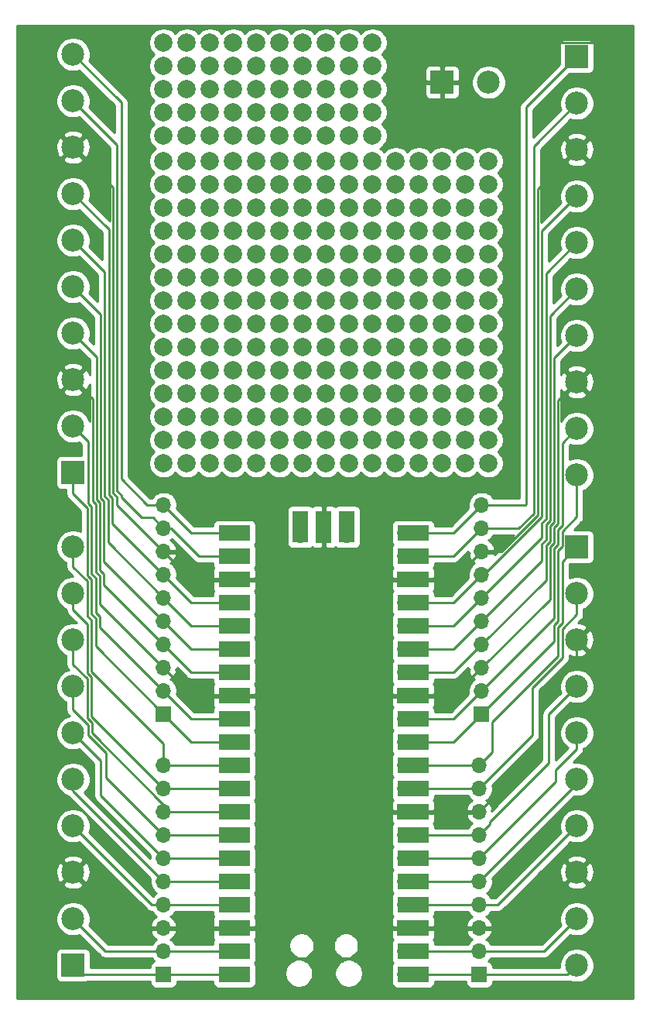
<source format=gbr>
%TF.GenerationSoftware,KiCad,Pcbnew,(5.1.6)-1*%
%TF.CreationDate,2021-02-08T13:30:39-05:00*%
%TF.ProjectId,MKME Pico Breakout,4d4b4d45-2050-4696-936f-20427265616b,rev?*%
%TF.SameCoordinates,Original*%
%TF.FileFunction,Copper,L1,Top*%
%TF.FilePolarity,Positive*%
%FSLAX46Y46*%
G04 Gerber Fmt 4.6, Leading zero omitted, Abs format (unit mm)*
G04 Created by KiCad (PCBNEW (5.1.6)-1) date 2021-02-08 13:30:39*
%MOMM*%
%LPD*%
G01*
G04 APERTURE LIST*
%TA.AperFunction,ComponentPad*%
%ADD10C,2.000000*%
%TD*%
%TA.AperFunction,ComponentPad*%
%ADD11R,2.500000X2.500000*%
%TD*%
%TA.AperFunction,ComponentPad*%
%ADD12C,2.500000*%
%TD*%
%TA.AperFunction,ComponentPad*%
%ADD13R,1.700000X1.700000*%
%TD*%
%TA.AperFunction,ComponentPad*%
%ADD14O,1.700000X1.700000*%
%TD*%
%TA.AperFunction,SMDPad,CuDef*%
%ADD15R,3.500000X1.700000*%
%TD*%
%TA.AperFunction,SMDPad,CuDef*%
%ADD16R,1.700000X3.500000*%
%TD*%
%TA.AperFunction,Conductor*%
%ADD17C,0.250000*%
%TD*%
%TA.AperFunction,Conductor*%
%ADD18C,0.254000*%
%TD*%
G04 APERTURE END LIST*
D10*
%TO.P, ,1*%
%TO.N,N/C*%
X228092000Y-56896000D03*
%TD*%
%TO.P, ,1*%
%TO.N,N/C*%
X225552000Y-56896000D03*
%TD*%
%TO.P, ,1*%
%TO.N,N/C*%
X223012000Y-56896000D03*
%TD*%
%TO.P, ,1*%
%TO.N,N/C*%
X220472000Y-56896000D03*
%TD*%
%TO.P, ,1*%
%TO.N,N/C*%
X217932000Y-56896000D03*
%TD*%
%TO.P, ,1*%
%TO.N,N/C*%
X215392000Y-56896000D03*
%TD*%
%TO.P, ,1*%
%TO.N,N/C*%
X212852000Y-56896000D03*
%TD*%
%TO.P, ,1*%
%TO.N,N/C*%
X210312000Y-56896000D03*
%TD*%
%TO.P, ,1*%
%TO.N,N/C*%
X207772000Y-56896000D03*
%TD*%
%TO.P, ,1*%
%TO.N,N/C*%
X205232000Y-56896000D03*
%TD*%
%TO.P, ,1*%
%TO.N,N/C*%
X228092000Y-54356000D03*
%TD*%
%TO.P, ,1*%
%TO.N,N/C*%
X225552000Y-54356000D03*
%TD*%
%TO.P, ,1*%
%TO.N,N/C*%
X223012000Y-54356000D03*
%TD*%
%TO.P, ,1*%
%TO.N,N/C*%
X220472000Y-54356000D03*
%TD*%
%TO.P, ,1*%
%TO.N,N/C*%
X217932000Y-54356000D03*
%TD*%
%TO.P, ,1*%
%TO.N,N/C*%
X215392000Y-54356000D03*
%TD*%
%TO.P, ,1*%
%TO.N,N/C*%
X212852000Y-54356000D03*
%TD*%
%TO.P, ,1*%
%TO.N,N/C*%
X210312000Y-54356000D03*
%TD*%
%TO.P, ,1*%
%TO.N,N/C*%
X207772000Y-54356000D03*
%TD*%
%TO.P, ,1*%
%TO.N,N/C*%
X205232000Y-54356000D03*
%TD*%
%TO.P, ,1*%
%TO.N,N/C*%
X228092000Y-51816000D03*
%TD*%
%TO.P, ,1*%
%TO.N,N/C*%
X225552000Y-51816000D03*
%TD*%
%TO.P, ,1*%
%TO.N,N/C*%
X223012000Y-51816000D03*
%TD*%
%TO.P, ,1*%
%TO.N,N/C*%
X220472000Y-51816000D03*
%TD*%
%TO.P, ,1*%
%TO.N,N/C*%
X217932000Y-51816000D03*
%TD*%
%TO.P, ,1*%
%TO.N,N/C*%
X215392000Y-51816000D03*
%TD*%
%TO.P, ,1*%
%TO.N,N/C*%
X212852000Y-51816000D03*
%TD*%
%TO.P, ,1*%
%TO.N,N/C*%
X210312000Y-51816000D03*
%TD*%
%TO.P, ,1*%
%TO.N,N/C*%
X207772000Y-51816000D03*
%TD*%
%TO.P, ,1*%
%TO.N,N/C*%
X205232000Y-51816000D03*
%TD*%
%TO.P, ,1*%
%TO.N,N/C*%
X228092000Y-49276000D03*
%TD*%
%TO.P, ,1*%
%TO.N,N/C*%
X225552000Y-49276000D03*
%TD*%
%TO.P, ,1*%
%TO.N,N/C*%
X223012000Y-49276000D03*
%TD*%
%TO.P, ,1*%
%TO.N,N/C*%
X220472000Y-49276000D03*
%TD*%
%TO.P, ,1*%
%TO.N,N/C*%
X217932000Y-49276000D03*
%TD*%
%TO.P, ,1*%
%TO.N,N/C*%
X215392000Y-49276000D03*
%TD*%
%TO.P, ,1*%
%TO.N,N/C*%
X212852000Y-49276000D03*
%TD*%
%TO.P, ,1*%
%TO.N,N/C*%
X210312000Y-49276000D03*
%TD*%
%TO.P, ,1*%
%TO.N,N/C*%
X207772000Y-49276000D03*
%TD*%
%TO.P, ,1*%
%TO.N,N/C*%
X205232000Y-49276000D03*
%TD*%
%TO.P, ,1*%
%TO.N,N/C*%
X228092000Y-46736000D03*
%TD*%
%TO.P, ,1*%
%TO.N,N/C*%
X225552000Y-46736000D03*
%TD*%
%TO.P, ,1*%
%TO.N,N/C*%
X223012000Y-46736000D03*
%TD*%
%TO.P, ,1*%
%TO.N,N/C*%
X220472000Y-46736000D03*
%TD*%
%TO.P, ,1*%
%TO.N,N/C*%
X217932000Y-46736000D03*
%TD*%
%TO.P, ,1*%
%TO.N,N/C*%
X215392000Y-46736000D03*
%TD*%
%TO.P, ,1*%
%TO.N,N/C*%
X212852000Y-46736000D03*
%TD*%
%TO.P, ,1*%
%TO.N,N/C*%
X210312000Y-46736000D03*
%TD*%
%TO.P, ,1*%
%TO.N,N/C*%
X207772000Y-46736000D03*
%TD*%
%TO.P, ,1*%
%TO.N,N/C*%
X205232000Y-46736000D03*
%TD*%
%TO.P, ,1*%
%TO.N,N/C*%
X240792000Y-92710000D03*
%TD*%
%TO.P, ,1*%
%TO.N,N/C*%
X238252000Y-92710000D03*
%TD*%
%TO.P, ,1*%
%TO.N,N/C*%
X235712000Y-92710000D03*
%TD*%
%TO.P, ,1*%
%TO.N,N/C*%
X233172000Y-92710000D03*
%TD*%
%TO.P, ,1*%
%TO.N,N/C*%
X230632000Y-92710000D03*
%TD*%
%TO.P, ,1*%
%TO.N,N/C*%
X228092000Y-92710000D03*
%TD*%
%TO.P, ,1*%
%TO.N,N/C*%
X225552000Y-92710000D03*
%TD*%
%TO.P, ,1*%
%TO.N,N/C*%
X223012000Y-92710000D03*
%TD*%
%TO.P, ,1*%
%TO.N,N/C*%
X220472000Y-92710000D03*
%TD*%
%TO.P, ,1*%
%TO.N,N/C*%
X217932000Y-92710000D03*
%TD*%
%TO.P, ,1*%
%TO.N,N/C*%
X215392000Y-92710000D03*
%TD*%
%TO.P, ,1*%
%TO.N,N/C*%
X212852000Y-92710000D03*
%TD*%
%TO.P, ,1*%
%TO.N,N/C*%
X210312000Y-92710000D03*
%TD*%
%TO.P, ,1*%
%TO.N,N/C*%
X207772000Y-92710000D03*
%TD*%
%TO.P, ,1*%
%TO.N,N/C*%
X205232000Y-92710000D03*
%TD*%
%TO.P, ,1*%
%TO.N,N/C*%
X240792000Y-90170000D03*
%TD*%
%TO.P, ,1*%
%TO.N,N/C*%
X238252000Y-90170000D03*
%TD*%
%TO.P, ,1*%
%TO.N,N/C*%
X235712000Y-90170000D03*
%TD*%
%TO.P, ,1*%
%TO.N,N/C*%
X233172000Y-90170000D03*
%TD*%
%TO.P, ,1*%
%TO.N,N/C*%
X230632000Y-90170000D03*
%TD*%
%TO.P, ,1*%
%TO.N,N/C*%
X228092000Y-90170000D03*
%TD*%
%TO.P, ,1*%
%TO.N,N/C*%
X225552000Y-90170000D03*
%TD*%
%TO.P, ,1*%
%TO.N,N/C*%
X223012000Y-90170000D03*
%TD*%
%TO.P, ,1*%
%TO.N,N/C*%
X220472000Y-90170000D03*
%TD*%
%TO.P, ,1*%
%TO.N,N/C*%
X217932000Y-90170000D03*
%TD*%
%TO.P, ,1*%
%TO.N,N/C*%
X215392000Y-90170000D03*
%TD*%
%TO.P, ,1*%
%TO.N,N/C*%
X212852000Y-90170000D03*
%TD*%
%TO.P, ,1*%
%TO.N,N/C*%
X210312000Y-90170000D03*
%TD*%
%TO.P, ,1*%
%TO.N,N/C*%
X207772000Y-90170000D03*
%TD*%
%TO.P, ,1*%
%TO.N,N/C*%
X205232000Y-90170000D03*
%TD*%
%TO.P, ,1*%
%TO.N,N/C*%
X240792000Y-87630000D03*
%TD*%
%TO.P, ,1*%
%TO.N,N/C*%
X238252000Y-87630000D03*
%TD*%
%TO.P, ,1*%
%TO.N,N/C*%
X235712000Y-87630000D03*
%TD*%
%TO.P, ,1*%
%TO.N,N/C*%
X233172000Y-87630000D03*
%TD*%
%TO.P, ,1*%
%TO.N,N/C*%
X230632000Y-87630000D03*
%TD*%
%TO.P, ,1*%
%TO.N,N/C*%
X228092000Y-87630000D03*
%TD*%
%TO.P, ,1*%
%TO.N,N/C*%
X225552000Y-87630000D03*
%TD*%
%TO.P, ,1*%
%TO.N,N/C*%
X223012000Y-87630000D03*
%TD*%
%TO.P, ,1*%
%TO.N,N/C*%
X220472000Y-87630000D03*
%TD*%
%TO.P, ,1*%
%TO.N,N/C*%
X217932000Y-87630000D03*
%TD*%
%TO.P, ,1*%
%TO.N,N/C*%
X215392000Y-87630000D03*
%TD*%
%TO.P, ,1*%
%TO.N,N/C*%
X212852000Y-87630000D03*
%TD*%
%TO.P, ,1*%
%TO.N,N/C*%
X210312000Y-87630000D03*
%TD*%
%TO.P, ,1*%
%TO.N,N/C*%
X207772000Y-87630000D03*
%TD*%
%TO.P, ,1*%
%TO.N,N/C*%
X205232000Y-87630000D03*
%TD*%
%TO.P, ,1*%
%TO.N,N/C*%
X240792000Y-85090000D03*
%TD*%
%TO.P, ,1*%
%TO.N,N/C*%
X238252000Y-85090000D03*
%TD*%
%TO.P, ,1*%
%TO.N,N/C*%
X235712000Y-85090000D03*
%TD*%
%TO.P, ,1*%
%TO.N,N/C*%
X233172000Y-85090000D03*
%TD*%
%TO.P, ,1*%
%TO.N,N/C*%
X230632000Y-85090000D03*
%TD*%
%TO.P, ,1*%
%TO.N,N/C*%
X228092000Y-85090000D03*
%TD*%
%TO.P, ,1*%
%TO.N,N/C*%
X225552000Y-85090000D03*
%TD*%
%TO.P, ,1*%
%TO.N,N/C*%
X223012000Y-85090000D03*
%TD*%
%TO.P, ,1*%
%TO.N,N/C*%
X220472000Y-85090000D03*
%TD*%
%TO.P, ,1*%
%TO.N,N/C*%
X217932000Y-85090000D03*
%TD*%
%TO.P, ,1*%
%TO.N,N/C*%
X215392000Y-85090000D03*
%TD*%
%TO.P, ,1*%
%TO.N,N/C*%
X212852000Y-85090000D03*
%TD*%
%TO.P, ,1*%
%TO.N,N/C*%
X210312000Y-85090000D03*
%TD*%
%TO.P, ,1*%
%TO.N,N/C*%
X207772000Y-85090000D03*
%TD*%
%TO.P, ,1*%
%TO.N,N/C*%
X205232000Y-85090000D03*
%TD*%
%TO.P, ,1*%
%TO.N,N/C*%
X240792000Y-82550000D03*
%TD*%
%TO.P, ,1*%
%TO.N,N/C*%
X238252000Y-82550000D03*
%TD*%
%TO.P, ,1*%
%TO.N,N/C*%
X235712000Y-82550000D03*
%TD*%
%TO.P, ,1*%
%TO.N,N/C*%
X233172000Y-82550000D03*
%TD*%
%TO.P, ,1*%
%TO.N,N/C*%
X230632000Y-82550000D03*
%TD*%
%TO.P, ,1*%
%TO.N,N/C*%
X228092000Y-82550000D03*
%TD*%
%TO.P, ,1*%
%TO.N,N/C*%
X225552000Y-82550000D03*
%TD*%
%TO.P, ,1*%
%TO.N,N/C*%
X223012000Y-82550000D03*
%TD*%
%TO.P, ,1*%
%TO.N,N/C*%
X220472000Y-82550000D03*
%TD*%
%TO.P, ,1*%
%TO.N,N/C*%
X217932000Y-82550000D03*
%TD*%
%TO.P, ,1*%
%TO.N,N/C*%
X215392000Y-82550000D03*
%TD*%
%TO.P, ,1*%
%TO.N,N/C*%
X212852000Y-82550000D03*
%TD*%
%TO.P, ,1*%
%TO.N,N/C*%
X210312000Y-82550000D03*
%TD*%
%TO.P, ,1*%
%TO.N,N/C*%
X207772000Y-82550000D03*
%TD*%
%TO.P, ,1*%
%TO.N,N/C*%
X205232000Y-82550000D03*
%TD*%
%TO.P, ,1*%
%TO.N,N/C*%
X240792000Y-80010000D03*
%TD*%
%TO.P, ,1*%
%TO.N,N/C*%
X238252000Y-80010000D03*
%TD*%
%TO.P, ,1*%
%TO.N,N/C*%
X235712000Y-80010000D03*
%TD*%
%TO.P, ,1*%
%TO.N,N/C*%
X233172000Y-80010000D03*
%TD*%
%TO.P, ,1*%
%TO.N,N/C*%
X230632000Y-80010000D03*
%TD*%
%TO.P, ,1*%
%TO.N,N/C*%
X228092000Y-80010000D03*
%TD*%
%TO.P, ,1*%
%TO.N,N/C*%
X225552000Y-80010000D03*
%TD*%
%TO.P, ,1*%
%TO.N,N/C*%
X223012000Y-80010000D03*
%TD*%
%TO.P, ,1*%
%TO.N,N/C*%
X220472000Y-80010000D03*
%TD*%
%TO.P, ,1*%
%TO.N,N/C*%
X217932000Y-80010000D03*
%TD*%
%TO.P, ,1*%
%TO.N,N/C*%
X215392000Y-80010000D03*
%TD*%
%TO.P, ,1*%
%TO.N,N/C*%
X212852000Y-80010000D03*
%TD*%
%TO.P, ,1*%
%TO.N,N/C*%
X210312000Y-80010000D03*
%TD*%
%TO.P, ,1*%
%TO.N,N/C*%
X207772000Y-80010000D03*
%TD*%
%TO.P, ,1*%
%TO.N,N/C*%
X205232000Y-80010000D03*
%TD*%
%TO.P, ,1*%
%TO.N,N/C*%
X240792000Y-77470000D03*
%TD*%
%TO.P, ,1*%
%TO.N,N/C*%
X238252000Y-77470000D03*
%TD*%
%TO.P, ,1*%
%TO.N,N/C*%
X235712000Y-77470000D03*
%TD*%
%TO.P, ,1*%
%TO.N,N/C*%
X233172000Y-77470000D03*
%TD*%
%TO.P, ,1*%
%TO.N,N/C*%
X230632000Y-77470000D03*
%TD*%
%TO.P, ,1*%
%TO.N,N/C*%
X228092000Y-77470000D03*
%TD*%
%TO.P, ,1*%
%TO.N,N/C*%
X225552000Y-77470000D03*
%TD*%
%TO.P, ,1*%
%TO.N,N/C*%
X223012000Y-77470000D03*
%TD*%
%TO.P, ,1*%
%TO.N,N/C*%
X220472000Y-77470000D03*
%TD*%
%TO.P, ,1*%
%TO.N,N/C*%
X217932000Y-77470000D03*
%TD*%
%TO.P, ,1*%
%TO.N,N/C*%
X215392000Y-77470000D03*
%TD*%
%TO.P, ,1*%
%TO.N,N/C*%
X212852000Y-77470000D03*
%TD*%
%TO.P, ,1*%
%TO.N,N/C*%
X210312000Y-77470000D03*
%TD*%
%TO.P, ,1*%
%TO.N,N/C*%
X207772000Y-77470000D03*
%TD*%
%TO.P, ,1*%
%TO.N,N/C*%
X205232000Y-77470000D03*
%TD*%
%TO.P, ,1*%
%TO.N,N/C*%
X240792000Y-74930000D03*
%TD*%
%TO.P, ,1*%
%TO.N,N/C*%
X238252000Y-74930000D03*
%TD*%
%TO.P, ,1*%
%TO.N,N/C*%
X235712000Y-74930000D03*
%TD*%
%TO.P, ,1*%
%TO.N,N/C*%
X233172000Y-74930000D03*
%TD*%
%TO.P, ,1*%
%TO.N,N/C*%
X230632000Y-74930000D03*
%TD*%
%TO.P, ,1*%
%TO.N,N/C*%
X228092000Y-74930000D03*
%TD*%
%TO.P, ,1*%
%TO.N,N/C*%
X225552000Y-74930000D03*
%TD*%
%TO.P, ,1*%
%TO.N,N/C*%
X223012000Y-74930000D03*
%TD*%
%TO.P, ,1*%
%TO.N,N/C*%
X220472000Y-74930000D03*
%TD*%
%TO.P, ,1*%
%TO.N,N/C*%
X217932000Y-74930000D03*
%TD*%
%TO.P, ,1*%
%TO.N,N/C*%
X215392000Y-74930000D03*
%TD*%
%TO.P, ,1*%
%TO.N,N/C*%
X212852000Y-74930000D03*
%TD*%
%TO.P, ,1*%
%TO.N,N/C*%
X210312000Y-74930000D03*
%TD*%
%TO.P, ,1*%
%TO.N,N/C*%
X207772000Y-74930000D03*
%TD*%
%TO.P, ,1*%
%TO.N,N/C*%
X205232000Y-74930000D03*
%TD*%
%TO.P, ,1*%
%TO.N,N/C*%
X240792000Y-72390000D03*
%TD*%
%TO.P, ,1*%
%TO.N,N/C*%
X238252000Y-72390000D03*
%TD*%
%TO.P, ,1*%
%TO.N,N/C*%
X235712000Y-72390000D03*
%TD*%
%TO.P, ,1*%
%TO.N,N/C*%
X233172000Y-72390000D03*
%TD*%
%TO.P, ,1*%
%TO.N,N/C*%
X230632000Y-72390000D03*
%TD*%
%TO.P, ,1*%
%TO.N,N/C*%
X228092000Y-72390000D03*
%TD*%
%TO.P, ,1*%
%TO.N,N/C*%
X225552000Y-72390000D03*
%TD*%
%TO.P, ,1*%
%TO.N,N/C*%
X223012000Y-72390000D03*
%TD*%
%TO.P, ,1*%
%TO.N,N/C*%
X220472000Y-72390000D03*
%TD*%
%TO.P, ,1*%
%TO.N,N/C*%
X217932000Y-72390000D03*
%TD*%
%TO.P, ,1*%
%TO.N,N/C*%
X215392000Y-72390000D03*
%TD*%
%TO.P, ,1*%
%TO.N,N/C*%
X212852000Y-72390000D03*
%TD*%
%TO.P, ,1*%
%TO.N,N/C*%
X210312000Y-72390000D03*
%TD*%
%TO.P, ,1*%
%TO.N,N/C*%
X207772000Y-72390000D03*
%TD*%
%TO.P, ,1*%
%TO.N,N/C*%
X205232000Y-72390000D03*
%TD*%
%TO.P, ,1*%
%TO.N,N/C*%
X240792000Y-69850000D03*
%TD*%
%TO.P, ,1*%
%TO.N,N/C*%
X238252000Y-69850000D03*
%TD*%
%TO.P, ,1*%
%TO.N,N/C*%
X235712000Y-69850000D03*
%TD*%
%TO.P, ,1*%
%TO.N,N/C*%
X233172000Y-69850000D03*
%TD*%
%TO.P, ,1*%
%TO.N,N/C*%
X230632000Y-69850000D03*
%TD*%
%TO.P, ,1*%
%TO.N,N/C*%
X228092000Y-69850000D03*
%TD*%
%TO.P, ,1*%
%TO.N,N/C*%
X225552000Y-69850000D03*
%TD*%
%TO.P, ,1*%
%TO.N,N/C*%
X223012000Y-69850000D03*
%TD*%
%TO.P, ,1*%
%TO.N,N/C*%
X220472000Y-69850000D03*
%TD*%
%TO.P, ,1*%
%TO.N,N/C*%
X217932000Y-69850000D03*
%TD*%
%TO.P, ,1*%
%TO.N,N/C*%
X215392000Y-69850000D03*
%TD*%
%TO.P, ,1*%
%TO.N,N/C*%
X212852000Y-69850000D03*
%TD*%
%TO.P, ,1*%
%TO.N,N/C*%
X210312000Y-69850000D03*
%TD*%
%TO.P, ,1*%
%TO.N,N/C*%
X207772000Y-69850000D03*
%TD*%
%TO.P, ,1*%
%TO.N,N/C*%
X205232000Y-69850000D03*
%TD*%
%TO.P, ,1*%
%TO.N,N/C*%
X240792000Y-67310000D03*
%TD*%
%TO.P, ,1*%
%TO.N,N/C*%
X238252000Y-67310000D03*
%TD*%
%TO.P, ,1*%
%TO.N,N/C*%
X235712000Y-67310000D03*
%TD*%
%TO.P, ,1*%
%TO.N,N/C*%
X233172000Y-67310000D03*
%TD*%
%TO.P, ,1*%
%TO.N,N/C*%
X230632000Y-67310000D03*
%TD*%
%TO.P, ,1*%
%TO.N,N/C*%
X228092000Y-67310000D03*
%TD*%
%TO.P, ,1*%
%TO.N,N/C*%
X225552000Y-67310000D03*
%TD*%
%TO.P, ,1*%
%TO.N,N/C*%
X223012000Y-67310000D03*
%TD*%
%TO.P, ,1*%
%TO.N,N/C*%
X220472000Y-67310000D03*
%TD*%
%TO.P, ,1*%
%TO.N,N/C*%
X217932000Y-67310000D03*
%TD*%
%TO.P, ,1*%
%TO.N,N/C*%
X215392000Y-67310000D03*
%TD*%
%TO.P, ,1*%
%TO.N,N/C*%
X212852000Y-67310000D03*
%TD*%
%TO.P, ,1*%
%TO.N,N/C*%
X210312000Y-67310000D03*
%TD*%
%TO.P, ,1*%
%TO.N,N/C*%
X207772000Y-67310000D03*
%TD*%
%TO.P, ,1*%
%TO.N,N/C*%
X205232000Y-67310000D03*
%TD*%
%TO.P, ,1*%
%TO.N,N/C*%
X240792000Y-64770000D03*
%TD*%
%TO.P, ,1*%
%TO.N,N/C*%
X238252000Y-64770000D03*
%TD*%
%TO.P, ,1*%
%TO.N,N/C*%
X235712000Y-64770000D03*
%TD*%
%TO.P, ,1*%
%TO.N,N/C*%
X233172000Y-64770000D03*
%TD*%
%TO.P, ,1*%
%TO.N,N/C*%
X230632000Y-64770000D03*
%TD*%
%TO.P, ,1*%
%TO.N,N/C*%
X228092000Y-64770000D03*
%TD*%
%TO.P, ,1*%
%TO.N,N/C*%
X225552000Y-64770000D03*
%TD*%
%TO.P, ,1*%
%TO.N,N/C*%
X223012000Y-64770000D03*
%TD*%
%TO.P, ,1*%
%TO.N,N/C*%
X220472000Y-64770000D03*
%TD*%
%TO.P, ,1*%
%TO.N,N/C*%
X217932000Y-64770000D03*
%TD*%
%TO.P, ,1*%
%TO.N,N/C*%
X215392000Y-64770000D03*
%TD*%
%TO.P, ,1*%
%TO.N,N/C*%
X212852000Y-64770000D03*
%TD*%
%TO.P, ,1*%
%TO.N,N/C*%
X210312000Y-64770000D03*
%TD*%
%TO.P, ,1*%
%TO.N,N/C*%
X207772000Y-64770000D03*
%TD*%
%TO.P, ,1*%
%TO.N,N/C*%
X205232000Y-64770000D03*
%TD*%
%TO.P, ,1*%
%TO.N,N/C*%
X240792000Y-62230000D03*
%TD*%
%TO.P, ,1*%
%TO.N,N/C*%
X238252000Y-62230000D03*
%TD*%
%TO.P, ,1*%
%TO.N,N/C*%
X235712000Y-62230000D03*
%TD*%
%TO.P, ,1*%
%TO.N,N/C*%
X233172000Y-62230000D03*
%TD*%
%TO.P, ,1*%
%TO.N,N/C*%
X230632000Y-62230000D03*
%TD*%
%TO.P, ,1*%
%TO.N,N/C*%
X228092000Y-62230000D03*
%TD*%
%TO.P, ,1*%
%TO.N,N/C*%
X225552000Y-62230000D03*
%TD*%
%TO.P, ,1*%
%TO.N,N/C*%
X223012000Y-62230000D03*
%TD*%
%TO.P, ,1*%
%TO.N,N/C*%
X220472000Y-62230000D03*
%TD*%
%TO.P, ,1*%
%TO.N,N/C*%
X217932000Y-62230000D03*
%TD*%
%TO.P, ,1*%
%TO.N,N/C*%
X215392000Y-62230000D03*
%TD*%
%TO.P, ,1*%
%TO.N,N/C*%
X212852000Y-62230000D03*
%TD*%
%TO.P, ,1*%
%TO.N,N/C*%
X210312000Y-62230000D03*
%TD*%
%TO.P, ,1*%
%TO.N,N/C*%
X207772000Y-62230000D03*
%TD*%
%TO.P, ,1*%
%TO.N,N/C*%
X205232000Y-62230000D03*
%TD*%
%TO.P, ,1*%
%TO.N,N/C*%
X240792000Y-59690000D03*
%TD*%
%TO.P, ,1*%
%TO.N,N/C*%
X238252000Y-59690000D03*
%TD*%
%TO.P, ,1*%
%TO.N,N/C*%
X235712000Y-59690000D03*
%TD*%
%TO.P, ,1*%
%TO.N,N/C*%
X233172000Y-59690000D03*
%TD*%
%TO.P, ,1*%
%TO.N,N/C*%
X230632000Y-59690000D03*
%TD*%
%TO.P, ,1*%
%TO.N,N/C*%
X228092000Y-59690000D03*
%TD*%
%TO.P, ,1*%
%TO.N,N/C*%
X225552000Y-59690000D03*
%TD*%
%TO.P, ,1*%
%TO.N,N/C*%
X223012000Y-59690000D03*
%TD*%
%TO.P, ,1*%
%TO.N,N/C*%
X220472000Y-59690000D03*
%TD*%
%TO.P, ,1*%
%TO.N,N/C*%
X217932000Y-59690000D03*
%TD*%
%TO.P, ,1*%
%TO.N,N/C*%
X215392000Y-59690000D03*
%TD*%
%TO.P, ,1*%
%TO.N,N/C*%
X212852000Y-59690000D03*
%TD*%
%TO.P, ,1*%
%TO.N,N/C*%
X210312000Y-59690000D03*
%TD*%
%TO.P, ,1*%
%TO.N,N/C*%
X207772000Y-59690000D03*
%TD*%
%TO.P, ,1*%
%TO.N,N/C*%
X205232000Y-59690000D03*
%TD*%
D11*
%TO.P,J1,1*%
%TO.N,GPIO15*%
X250444000Y-48260000D03*
D12*
%TO.P,J1,2*%
%TO.N,GPIO14*%
X250444000Y-53340000D03*
%TO.P,J1,3*%
%TO.N,GND*%
X250444000Y-58420000D03*
%TO.P,J1,4*%
%TO.N,GPIO13*%
X250444000Y-63500000D03*
%TO.P,J1,5*%
%TO.N,GPIO12*%
X250444000Y-68580000D03*
%TO.P,J1,6*%
%TO.N,GPIO11*%
X250444000Y-73660000D03*
%TO.P,J1,7*%
%TO.N,GPIO10*%
X250444000Y-78740000D03*
%TO.P,J1,8*%
%TO.N,GND*%
X250444000Y-83820000D03*
%TO.P,J1,9*%
%TO.N,GPIO9*%
X250444000Y-88900000D03*
%TO.P,J1,10*%
%TO.N,GPIO8*%
X250444000Y-93980000D03*
%TD*%
D13*
%TO.P,J2,1*%
%TO.N,GPIO8*%
X240030000Y-120142000D03*
D14*
%TO.P,J2,2*%
%TO.N,GPIO9*%
X240030000Y-117602000D03*
%TO.P,J2,3*%
%TO.N,GND*%
X240030000Y-115062000D03*
%TO.P,J2,4*%
%TO.N,GPIO10*%
X240030000Y-112522000D03*
%TO.P,J2,5*%
%TO.N,GPIO11*%
X240030000Y-109982000D03*
%TO.P,J2,6*%
%TO.N,GPIO12*%
X240030000Y-107442000D03*
%TO.P,J2,7*%
%TO.N,GPIO13*%
X240030000Y-104902000D03*
%TO.P,J2,8*%
%TO.N,GND*%
X240030000Y-102362000D03*
%TO.P,J2,9*%
%TO.N,GPIO14*%
X240030000Y-99822000D03*
%TO.P,J2,10*%
%TO.N,GPIO15*%
X240030000Y-97282000D03*
%TD*%
D11*
%TO.P,J3,1*%
%TO.N,GND*%
X235712000Y-51054000D03*
D12*
%TO.P,J3,2*%
%TO.N,VSYS*%
X240792000Y-51054000D03*
%TD*%
%TO.P,J4,10*%
%TO.N,GPIO0*%
X250444000Y-147574000D03*
%TO.P,J4,9*%
%TO.N,GPIO1*%
X250444000Y-142494000D03*
%TO.P,J4,8*%
%TO.N,GND*%
X250444000Y-137414000D03*
%TO.P,J4,7*%
%TO.N,GPIO2*%
X250444000Y-132334000D03*
%TO.P,J4,6*%
%TO.N,GPIO3*%
X250444000Y-127254000D03*
%TO.P,J4,5*%
%TO.N,GPIO4*%
X250444000Y-122174000D03*
%TO.P,J4,4*%
%TO.N,GPIO5*%
X250444000Y-117094000D03*
%TO.P,J4,3*%
%TO.N,GND*%
X250444000Y-112014000D03*
%TO.P,J4,2*%
%TO.N,GPIO6*%
X250444000Y-106934000D03*
D11*
%TO.P,J4,1*%
%TO.N,GPIO7*%
X250444000Y-101854000D03*
%TD*%
D14*
%TO.P,J5,10*%
%TO.N,GPIO7*%
X239776000Y-125730000D03*
%TO.P,J5,9*%
%TO.N,GPIO6*%
X239776000Y-128270000D03*
%TO.P,J5,8*%
%TO.N,GND*%
X239776000Y-130810000D03*
%TO.P,J5,7*%
%TO.N,GPIO5*%
X239776000Y-133350000D03*
%TO.P,J5,6*%
%TO.N,GPIO4*%
X239776000Y-135890000D03*
%TO.P,J5,5*%
%TO.N,GPIO3*%
X239776000Y-138430000D03*
%TO.P,J5,4*%
%TO.N,GPIO2*%
X239776000Y-140970000D03*
%TO.P,J5,3*%
%TO.N,GND*%
X239776000Y-143510000D03*
%TO.P,J5,2*%
%TO.N,GPIO1*%
X239776000Y-146050000D03*
D13*
%TO.P,J5,1*%
%TO.N,GPIO0*%
X239776000Y-148590000D03*
%TD*%
%TO.P,J6,1*%
%TO.N,RUN*%
X205232000Y-120142000D03*
D14*
%TO.P,J6,2*%
%TO.N,GPIO22*%
X205232000Y-117602000D03*
%TO.P,J6,3*%
%TO.N,GND*%
X205232000Y-115062000D03*
%TO.P,J6,4*%
%TO.N,GPIO21*%
X205232000Y-112522000D03*
%TO.P,J6,5*%
%TO.N,GPIO20*%
X205232000Y-109982000D03*
%TO.P,J6,6*%
%TO.N,GPIO19*%
X205232000Y-107442000D03*
%TO.P,J6,7*%
%TO.N,GPIO18*%
X205232000Y-104902000D03*
%TO.P,J6,8*%
%TO.N,GND*%
X205232000Y-102362000D03*
%TO.P,J6,9*%
%TO.N,GPIO17*%
X205232000Y-99822000D03*
%TO.P,J6,10*%
%TO.N,GPIO16*%
X205232000Y-97282000D03*
%TD*%
%TO.P,J7,10*%
%TO.N,GPIO26_ADC0*%
X205232000Y-125730000D03*
%TO.P,J7,9*%
%TO.N,GPIO27_ADC1*%
X205232000Y-128270000D03*
%TO.P,J7,8*%
%TO.N,AGND*%
X205232000Y-130810000D03*
%TO.P,J7,7*%
%TO.N,GPIO28_ADC2*%
X205232000Y-133350000D03*
%TO.P,J7,6*%
%TO.N,ADC_VREF*%
X205232000Y-135890000D03*
%TO.P,J7,5*%
%TO.N,3v3*%
X205232000Y-138430000D03*
%TO.P,J7,4*%
%TO.N,3V3_EN*%
X205232000Y-140970000D03*
%TO.P,J7,3*%
%TO.N,GND*%
X205232000Y-143510000D03*
%TO.P,J7,2*%
%TO.N,VSYS*%
X205232000Y-146050000D03*
D13*
%TO.P,J7,1*%
%TO.N,VBUS*%
X205232000Y-148590000D03*
%TD*%
D11*
%TO.P,J8,1*%
%TO.N,RUN*%
X195326000Y-93726000D03*
D12*
%TO.P,J8,2*%
%TO.N,GPIO22*%
X195326000Y-88646000D03*
%TO.P,J8,3*%
%TO.N,GND*%
X195326000Y-83566000D03*
%TO.P,J8,4*%
%TO.N,GPIO21*%
X195326000Y-78486000D03*
%TO.P,J8,5*%
%TO.N,GPIO20*%
X195326000Y-73406000D03*
%TO.P,J8,6*%
%TO.N,GPIO19*%
X195326000Y-68326000D03*
%TO.P,J8,7*%
%TO.N,GPIO18*%
X195326000Y-63246000D03*
%TO.P,J8,8*%
%TO.N,GND*%
X195326000Y-58166000D03*
%TO.P,J8,9*%
%TO.N,GPIO17*%
X195326000Y-53086000D03*
%TO.P,J8,10*%
%TO.N,GPIO16*%
X195326000Y-48006000D03*
%TD*%
D11*
%TO.P,J9,1*%
%TO.N,VBUS*%
X195326000Y-147574000D03*
D12*
%TO.P,J9,2*%
%TO.N,VSYS*%
X195326000Y-142494000D03*
%TO.P,J9,3*%
%TO.N,GND*%
X195326000Y-137414000D03*
%TO.P,J9,4*%
%TO.N,3V3_EN*%
X195326000Y-132334000D03*
%TO.P,J9,5*%
%TO.N,3v3*%
X195326000Y-127254000D03*
%TO.P,J9,6*%
%TO.N,ADC_VREF*%
X195326000Y-122174000D03*
%TO.P,J9,7*%
%TO.N,GPIO28_ADC2*%
X195326000Y-117094000D03*
%TO.P,J9,8*%
%TO.N,AGND*%
X195326000Y-112014000D03*
%TO.P,J9,9*%
%TO.N,GPIO27_ADC1*%
X195326000Y-106934000D03*
%TO.P,J9,10*%
%TO.N,GPIO26_ADC0*%
X195326000Y-101854000D03*
%TD*%
D14*
%TO.P,U1,1*%
%TO.N,GPIO0*%
X231648000Y-148590000D03*
%TO.P,U1,2*%
%TO.N,GPIO1*%
X231648000Y-146050000D03*
D13*
%TO.P,U1,3*%
%TO.N,GND*%
X231648000Y-143510000D03*
D14*
%TO.P,U1,4*%
%TO.N,GPIO2*%
X231648000Y-140970000D03*
%TO.P,U1,5*%
%TO.N,GPIO3*%
X231648000Y-138430000D03*
%TO.P,U1,6*%
%TO.N,GPIO4*%
X231648000Y-135890000D03*
%TO.P,U1,7*%
%TO.N,GPIO5*%
X231648000Y-133350000D03*
D13*
%TO.P,U1,8*%
%TO.N,GND*%
X231648000Y-130810000D03*
D14*
%TO.P,U1,9*%
%TO.N,GPIO6*%
X231648000Y-128270000D03*
%TO.P,U1,10*%
%TO.N,GPIO7*%
X231648000Y-125730000D03*
%TO.P,U1,11*%
%TO.N,GPIO8*%
X231648000Y-123190000D03*
%TO.P,U1,12*%
%TO.N,GPIO9*%
X231648000Y-120650000D03*
D13*
%TO.P,U1,13*%
%TO.N,GND*%
X231648000Y-118110000D03*
D14*
%TO.P,U1,14*%
%TO.N,GPIO10*%
X231648000Y-115570000D03*
%TO.P,U1,15*%
%TO.N,GPIO11*%
X231648000Y-113030000D03*
%TO.P,U1,16*%
%TO.N,GPIO12*%
X231648000Y-110490000D03*
%TO.P,U1,17*%
%TO.N,GPIO13*%
X231648000Y-107950000D03*
D13*
%TO.P,U1,18*%
%TO.N,GND*%
X231648000Y-105410000D03*
D14*
%TO.P,U1,19*%
%TO.N,GPIO14*%
X231648000Y-102870000D03*
%TO.P,U1,20*%
%TO.N,GPIO15*%
X231648000Y-100330000D03*
%TO.P,U1,21*%
%TO.N,GPIO16*%
X213868000Y-100330000D03*
%TO.P,U1,22*%
%TO.N,GPIO17*%
X213868000Y-102870000D03*
D13*
%TO.P,U1,23*%
%TO.N,GND*%
X213868000Y-105410000D03*
D14*
%TO.P,U1,24*%
%TO.N,GPIO18*%
X213868000Y-107950000D03*
%TO.P,U1,25*%
%TO.N,GPIO19*%
X213868000Y-110490000D03*
%TO.P,U1,26*%
%TO.N,GPIO20*%
X213868000Y-113030000D03*
%TO.P,U1,27*%
%TO.N,GPIO21*%
X213868000Y-115570000D03*
D13*
%TO.P,U1,28*%
%TO.N,GND*%
X213868000Y-118110000D03*
D14*
%TO.P,U1,29*%
%TO.N,GPIO22*%
X213868000Y-120650000D03*
%TO.P,U1,30*%
%TO.N,RUN*%
X213868000Y-123190000D03*
%TO.P,U1,31*%
%TO.N,GPIO26_ADC0*%
X213868000Y-125730000D03*
%TO.P,U1,32*%
%TO.N,GPIO27_ADC1*%
X213868000Y-128270000D03*
D13*
%TO.P,U1,33*%
%TO.N,AGND*%
X213868000Y-130810000D03*
D14*
%TO.P,U1,34*%
%TO.N,GPIO28_ADC2*%
X213868000Y-133350000D03*
%TO.P,U1,35*%
%TO.N,ADC_VREF*%
X213868000Y-135890000D03*
%TO.P,U1,36*%
%TO.N,3v3*%
X213868000Y-138430000D03*
%TO.P,U1,37*%
%TO.N,3V3_EN*%
X213868000Y-140970000D03*
D13*
%TO.P,U1,38*%
%TO.N,GND*%
X213868000Y-143510000D03*
D14*
%TO.P,U1,39*%
%TO.N,VSYS*%
X213868000Y-146050000D03*
%TO.P,U1,40*%
%TO.N,VBUS*%
X213868000Y-148590000D03*
D15*
%TO.P,U1,1*%
%TO.N,GPIO0*%
X232548000Y-148590000D03*
%TO.P,U1,2*%
%TO.N,GPIO1*%
X232548000Y-146050000D03*
%TO.P,U1,3*%
%TO.N,GND*%
X232548000Y-143510000D03*
%TO.P,U1,4*%
%TO.N,GPIO2*%
X232548000Y-140970000D03*
%TO.P,U1,5*%
%TO.N,GPIO3*%
X232548000Y-138430000D03*
%TO.P,U1,6*%
%TO.N,GPIO4*%
X232548000Y-135890000D03*
%TO.P,U1,7*%
%TO.N,GPIO5*%
X232548000Y-133350000D03*
%TO.P,U1,8*%
%TO.N,GND*%
X232548000Y-130810000D03*
%TO.P,U1,9*%
%TO.N,GPIO6*%
X232548000Y-128270000D03*
%TO.P,U1,10*%
%TO.N,GPIO7*%
X232548000Y-125730000D03*
%TO.P,U1,11*%
%TO.N,GPIO8*%
X232548000Y-123190000D03*
%TO.P,U1,12*%
%TO.N,GPIO9*%
X232548000Y-120650000D03*
%TO.P,U1,13*%
%TO.N,GND*%
X232548000Y-118110000D03*
%TO.P,U1,14*%
%TO.N,GPIO10*%
X232548000Y-115570000D03*
%TO.P,U1,15*%
%TO.N,GPIO11*%
X232548000Y-113030000D03*
%TO.P,U1,16*%
%TO.N,GPIO12*%
X232548000Y-110490000D03*
%TO.P,U1,17*%
%TO.N,GPIO13*%
X232548000Y-107950000D03*
%TO.P,U1,18*%
%TO.N,GND*%
X232548000Y-105410000D03*
%TO.P,U1,19*%
%TO.N,GPIO14*%
X232548000Y-102870000D03*
%TO.P,U1,20*%
%TO.N,GPIO15*%
X232548000Y-100330000D03*
%TO.P,U1,40*%
%TO.N,VBUS*%
X212968000Y-148590000D03*
%TO.P,U1,39*%
%TO.N,VSYS*%
X212968000Y-146050000D03*
%TO.P,U1,38*%
%TO.N,GND*%
X212968000Y-143510000D03*
%TO.P,U1,37*%
%TO.N,3V3_EN*%
X212968000Y-140970000D03*
%TO.P,U1,36*%
%TO.N,3v3*%
X212968000Y-138430000D03*
%TO.P,U1,35*%
%TO.N,ADC_VREF*%
X212968000Y-135890000D03*
%TO.P,U1,34*%
%TO.N,GPIO28_ADC2*%
X212968000Y-133350000D03*
%TO.P,U1,33*%
%TO.N,AGND*%
X212968000Y-130810000D03*
%TO.P,U1,32*%
%TO.N,GPIO27_ADC1*%
X212968000Y-128270000D03*
%TO.P,U1,31*%
%TO.N,GPIO26_ADC0*%
X212968000Y-125730000D03*
%TO.P,U1,30*%
%TO.N,RUN*%
X212968000Y-123190000D03*
%TO.P,U1,29*%
%TO.N,GPIO22*%
X212968000Y-120650000D03*
%TO.P,U1,28*%
%TO.N,GND*%
X212968000Y-118110000D03*
%TO.P,U1,27*%
%TO.N,GPIO21*%
X212968000Y-115570000D03*
%TO.P,U1,26*%
%TO.N,GPIO20*%
X212968000Y-113030000D03*
%TO.P,U1,25*%
%TO.N,GPIO19*%
X212968000Y-110490000D03*
%TO.P,U1,24*%
%TO.N,GPIO18*%
X212968000Y-107950000D03*
%TO.P,U1,23*%
%TO.N,GND*%
X212968000Y-105410000D03*
%TO.P,U1,22*%
%TO.N,GPIO17*%
X212968000Y-102870000D03*
%TO.P,U1,21*%
%TO.N,GPIO16*%
X212968000Y-100330000D03*
D16*
%TO.P,U1,41*%
%TO.N,Net-(U1-Pad41)*%
X225298000Y-99660000D03*
D14*
X225298000Y-100560000D03*
D16*
%TO.P,U1,42*%
%TO.N,GND*%
X222758000Y-99660000D03*
D13*
X222758000Y-100560000D03*
D16*
%TO.P,U1,43*%
%TO.N,Net-(U1-Pad43)*%
X220218000Y-99660000D03*
D14*
X220218000Y-100560000D03*
%TD*%
D17*
%TO.N,GPIO15*%
X236982000Y-100330000D02*
X240030000Y-97282000D01*
X231648000Y-100330000D02*
X236982000Y-100330000D01*
X240030000Y-97282000D02*
X244856000Y-97282000D01*
X244914002Y-53789998D02*
X250444000Y-48260000D01*
X244914002Y-97223998D02*
X244914002Y-53789998D01*
X244856000Y-97282000D02*
X244914002Y-97223998D01*
%TO.N,GPIO14*%
X236982000Y-102870000D02*
X240030000Y-99822000D01*
X231648000Y-102870000D02*
X236982000Y-102870000D01*
X240030000Y-99822000D02*
X244094000Y-99822000D01*
X245718922Y-98197078D02*
X245718922Y-58065078D01*
X244094000Y-99822000D02*
X245718922Y-98197078D01*
X245718922Y-58065078D02*
X250444000Y-53340000D01*
%TO.N,GND*%
X201422000Y-143510000D02*
X195326000Y-137414000D01*
X205232000Y-143510000D02*
X201422000Y-143510000D01*
X213868000Y-143510000D02*
X205232000Y-143510000D01*
X208280000Y-118110000D02*
X205232000Y-115062000D01*
X213868000Y-118110000D02*
X208280000Y-118110000D01*
X208280000Y-105410000D02*
X205232000Y-102362000D01*
X213868000Y-105410000D02*
X208280000Y-105410000D01*
X231648000Y-143510000D02*
X239776000Y-143510000D01*
X239776000Y-130810000D02*
X231648000Y-130810000D01*
X236982000Y-118110000D02*
X240030000Y-115062000D01*
X231648000Y-118110000D02*
X236982000Y-118110000D01*
X236982000Y-105410000D02*
X240030000Y-102362000D01*
X231648000Y-105410000D02*
X236982000Y-105410000D01*
X244348000Y-143510000D02*
X250444000Y-137414000D01*
X239776000Y-143510000D02*
X244348000Y-143510000D01*
X239776000Y-130810000D02*
X246380000Y-124206000D01*
X246380000Y-124206000D02*
X246380000Y-117845766D01*
X250444000Y-113781766D02*
X250444000Y-112014000D01*
X246380000Y-117845766D02*
X250444000Y-113781766D01*
X247968977Y-101415078D02*
X247968977Y-99765488D01*
X247518966Y-101865089D02*
X247968977Y-101415078D01*
X240030000Y-102362000D02*
X242190410Y-102362000D01*
X242190410Y-102362000D02*
X246168933Y-98383478D01*
X246168933Y-98383478D02*
X246168933Y-62695067D01*
X246168933Y-62695067D02*
X250444000Y-58420000D01*
X248418988Y-99315478D02*
X248418988Y-85845012D01*
X248418988Y-85845012D02*
X250444000Y-83820000D01*
X240030000Y-115062000D02*
X247518966Y-107573034D01*
X247968977Y-99765488D02*
X248418988Y-99315478D01*
X247518966Y-107573034D02*
X247518966Y-101865089D01*
X238581001Y-46684999D02*
X253694999Y-46684999D01*
X235712000Y-51054000D02*
X235712000Y-49554000D01*
X235712000Y-49554000D02*
X238581001Y-46684999D01*
X253694999Y-46684999D02*
X253238000Y-47141998D01*
X253238000Y-55626000D02*
X250444000Y-58420000D01*
X253238000Y-47141998D02*
X253238000Y-55626000D01*
X199701991Y-62541991D02*
X195326000Y-58166000D01*
X205232000Y-102362000D02*
X200152000Y-97282000D01*
X198251033Y-108081033D02*
X198251033Y-105035855D01*
X197451936Y-96876401D02*
X197451936Y-85691936D01*
X205232000Y-115062000D02*
X198251033Y-108081033D01*
X198251033Y-105035855D02*
X197801023Y-104585845D01*
X197801023Y-97225487D02*
X197451936Y-96876401D01*
X200152000Y-97282000D02*
X200152000Y-96394410D01*
X197451936Y-85691936D02*
X195326000Y-83566000D01*
X197801023Y-104585845D02*
X197801023Y-97225487D01*
X199701991Y-95944401D02*
X199701991Y-62541991D01*
X200152000Y-96394410D02*
X199701991Y-95944401D01*
%TO.N,GPIO13*%
X236982000Y-107950000D02*
X240030000Y-104902000D01*
X231648000Y-107950000D02*
X236982000Y-107950000D01*
X246618944Y-67325056D02*
X250444000Y-63500000D01*
X246618944Y-98569878D02*
X246618944Y-67325056D01*
X240286821Y-104902000D02*
X246618944Y-98569878D01*
X240030000Y-104902000D02*
X240286821Y-104902000D01*
%TO.N,GPIO12*%
X236982000Y-110490000D02*
X240030000Y-107442000D01*
X231648000Y-110490000D02*
X236982000Y-110490000D01*
X246618944Y-99206288D02*
X247068955Y-98756278D01*
X247068955Y-71955045D02*
X250444000Y-68580000D01*
X240030000Y-107442000D02*
X246618944Y-100853056D01*
X247068955Y-98756278D02*
X247068955Y-71955045D01*
X246618944Y-100853056D02*
X246618944Y-99206288D01*
%TO.N,GPIO11*%
X236982000Y-113030000D02*
X240030000Y-109982000D01*
X231648000Y-113030000D02*
X236982000Y-113030000D01*
X247068955Y-101042278D02*
X247068955Y-99392688D01*
X247068955Y-99392688D02*
X247518966Y-98942678D01*
X246618944Y-101492289D02*
X247068955Y-101042278D01*
X240030000Y-109982000D02*
X246618944Y-103393056D01*
X247518966Y-76585034D02*
X250444000Y-73660000D01*
X246618944Y-103393056D02*
X246618944Y-101492289D01*
X247518966Y-98942678D02*
X247518966Y-76585034D01*
%TO.N,GPIO10*%
X236982000Y-115570000D02*
X240030000Y-112522000D01*
X231648000Y-115570000D02*
X236982000Y-115570000D01*
X247068955Y-101678689D02*
X247518966Y-101228678D01*
X247968977Y-81215023D02*
X250444000Y-78740000D01*
X247068955Y-105483045D02*
X247068955Y-101678689D01*
X240030000Y-112522000D02*
X247068955Y-105483045D01*
X247518966Y-101228678D02*
X247518966Y-99579088D01*
X247968977Y-99129078D02*
X247968977Y-81215023D01*
X247518966Y-99579088D02*
X247968977Y-99129078D01*
%TO.N,GPIO9*%
X236982000Y-120650000D02*
X240030000Y-117602000D01*
X231648000Y-120650000D02*
X236982000Y-120650000D01*
X248418988Y-101601478D02*
X248418988Y-99951888D01*
X248418988Y-99951888D02*
X248868999Y-99501878D01*
X247968977Y-102051489D02*
X248418988Y-101601478D01*
X248868999Y-99501878D02*
X248868999Y-90475001D01*
X240030000Y-117602000D02*
X247968977Y-109663023D01*
X247968977Y-109663023D02*
X247968977Y-102051489D01*
X248868999Y-90475001D02*
X250444000Y-88900000D01*
%TO.N,GPIO8*%
X236982000Y-123190000D02*
X240030000Y-120142000D01*
X231648000Y-123190000D02*
X236982000Y-123190000D01*
X240030000Y-120142000D02*
X247968977Y-112203023D01*
X248418988Y-109977834D02*
X248418988Y-102237889D01*
X248868999Y-101787878D02*
X248868999Y-100138288D01*
X247968977Y-112203023D02*
X247968977Y-110427845D01*
X250444000Y-98563287D02*
X250444000Y-93980000D01*
X248418988Y-102237889D02*
X248868999Y-101787878D01*
X248868999Y-100138288D02*
X250444000Y-98563287D01*
X247968977Y-110427845D02*
X248418988Y-109977834D01*
%TO.N,VSYS*%
X213868000Y-146050000D02*
X205232000Y-146050000D01*
X198882000Y-146050000D02*
X195326000Y-142494000D01*
X205232000Y-146050000D02*
X198882000Y-146050000D01*
%TO.N,GPIO0*%
X231648000Y-148590000D02*
X239776000Y-148590000D01*
X249428000Y-148590000D02*
X250444000Y-147574000D01*
X239776000Y-148590000D02*
X249428000Y-148590000D01*
%TO.N,GPIO1*%
X231648000Y-146050000D02*
X239776000Y-146050000D01*
X246888000Y-146050000D02*
X250444000Y-142494000D01*
X239776000Y-146050000D02*
X246888000Y-146050000D01*
%TO.N,GPIO2*%
X239776000Y-140970000D02*
X231648000Y-140970000D01*
X241808000Y-140970000D02*
X250444000Y-132334000D01*
X239776000Y-140970000D02*
X241808000Y-140970000D01*
%TO.N,GPIO3*%
X231648000Y-138430000D02*
X239776000Y-138430000D01*
X250444000Y-127762000D02*
X250444000Y-127254000D01*
X239776000Y-138430000D02*
X250444000Y-127762000D01*
%TO.N,GPIO4*%
X239776000Y-135890000D02*
X231648000Y-135890000D01*
X250444000Y-123941766D02*
X250444000Y-122174000D01*
X248158000Y-126227766D02*
X250444000Y-123941766D01*
X239776000Y-135890000D02*
X248158000Y-127508000D01*
X248158000Y-127508000D02*
X248158000Y-126227766D01*
%TO.N,GPIO5*%
X231648000Y-133350000D02*
X239776000Y-133350000D01*
X240951001Y-132174999D02*
X240951001Y-131920999D01*
X239776000Y-133350000D02*
X240951001Y-132174999D01*
X240951001Y-131920999D02*
X247396000Y-125476000D01*
X247396000Y-125476000D02*
X247396000Y-120142000D01*
X247396000Y-120142000D02*
X250444000Y-117094000D01*
%TO.N,GPIO6*%
X231648000Y-128270000D02*
X239776000Y-128270000D01*
X239776000Y-128270000D02*
X245618000Y-122428000D01*
X245618000Y-122428000D02*
X245618000Y-117222410D01*
X248868999Y-110800645D02*
X250444000Y-109225644D01*
X245618000Y-117222410D02*
X248868999Y-113971412D01*
X248868999Y-113971412D02*
X248868999Y-110800645D01*
X250444000Y-109225644D02*
X250444000Y-106934000D01*
%TO.N,GPIO7*%
X239776000Y-125730000D02*
X231648000Y-125730000D01*
X248884053Y-107271999D02*
X248868999Y-107256945D01*
X239776000Y-125730000D02*
X241205001Y-124300999D01*
X248868999Y-103429001D02*
X250444000Y-101854000D01*
X248884053Y-110149180D02*
X248884053Y-107271999D01*
X241205001Y-124300999D02*
X241205001Y-120998999D01*
X241205001Y-120998999D02*
X248418988Y-113785012D01*
X248418988Y-113785012D02*
X248418988Y-110614245D01*
X248418988Y-110614245D02*
X248884053Y-110149180D01*
X248868999Y-107256945D02*
X248868999Y-103429001D01*
%TO.N,RUN*%
X208280000Y-123190000D02*
X205232000Y-120142000D01*
X213868000Y-123190000D02*
X208280000Y-123190000D01*
X197801022Y-109665844D02*
X197351012Y-109215834D01*
X197351012Y-109215834D02*
X197351012Y-105408656D01*
X196901001Y-104958645D02*
X196901001Y-97598287D01*
X196901001Y-97598287D02*
X195326000Y-96023286D01*
X197801023Y-112711023D02*
X197801022Y-109665844D01*
X205232000Y-120142000D02*
X197801023Y-112711023D01*
X197351012Y-105408656D02*
X196901001Y-104958645D01*
X195326000Y-96023286D02*
X195326000Y-93726000D01*
%TO.N,GPIO22*%
X208280000Y-120650000D02*
X205232000Y-117602000D01*
X213868000Y-120650000D02*
X208280000Y-120650000D01*
X197801023Y-109029434D02*
X197801022Y-105222255D01*
X205232000Y-117602000D02*
X198251033Y-110621033D01*
X198251033Y-110621033D02*
X198251033Y-109479443D01*
X198251033Y-109479443D02*
X197801023Y-109029434D01*
X197801022Y-105222255D02*
X197351012Y-104772245D01*
X197351012Y-104772245D02*
X197351012Y-97411888D01*
X197001925Y-90321925D02*
X195326000Y-88646000D01*
X197001925Y-97062801D02*
X197001925Y-90321925D01*
X197351012Y-97411888D02*
X197001925Y-97062801D01*
%TO.N,GPIO21*%
X208280000Y-115570000D02*
X205232000Y-112522000D01*
X213868000Y-115570000D02*
X208280000Y-115570000D01*
X198701044Y-105991044D02*
X198701044Y-104849455D01*
X198701044Y-104849455D02*
X198251034Y-104399445D01*
X197901947Y-96690001D02*
X197901947Y-81061947D01*
X198251034Y-104399445D02*
X198251034Y-97039088D01*
X198251034Y-97039088D02*
X197901947Y-96690001D01*
X205232000Y-112522000D02*
X198701044Y-105991044D01*
X197901947Y-81061947D02*
X195326000Y-78486000D01*
%TO.N,GPIO20*%
X208280000Y-113030000D02*
X205232000Y-109982000D01*
X213868000Y-113030000D02*
X208280000Y-113030000D01*
X198701045Y-103451045D02*
X198701045Y-96852687D01*
X205232000Y-109982000D02*
X198701045Y-103451045D01*
X198351958Y-76431958D02*
X195326000Y-73406000D01*
X198351958Y-96503601D02*
X198351958Y-76431958D01*
X198701045Y-96852687D02*
X198351958Y-96503601D01*
%TO.N,GPIO19*%
X208280000Y-110490000D02*
X205232000Y-107442000D01*
X213868000Y-110490000D02*
X208280000Y-110490000D01*
X205232000Y-107442000D02*
X199151055Y-101361055D01*
X198801969Y-71801969D02*
X195326000Y-68326000D01*
X199151055Y-96666287D02*
X198801969Y-96317201D01*
X198801969Y-96317201D02*
X198801969Y-71801969D01*
X199151055Y-101361055D02*
X199151055Y-96666287D01*
%TO.N,GPIO18*%
X208280000Y-107950000D02*
X205232000Y-104902000D01*
X213868000Y-107950000D02*
X208280000Y-107950000D01*
X199601067Y-96479887D02*
X199251980Y-96130801D01*
X199251980Y-67171980D02*
X195326000Y-63246000D01*
X199251980Y-96130801D02*
X199251980Y-67171980D01*
X199601067Y-99271067D02*
X199601067Y-96479887D01*
X205232000Y-104902000D02*
X199601067Y-99271067D01*
%TO.N,GPIO17*%
X209080998Y-102870000D02*
X206032998Y-99822000D01*
X206032998Y-99822000D02*
X205232000Y-99822000D01*
X213868000Y-102870000D02*
X209080998Y-102870000D01*
X200602009Y-96208009D02*
X200152001Y-95758001D01*
X200602010Y-96462010D02*
X200602009Y-96208009D01*
X204056999Y-98646999D02*
X202786999Y-98646999D01*
X205232000Y-99822000D02*
X204056999Y-98646999D01*
X202786999Y-98646999D02*
X200602010Y-96462010D01*
X200152001Y-57912001D02*
X195326000Y-53086000D01*
X200152001Y-95758001D02*
X200152001Y-57912001D01*
%TO.N,GPIO16*%
X208280000Y-100330000D02*
X205232000Y-97282000D01*
X213868000Y-100330000D02*
X208280000Y-100330000D01*
X203454000Y-97282000D02*
X200602011Y-94430011D01*
X205232000Y-97282000D02*
X203454000Y-97282000D01*
X200602011Y-53282011D02*
X195326000Y-48006000D01*
X200602011Y-94430011D02*
X200602011Y-53282011D01*
%TO.N,GPIO26_ADC0*%
X213868000Y-125730000D02*
X205232000Y-125730000D01*
X205232000Y-123318411D02*
X197351012Y-115437423D01*
X196901001Y-105595056D02*
X195326000Y-104020055D01*
X205232000Y-125730000D02*
X205232000Y-123318411D01*
X195326000Y-104020055D02*
X195326000Y-101854000D01*
X197351012Y-115437423D02*
X197351012Y-109852245D01*
X197351012Y-109852245D02*
X196901001Y-109402234D01*
X196901001Y-109402234D02*
X196901001Y-105595056D01*
%TO.N,GPIO27_ADC1*%
X213868000Y-128270000D02*
X205232000Y-128270000D01*
X196901001Y-115623823D02*
X196901001Y-110276767D01*
X197351012Y-116073834D02*
X196901001Y-115623823D01*
X196901001Y-110276767D02*
X195326000Y-108701766D01*
X195326000Y-108701766D02*
X195326000Y-106934000D01*
X197351012Y-120389012D02*
X197351012Y-116073834D01*
X205232000Y-128270000D02*
X197351012Y-120389012D01*
%TO.N,AGND*%
X213868000Y-130810000D02*
X205232000Y-130810000D01*
X205232000Y-130810000D02*
X205232000Y-130009002D01*
X197415989Y-121090400D02*
X196901001Y-120575412D01*
X196901001Y-116260234D02*
X195326000Y-114685233D01*
X195326000Y-114685233D02*
X195326000Y-112014000D01*
X196901001Y-120575412D02*
X196901001Y-116260234D01*
X205232000Y-130009002D02*
X197415989Y-122192991D01*
X197415989Y-122192991D02*
X197415989Y-121090400D01*
%TO.N,GPIO28_ADC2*%
X213868000Y-133350000D02*
X205232000Y-133350000D01*
X196965978Y-121276800D02*
X195326000Y-119636822D01*
X198939989Y-127057989D02*
X198939989Y-124353402D01*
X205232000Y-133350000D02*
X198939989Y-127057989D01*
X196965978Y-122379391D02*
X196965978Y-121276800D01*
X195326000Y-119636822D02*
X195326000Y-117094000D01*
X198939989Y-124353402D02*
X196965978Y-122379391D01*
%TO.N,ADC_VREF*%
X213868000Y-135890000D02*
X205232000Y-135890000D01*
X198374000Y-125222000D02*
X195326000Y-122174000D01*
X205232000Y-135890000D02*
X198374000Y-129032000D01*
X198374000Y-129032000D02*
X198374000Y-125222000D01*
%TO.N,3v3*%
X213868000Y-138430000D02*
X205232000Y-138430000D01*
X195326000Y-128524000D02*
X195326000Y-127254000D01*
X205232000Y-138430000D02*
X195326000Y-128524000D01*
%TO.N,3V3_EN*%
X213868000Y-140970000D02*
X205232000Y-140970000D01*
X203962000Y-140970000D02*
X195326000Y-132334000D01*
X205232000Y-140970000D02*
X203962000Y-140970000D01*
%TO.N,VBUS*%
X213868000Y-148590000D02*
X205232000Y-148590000D01*
X196342000Y-148590000D02*
X195326000Y-147574000D01*
X205232000Y-148590000D02*
X196342000Y-148590000D01*
%TD*%
D18*
%TO.N,GND*%
G36*
X256617001Y-151207000D02*
G01*
X189153000Y-151207000D01*
X189153000Y-146324000D01*
X193437928Y-146324000D01*
X193437928Y-148824000D01*
X193450188Y-148948482D01*
X193486498Y-149068180D01*
X193545463Y-149178494D01*
X193624815Y-149275185D01*
X193721506Y-149354537D01*
X193831820Y-149413502D01*
X193951518Y-149449812D01*
X194076000Y-149462072D01*
X196576000Y-149462072D01*
X196700482Y-149449812D01*
X196820180Y-149413502D01*
X196930494Y-149354537D01*
X196936022Y-149350000D01*
X203743928Y-149350000D01*
X203743928Y-149440000D01*
X203756188Y-149564482D01*
X203792498Y-149684180D01*
X203851463Y-149794494D01*
X203930815Y-149891185D01*
X204027506Y-149970537D01*
X204137820Y-150029502D01*
X204257518Y-150065812D01*
X204382000Y-150078072D01*
X206082000Y-150078072D01*
X206206482Y-150065812D01*
X206326180Y-150029502D01*
X206436494Y-149970537D01*
X206533185Y-149891185D01*
X206612537Y-149794494D01*
X206671502Y-149684180D01*
X206707812Y-149564482D01*
X206720072Y-149440000D01*
X206720072Y-149350000D01*
X210579928Y-149350000D01*
X210579928Y-149440000D01*
X210592188Y-149564482D01*
X210628498Y-149684180D01*
X210687463Y-149794494D01*
X210766815Y-149891185D01*
X210863506Y-149970537D01*
X210973820Y-150029502D01*
X211093518Y-150065812D01*
X211218000Y-150078072D01*
X214718000Y-150078072D01*
X214842482Y-150065812D01*
X214962180Y-150029502D01*
X215072494Y-149970537D01*
X215169185Y-149891185D01*
X215248537Y-149794494D01*
X215307502Y-149684180D01*
X215343812Y-149564482D01*
X215356072Y-149440000D01*
X215356072Y-148308816D01*
X218498000Y-148308816D01*
X218498000Y-148611184D01*
X218556989Y-148907743D01*
X218672701Y-149187095D01*
X218840688Y-149438505D01*
X219054495Y-149652312D01*
X219305905Y-149820299D01*
X219585257Y-149936011D01*
X219881816Y-149995000D01*
X220184184Y-149995000D01*
X220480743Y-149936011D01*
X220760095Y-149820299D01*
X221011505Y-149652312D01*
X221225312Y-149438505D01*
X221393299Y-149187095D01*
X221509011Y-148907743D01*
X221568000Y-148611184D01*
X221568000Y-148308816D01*
X223948000Y-148308816D01*
X223948000Y-148611184D01*
X224006989Y-148907743D01*
X224122701Y-149187095D01*
X224290688Y-149438505D01*
X224504495Y-149652312D01*
X224755905Y-149820299D01*
X225035257Y-149936011D01*
X225331816Y-149995000D01*
X225634184Y-149995000D01*
X225930743Y-149936011D01*
X226210095Y-149820299D01*
X226461505Y-149652312D01*
X226675312Y-149438505D01*
X226843299Y-149187095D01*
X226959011Y-148907743D01*
X227018000Y-148611184D01*
X227018000Y-148308816D01*
X226959011Y-148012257D01*
X226843299Y-147732905D01*
X226675312Y-147481495D01*
X226461505Y-147267688D01*
X226210095Y-147099701D01*
X225930743Y-146983989D01*
X225634184Y-146925000D01*
X225331816Y-146925000D01*
X225035257Y-146983989D01*
X224755905Y-147099701D01*
X224504495Y-147267688D01*
X224290688Y-147481495D01*
X224122701Y-147732905D01*
X224006989Y-148012257D01*
X223948000Y-148308816D01*
X221568000Y-148308816D01*
X221509011Y-148012257D01*
X221393299Y-147732905D01*
X221225312Y-147481495D01*
X221011505Y-147267688D01*
X220760095Y-147099701D01*
X220480743Y-146983989D01*
X220184184Y-146925000D01*
X219881816Y-146925000D01*
X219585257Y-146983989D01*
X219305905Y-147099701D01*
X219054495Y-147267688D01*
X218840688Y-147481495D01*
X218672701Y-147732905D01*
X218556989Y-148012257D01*
X218498000Y-148308816D01*
X215356072Y-148308816D01*
X215356072Y-147740000D01*
X215343812Y-147615518D01*
X215307502Y-147495820D01*
X215248537Y-147385506D01*
X215194778Y-147320000D01*
X215248537Y-147254494D01*
X215307502Y-147144180D01*
X215343812Y-147024482D01*
X215356072Y-146900000D01*
X215356072Y-145293589D01*
X218948000Y-145293589D01*
X218948000Y-145566411D01*
X219001225Y-145833989D01*
X219105629Y-146086043D01*
X219257201Y-146312886D01*
X219450114Y-146505799D01*
X219676957Y-146657371D01*
X219929011Y-146761775D01*
X220196589Y-146815000D01*
X220469411Y-146815000D01*
X220736989Y-146761775D01*
X220989043Y-146657371D01*
X221215886Y-146505799D01*
X221408799Y-146312886D01*
X221560371Y-146086043D01*
X221664775Y-145833989D01*
X221718000Y-145566411D01*
X221718000Y-145293589D01*
X223798000Y-145293589D01*
X223798000Y-145566411D01*
X223851225Y-145833989D01*
X223955629Y-146086043D01*
X224107201Y-146312886D01*
X224300114Y-146505799D01*
X224526957Y-146657371D01*
X224779011Y-146761775D01*
X225046589Y-146815000D01*
X225319411Y-146815000D01*
X225586989Y-146761775D01*
X225839043Y-146657371D01*
X226065886Y-146505799D01*
X226258799Y-146312886D01*
X226410371Y-146086043D01*
X226514775Y-145833989D01*
X226568000Y-145566411D01*
X226568000Y-145293589D01*
X226514775Y-145026011D01*
X226410371Y-144773957D01*
X226258799Y-144547114D01*
X226071685Y-144360000D01*
X230159928Y-144360000D01*
X230172188Y-144484482D01*
X230208498Y-144604180D01*
X230267463Y-144714494D01*
X230321222Y-144780000D01*
X230267463Y-144845506D01*
X230208498Y-144955820D01*
X230172188Y-145075518D01*
X230159928Y-145200000D01*
X230159928Y-146900000D01*
X230172188Y-147024482D01*
X230208498Y-147144180D01*
X230267463Y-147254494D01*
X230321222Y-147320000D01*
X230267463Y-147385506D01*
X230208498Y-147495820D01*
X230172188Y-147615518D01*
X230159928Y-147740000D01*
X230159928Y-149440000D01*
X230172188Y-149564482D01*
X230208498Y-149684180D01*
X230267463Y-149794494D01*
X230346815Y-149891185D01*
X230443506Y-149970537D01*
X230553820Y-150029502D01*
X230673518Y-150065812D01*
X230798000Y-150078072D01*
X234298000Y-150078072D01*
X234422482Y-150065812D01*
X234542180Y-150029502D01*
X234652494Y-149970537D01*
X234749185Y-149891185D01*
X234828537Y-149794494D01*
X234887502Y-149684180D01*
X234923812Y-149564482D01*
X234936072Y-149440000D01*
X234936072Y-149350000D01*
X238287928Y-149350000D01*
X238287928Y-149440000D01*
X238300188Y-149564482D01*
X238336498Y-149684180D01*
X238395463Y-149794494D01*
X238474815Y-149891185D01*
X238571506Y-149970537D01*
X238681820Y-150029502D01*
X238801518Y-150065812D01*
X238926000Y-150078072D01*
X240626000Y-150078072D01*
X240750482Y-150065812D01*
X240870180Y-150029502D01*
X240980494Y-149970537D01*
X241077185Y-149891185D01*
X241156537Y-149794494D01*
X241215502Y-149684180D01*
X241251812Y-149564482D01*
X241264072Y-149440000D01*
X241264072Y-149350000D01*
X249390678Y-149350000D01*
X249428000Y-149353676D01*
X249465322Y-149350000D01*
X249465333Y-149350000D01*
X249576986Y-149339003D01*
X249693802Y-149303568D01*
X249894166Y-149386561D01*
X250258344Y-149459000D01*
X250629656Y-149459000D01*
X250993834Y-149386561D01*
X251336882Y-149244466D01*
X251645618Y-149038175D01*
X251908175Y-148775618D01*
X252114466Y-148466882D01*
X252256561Y-148123834D01*
X252329000Y-147759656D01*
X252329000Y-147388344D01*
X252256561Y-147024166D01*
X252114466Y-146681118D01*
X251908175Y-146372382D01*
X251645618Y-146109825D01*
X251336882Y-145903534D01*
X250993834Y-145761439D01*
X250629656Y-145689000D01*
X250258344Y-145689000D01*
X249894166Y-145761439D01*
X249551118Y-145903534D01*
X249242382Y-146109825D01*
X248979825Y-146372382D01*
X248773534Y-146681118D01*
X248631439Y-147024166D01*
X248559000Y-147388344D01*
X248559000Y-147759656D01*
X248572992Y-147830000D01*
X241264072Y-147830000D01*
X241264072Y-147740000D01*
X241251812Y-147615518D01*
X241215502Y-147495820D01*
X241156537Y-147385506D01*
X241077185Y-147288815D01*
X240980494Y-147209463D01*
X240870180Y-147150498D01*
X240797620Y-147128487D01*
X240929475Y-146996632D01*
X241054178Y-146810000D01*
X246850678Y-146810000D01*
X246888000Y-146813676D01*
X246925322Y-146810000D01*
X246925333Y-146810000D01*
X247036986Y-146799003D01*
X247180247Y-146755546D01*
X247312276Y-146684974D01*
X247428001Y-146590001D01*
X247451804Y-146560997D01*
X249761283Y-144251519D01*
X249894166Y-144306561D01*
X250258344Y-144379000D01*
X250629656Y-144379000D01*
X250993834Y-144306561D01*
X251336882Y-144164466D01*
X251645618Y-143958175D01*
X251908175Y-143695618D01*
X252114466Y-143386882D01*
X252256561Y-143043834D01*
X252329000Y-142679656D01*
X252329000Y-142308344D01*
X252256561Y-141944166D01*
X252114466Y-141601118D01*
X251908175Y-141292382D01*
X251645618Y-141029825D01*
X251336882Y-140823534D01*
X250993834Y-140681439D01*
X250629656Y-140609000D01*
X250258344Y-140609000D01*
X249894166Y-140681439D01*
X249551118Y-140823534D01*
X249242382Y-141029825D01*
X248979825Y-141292382D01*
X248773534Y-141601118D01*
X248631439Y-141944166D01*
X248559000Y-142308344D01*
X248559000Y-142679656D01*
X248631439Y-143043834D01*
X248686481Y-143176717D01*
X246573199Y-145290000D01*
X241054178Y-145290000D01*
X240929475Y-145103368D01*
X240722632Y-144896525D01*
X240540466Y-144774805D01*
X240657355Y-144705178D01*
X240873588Y-144510269D01*
X241047641Y-144276920D01*
X241172825Y-144014099D01*
X241217476Y-143866890D01*
X241096155Y-143637000D01*
X239903000Y-143637000D01*
X239903000Y-143657000D01*
X239649000Y-143657000D01*
X239649000Y-143637000D01*
X238455845Y-143637000D01*
X238334524Y-143866890D01*
X238379175Y-144014099D01*
X238504359Y-144276920D01*
X238678412Y-144510269D01*
X238894645Y-144705178D01*
X239011534Y-144774805D01*
X238829368Y-144896525D01*
X238622525Y-145103368D01*
X238497822Y-145290000D01*
X234936072Y-145290000D01*
X234936072Y-145200000D01*
X234923812Y-145075518D01*
X234887502Y-144955820D01*
X234828537Y-144845506D01*
X234774778Y-144780000D01*
X234828537Y-144714494D01*
X234887502Y-144604180D01*
X234923812Y-144484482D01*
X234936072Y-144360000D01*
X234933000Y-143795750D01*
X234774250Y-143637000D01*
X230321750Y-143637000D01*
X230163000Y-143795750D01*
X230159928Y-144360000D01*
X226071685Y-144360000D01*
X226065886Y-144354201D01*
X225839043Y-144202629D01*
X225586989Y-144098225D01*
X225319411Y-144045000D01*
X225046589Y-144045000D01*
X224779011Y-144098225D01*
X224526957Y-144202629D01*
X224300114Y-144354201D01*
X224107201Y-144547114D01*
X223955629Y-144773957D01*
X223851225Y-145026011D01*
X223798000Y-145293589D01*
X221718000Y-145293589D01*
X221664775Y-145026011D01*
X221560371Y-144773957D01*
X221408799Y-144547114D01*
X221215886Y-144354201D01*
X220989043Y-144202629D01*
X220736989Y-144098225D01*
X220469411Y-144045000D01*
X220196589Y-144045000D01*
X219929011Y-144098225D01*
X219676957Y-144202629D01*
X219450114Y-144354201D01*
X219257201Y-144547114D01*
X219105629Y-144773957D01*
X219001225Y-145026011D01*
X218948000Y-145293589D01*
X215356072Y-145293589D01*
X215356072Y-145200000D01*
X215343812Y-145075518D01*
X215307502Y-144955820D01*
X215248537Y-144845506D01*
X215194778Y-144780000D01*
X215248537Y-144714494D01*
X215307502Y-144604180D01*
X215343812Y-144484482D01*
X215356072Y-144360000D01*
X215353000Y-143795750D01*
X215194250Y-143637000D01*
X210741750Y-143637000D01*
X210583000Y-143795750D01*
X210579928Y-144360000D01*
X210592188Y-144484482D01*
X210628498Y-144604180D01*
X210687463Y-144714494D01*
X210741222Y-144780000D01*
X210687463Y-144845506D01*
X210628498Y-144955820D01*
X210592188Y-145075518D01*
X210579928Y-145200000D01*
X210579928Y-145290000D01*
X206510178Y-145290000D01*
X206385475Y-145103368D01*
X206178632Y-144896525D01*
X205996466Y-144774805D01*
X206113355Y-144705178D01*
X206329588Y-144510269D01*
X206503641Y-144276920D01*
X206628825Y-144014099D01*
X206673476Y-143866890D01*
X206552155Y-143637000D01*
X205359000Y-143637000D01*
X205359000Y-143657000D01*
X205105000Y-143657000D01*
X205105000Y-143637000D01*
X203911845Y-143637000D01*
X203790524Y-143866890D01*
X203835175Y-144014099D01*
X203960359Y-144276920D01*
X204134412Y-144510269D01*
X204350645Y-144705178D01*
X204467534Y-144774805D01*
X204285368Y-144896525D01*
X204078525Y-145103368D01*
X203953822Y-145290000D01*
X199196803Y-145290000D01*
X197083519Y-143176717D01*
X197138561Y-143043834D01*
X197211000Y-142679656D01*
X197211000Y-142308344D01*
X197138561Y-141944166D01*
X196996466Y-141601118D01*
X196790175Y-141292382D01*
X196527618Y-141029825D01*
X196218882Y-140823534D01*
X195875834Y-140681439D01*
X195511656Y-140609000D01*
X195140344Y-140609000D01*
X194776166Y-140681439D01*
X194433118Y-140823534D01*
X194124382Y-141029825D01*
X193861825Y-141292382D01*
X193655534Y-141601118D01*
X193513439Y-141944166D01*
X193441000Y-142308344D01*
X193441000Y-142679656D01*
X193513439Y-143043834D01*
X193655534Y-143386882D01*
X193861825Y-143695618D01*
X194124382Y-143958175D01*
X194433118Y-144164466D01*
X194776166Y-144306561D01*
X195140344Y-144379000D01*
X195511656Y-144379000D01*
X195875834Y-144306561D01*
X196008717Y-144251519D01*
X198318205Y-146561008D01*
X198341999Y-146590001D01*
X198370992Y-146613795D01*
X198370996Y-146613799D01*
X198441685Y-146671811D01*
X198457724Y-146684974D01*
X198589753Y-146755546D01*
X198733014Y-146799003D01*
X198844667Y-146810000D01*
X198844676Y-146810000D01*
X198881999Y-146813676D01*
X198919322Y-146810000D01*
X203953822Y-146810000D01*
X204078525Y-146996632D01*
X204210380Y-147128487D01*
X204137820Y-147150498D01*
X204027506Y-147209463D01*
X203930815Y-147288815D01*
X203851463Y-147385506D01*
X203792498Y-147495820D01*
X203756188Y-147615518D01*
X203743928Y-147740000D01*
X203743928Y-147830000D01*
X197214072Y-147830000D01*
X197214072Y-146324000D01*
X197201812Y-146199518D01*
X197165502Y-146079820D01*
X197106537Y-145969506D01*
X197027185Y-145872815D01*
X196930494Y-145793463D01*
X196820180Y-145734498D01*
X196700482Y-145698188D01*
X196576000Y-145685928D01*
X194076000Y-145685928D01*
X193951518Y-145698188D01*
X193831820Y-145734498D01*
X193721506Y-145793463D01*
X193624815Y-145872815D01*
X193545463Y-145969506D01*
X193486498Y-146079820D01*
X193450188Y-146199518D01*
X193437928Y-146324000D01*
X189153000Y-146324000D01*
X189153000Y-138727605D01*
X194192000Y-138727605D01*
X194317914Y-139017577D01*
X194650126Y-139183433D01*
X195008312Y-139281290D01*
X195378706Y-139307389D01*
X195747075Y-139260725D01*
X196099262Y-139143094D01*
X196334086Y-139017577D01*
X196460000Y-138727605D01*
X195326000Y-137593605D01*
X194192000Y-138727605D01*
X189153000Y-138727605D01*
X189153000Y-137466706D01*
X193432611Y-137466706D01*
X193479275Y-137835075D01*
X193596906Y-138187262D01*
X193722423Y-138422086D01*
X194012395Y-138548000D01*
X195146395Y-137414000D01*
X195505605Y-137414000D01*
X196639605Y-138548000D01*
X196929577Y-138422086D01*
X197095433Y-138089874D01*
X197193290Y-137731688D01*
X197219389Y-137361294D01*
X197172725Y-136992925D01*
X197055094Y-136640738D01*
X196929577Y-136405914D01*
X196639605Y-136280000D01*
X195505605Y-137414000D01*
X195146395Y-137414000D01*
X194012395Y-136280000D01*
X193722423Y-136405914D01*
X193556567Y-136738126D01*
X193458710Y-137096312D01*
X193432611Y-137466706D01*
X189153000Y-137466706D01*
X189153000Y-136100395D01*
X194192000Y-136100395D01*
X195326000Y-137234395D01*
X196460000Y-136100395D01*
X196334086Y-135810423D01*
X196001874Y-135644567D01*
X195643688Y-135546710D01*
X195273294Y-135520611D01*
X194904925Y-135567275D01*
X194552738Y-135684906D01*
X194317914Y-135810423D01*
X194192000Y-136100395D01*
X189153000Y-136100395D01*
X189153000Y-92476000D01*
X193437928Y-92476000D01*
X193437928Y-94976000D01*
X193450188Y-95100482D01*
X193486498Y-95220180D01*
X193545463Y-95330494D01*
X193624815Y-95427185D01*
X193721506Y-95506537D01*
X193831820Y-95565502D01*
X193951518Y-95601812D01*
X194076000Y-95614072D01*
X194566000Y-95614072D01*
X194566000Y-95985963D01*
X194562324Y-96023286D01*
X194566000Y-96060608D01*
X194566000Y-96060618D01*
X194576997Y-96172271D01*
X194615477Y-96299125D01*
X194620454Y-96315532D01*
X194691026Y-96447562D01*
X194713541Y-96474996D01*
X194785999Y-96563287D01*
X194815003Y-96587090D01*
X196141002Y-97913090D01*
X196141002Y-100151275D01*
X195875834Y-100041439D01*
X195511656Y-99969000D01*
X195140344Y-99969000D01*
X194776166Y-100041439D01*
X194433118Y-100183534D01*
X194124382Y-100389825D01*
X193861825Y-100652382D01*
X193655534Y-100961118D01*
X193513439Y-101304166D01*
X193441000Y-101668344D01*
X193441000Y-102039656D01*
X193513439Y-102403834D01*
X193655534Y-102746882D01*
X193861825Y-103055618D01*
X194124382Y-103318175D01*
X194433118Y-103524466D01*
X194566000Y-103579508D01*
X194566000Y-103982732D01*
X194562324Y-104020055D01*
X194566000Y-104057377D01*
X194566000Y-104057387D01*
X194576997Y-104169040D01*
X194616095Y-104297932D01*
X194620454Y-104312301D01*
X194691026Y-104444331D01*
X194730871Y-104492881D01*
X194785999Y-104560056D01*
X194815003Y-104583859D01*
X195280144Y-105049000D01*
X195140344Y-105049000D01*
X194776166Y-105121439D01*
X194433118Y-105263534D01*
X194124382Y-105469825D01*
X193861825Y-105732382D01*
X193655534Y-106041118D01*
X193513439Y-106384166D01*
X193441000Y-106748344D01*
X193441000Y-107119656D01*
X193513439Y-107483834D01*
X193655534Y-107826882D01*
X193861825Y-108135618D01*
X194124382Y-108398175D01*
X194433118Y-108604466D01*
X194566000Y-108659507D01*
X194566000Y-108664443D01*
X194562324Y-108701766D01*
X194566000Y-108739088D01*
X194566000Y-108739098D01*
X194576997Y-108850751D01*
X194612697Y-108968440D01*
X194620454Y-108994012D01*
X194691026Y-109126042D01*
X194714662Y-109154842D01*
X194785999Y-109241767D01*
X194815003Y-109265570D01*
X195719843Y-110170411D01*
X195511656Y-110129000D01*
X195140344Y-110129000D01*
X194776166Y-110201439D01*
X194433118Y-110343534D01*
X194124382Y-110549825D01*
X193861825Y-110812382D01*
X193655534Y-111121118D01*
X193513439Y-111464166D01*
X193441000Y-111828344D01*
X193441000Y-112199656D01*
X193513439Y-112563834D01*
X193655534Y-112906882D01*
X193861825Y-113215618D01*
X194124382Y-113478175D01*
X194433118Y-113684466D01*
X194566000Y-113739508D01*
X194566000Y-114647910D01*
X194562324Y-114685233D01*
X194566000Y-114722555D01*
X194566000Y-114722565D01*
X194576997Y-114834218D01*
X194620454Y-114977479D01*
X194691026Y-115109509D01*
X194720747Y-115145724D01*
X194785999Y-115225234D01*
X194815003Y-115249037D01*
X194835586Y-115269620D01*
X194776166Y-115281439D01*
X194433118Y-115423534D01*
X194124382Y-115629825D01*
X193861825Y-115892382D01*
X193655534Y-116201118D01*
X193513439Y-116544166D01*
X193441000Y-116908344D01*
X193441000Y-117279656D01*
X193513439Y-117643834D01*
X193655534Y-117986882D01*
X193861825Y-118295618D01*
X194124382Y-118558175D01*
X194433118Y-118764466D01*
X194566000Y-118819508D01*
X194566000Y-119599499D01*
X194562324Y-119636822D01*
X194566000Y-119674144D01*
X194566000Y-119674154D01*
X194576997Y-119785807D01*
X194596395Y-119849754D01*
X194620454Y-119929068D01*
X194691026Y-120061098D01*
X194726783Y-120104667D01*
X194785999Y-120176823D01*
X194815003Y-120200626D01*
X194942692Y-120328315D01*
X194776166Y-120361439D01*
X194433118Y-120503534D01*
X194124382Y-120709825D01*
X193861825Y-120972382D01*
X193655534Y-121281118D01*
X193513439Y-121624166D01*
X193441000Y-121988344D01*
X193441000Y-122359656D01*
X193513439Y-122723834D01*
X193655534Y-123066882D01*
X193861825Y-123375618D01*
X194124382Y-123638175D01*
X194433118Y-123844466D01*
X194776166Y-123986561D01*
X195140344Y-124059000D01*
X195511656Y-124059000D01*
X195875834Y-123986561D01*
X196008718Y-123931519D01*
X197614001Y-125536803D01*
X197614000Y-128994677D01*
X197610324Y-129032000D01*
X197614000Y-129069322D01*
X197614000Y-129069332D01*
X197624997Y-129180985D01*
X197652910Y-129273003D01*
X197668454Y-129324246D01*
X197739026Y-129456276D01*
X197761574Y-129483750D01*
X197833999Y-129572001D01*
X197863003Y-129595804D01*
X203790790Y-135523592D01*
X203747000Y-135743740D01*
X203747000Y-135870198D01*
X196561297Y-128684496D01*
X196790175Y-128455618D01*
X196996466Y-128146882D01*
X197138561Y-127803834D01*
X197211000Y-127439656D01*
X197211000Y-127068344D01*
X197138561Y-126704166D01*
X196996466Y-126361118D01*
X196790175Y-126052382D01*
X196527618Y-125789825D01*
X196218882Y-125583534D01*
X195875834Y-125441439D01*
X195511656Y-125369000D01*
X195140344Y-125369000D01*
X194776166Y-125441439D01*
X194433118Y-125583534D01*
X194124382Y-125789825D01*
X193861825Y-126052382D01*
X193655534Y-126361118D01*
X193513439Y-126704166D01*
X193441000Y-127068344D01*
X193441000Y-127439656D01*
X193513439Y-127803834D01*
X193655534Y-128146882D01*
X193861825Y-128455618D01*
X194124382Y-128718175D01*
X194433118Y-128924466D01*
X194776166Y-129066561D01*
X194793262Y-129069962D01*
X194815003Y-129087804D01*
X203790790Y-138063592D01*
X203747000Y-138283740D01*
X203747000Y-138576260D01*
X203804068Y-138863158D01*
X203916010Y-139133411D01*
X204078525Y-139376632D01*
X204285368Y-139583475D01*
X204459760Y-139700000D01*
X204285368Y-139816525D01*
X204084347Y-140017546D01*
X197083519Y-133016718D01*
X197138561Y-132883834D01*
X197211000Y-132519656D01*
X197211000Y-132148344D01*
X197138561Y-131784166D01*
X196996466Y-131441118D01*
X196790175Y-131132382D01*
X196527618Y-130869825D01*
X196218882Y-130663534D01*
X195875834Y-130521439D01*
X195511656Y-130449000D01*
X195140344Y-130449000D01*
X194776166Y-130521439D01*
X194433118Y-130663534D01*
X194124382Y-130869825D01*
X193861825Y-131132382D01*
X193655534Y-131441118D01*
X193513439Y-131784166D01*
X193441000Y-132148344D01*
X193441000Y-132519656D01*
X193513439Y-132883834D01*
X193655534Y-133226882D01*
X193861825Y-133535618D01*
X194124382Y-133798175D01*
X194433118Y-134004466D01*
X194776166Y-134146561D01*
X195140344Y-134219000D01*
X195511656Y-134219000D01*
X195875834Y-134146561D01*
X196008718Y-134091519D01*
X203398201Y-141481003D01*
X203421999Y-141510001D01*
X203537724Y-141604974D01*
X203669753Y-141675546D01*
X203813014Y-141719003D01*
X203924667Y-141730000D01*
X203924676Y-141730000D01*
X203955875Y-141733073D01*
X204078525Y-141916632D01*
X204285368Y-142123475D01*
X204467534Y-142245195D01*
X204350645Y-142314822D01*
X204134412Y-142509731D01*
X203960359Y-142743080D01*
X203835175Y-143005901D01*
X203790524Y-143153110D01*
X203911845Y-143383000D01*
X205105000Y-143383000D01*
X205105000Y-143363000D01*
X205359000Y-143363000D01*
X205359000Y-143383000D01*
X206552155Y-143383000D01*
X206673476Y-143153110D01*
X206628825Y-143005901D01*
X206503641Y-142743080D01*
X206329588Y-142509731D01*
X206113355Y-142314822D01*
X205996466Y-142245195D01*
X206178632Y-142123475D01*
X206385475Y-141916632D01*
X206510178Y-141730000D01*
X210579928Y-141730000D01*
X210579928Y-141820000D01*
X210592188Y-141944482D01*
X210628498Y-142064180D01*
X210687463Y-142174494D01*
X210741222Y-142240000D01*
X210687463Y-142305506D01*
X210628498Y-142415820D01*
X210592188Y-142535518D01*
X210579928Y-142660000D01*
X210583000Y-143224250D01*
X210741750Y-143383000D01*
X215194250Y-143383000D01*
X215353000Y-143224250D01*
X215356072Y-142660000D01*
X215343812Y-142535518D01*
X215307502Y-142415820D01*
X215248537Y-142305506D01*
X215194778Y-142240000D01*
X215248537Y-142174494D01*
X215307502Y-142064180D01*
X215343812Y-141944482D01*
X215356072Y-141820000D01*
X215356072Y-140120000D01*
X215343812Y-139995518D01*
X215307502Y-139875820D01*
X215248537Y-139765506D01*
X215194778Y-139700000D01*
X215248537Y-139634494D01*
X215307502Y-139524180D01*
X215343812Y-139404482D01*
X215356072Y-139280000D01*
X215356072Y-137580000D01*
X215343812Y-137455518D01*
X215307502Y-137335820D01*
X215248537Y-137225506D01*
X215194778Y-137160000D01*
X215248537Y-137094494D01*
X215307502Y-136984180D01*
X215343812Y-136864482D01*
X215356072Y-136740000D01*
X215356072Y-135040000D01*
X215343812Y-134915518D01*
X215307502Y-134795820D01*
X215248537Y-134685506D01*
X215194778Y-134620000D01*
X215248537Y-134554494D01*
X215307502Y-134444180D01*
X215343812Y-134324482D01*
X215356072Y-134200000D01*
X215356072Y-132500000D01*
X215343812Y-132375518D01*
X215307502Y-132255820D01*
X215248537Y-132145506D01*
X215194778Y-132080000D01*
X215248537Y-132014494D01*
X215307502Y-131904180D01*
X215343812Y-131784482D01*
X215356072Y-131660000D01*
X215356072Y-129960000D01*
X215343812Y-129835518D01*
X215307502Y-129715820D01*
X215248537Y-129605506D01*
X215194778Y-129540000D01*
X215248537Y-129474494D01*
X215307502Y-129364180D01*
X215343812Y-129244482D01*
X215356072Y-129120000D01*
X215356072Y-127420000D01*
X215343812Y-127295518D01*
X215307502Y-127175820D01*
X215248537Y-127065506D01*
X215194778Y-127000000D01*
X215248537Y-126934494D01*
X215307502Y-126824180D01*
X215343812Y-126704482D01*
X215356072Y-126580000D01*
X215356072Y-124880000D01*
X215343812Y-124755518D01*
X215307502Y-124635820D01*
X215248537Y-124525506D01*
X215194778Y-124460000D01*
X215248537Y-124394494D01*
X215307502Y-124284180D01*
X215343812Y-124164482D01*
X215356072Y-124040000D01*
X215356072Y-122340000D01*
X215343812Y-122215518D01*
X215307502Y-122095820D01*
X215248537Y-121985506D01*
X215194778Y-121920000D01*
X215248537Y-121854494D01*
X215307502Y-121744180D01*
X215343812Y-121624482D01*
X215356072Y-121500000D01*
X215356072Y-119800000D01*
X215343812Y-119675518D01*
X215307502Y-119555820D01*
X215248537Y-119445506D01*
X215194778Y-119380000D01*
X215248537Y-119314494D01*
X215307502Y-119204180D01*
X215343812Y-119084482D01*
X215356072Y-118960000D01*
X215353000Y-118395750D01*
X215194250Y-118237000D01*
X210741750Y-118237000D01*
X210583000Y-118395750D01*
X210579928Y-118960000D01*
X210592188Y-119084482D01*
X210628498Y-119204180D01*
X210687463Y-119314494D01*
X210741222Y-119380000D01*
X210687463Y-119445506D01*
X210628498Y-119555820D01*
X210592188Y-119675518D01*
X210579928Y-119800000D01*
X210579928Y-119890000D01*
X208594802Y-119890000D01*
X206673209Y-117968408D01*
X206717000Y-117748260D01*
X206717000Y-117455740D01*
X206659932Y-117168842D01*
X206547990Y-116898589D01*
X206385475Y-116655368D01*
X206178632Y-116448525D01*
X205996466Y-116326805D01*
X206113355Y-116257178D01*
X206329588Y-116062269D01*
X206503641Y-115828920D01*
X206628825Y-115566099D01*
X206673476Y-115418890D01*
X206552156Y-115189002D01*
X206717000Y-115189002D01*
X206717000Y-115081801D01*
X207716201Y-116081003D01*
X207739999Y-116110001D01*
X207768997Y-116133799D01*
X207855723Y-116204974D01*
X207983759Y-116273411D01*
X207987753Y-116275546D01*
X208131014Y-116319003D01*
X208242667Y-116330000D01*
X208242677Y-116330000D01*
X208280000Y-116333676D01*
X208317323Y-116330000D01*
X210579928Y-116330000D01*
X210579928Y-116420000D01*
X210592188Y-116544482D01*
X210628498Y-116664180D01*
X210687463Y-116774494D01*
X210741222Y-116840000D01*
X210687463Y-116905506D01*
X210628498Y-117015820D01*
X210592188Y-117135518D01*
X210579928Y-117260000D01*
X210583000Y-117824250D01*
X210741750Y-117983000D01*
X215194250Y-117983000D01*
X215353000Y-117824250D01*
X215356072Y-117260000D01*
X215343812Y-117135518D01*
X215307502Y-117015820D01*
X215248537Y-116905506D01*
X215194778Y-116840000D01*
X215248537Y-116774494D01*
X215307502Y-116664180D01*
X215343812Y-116544482D01*
X215356072Y-116420000D01*
X215356072Y-114720000D01*
X215343812Y-114595518D01*
X215307502Y-114475820D01*
X215248537Y-114365506D01*
X215194778Y-114300000D01*
X215248537Y-114234494D01*
X215307502Y-114124180D01*
X215343812Y-114004482D01*
X215356072Y-113880000D01*
X215356072Y-112180000D01*
X215343812Y-112055518D01*
X215307502Y-111935820D01*
X215248537Y-111825506D01*
X215194778Y-111760000D01*
X215248537Y-111694494D01*
X215307502Y-111584180D01*
X215343812Y-111464482D01*
X215356072Y-111340000D01*
X215356072Y-109640000D01*
X215343812Y-109515518D01*
X215307502Y-109395820D01*
X215248537Y-109285506D01*
X215194778Y-109220000D01*
X215248537Y-109154494D01*
X215307502Y-109044180D01*
X215343812Y-108924482D01*
X215356072Y-108800000D01*
X215356072Y-107100000D01*
X215343812Y-106975518D01*
X215307502Y-106855820D01*
X215248537Y-106745506D01*
X215194778Y-106680000D01*
X215248537Y-106614494D01*
X215307502Y-106504180D01*
X215343812Y-106384482D01*
X215356072Y-106260000D01*
X215353000Y-105695750D01*
X215194250Y-105537000D01*
X210741750Y-105537000D01*
X210583000Y-105695750D01*
X210579928Y-106260000D01*
X210592188Y-106384482D01*
X210628498Y-106504180D01*
X210687463Y-106614494D01*
X210741222Y-106680000D01*
X210687463Y-106745506D01*
X210628498Y-106855820D01*
X210592188Y-106975518D01*
X210579928Y-107100000D01*
X210579928Y-107190000D01*
X208594802Y-107190000D01*
X206673209Y-105268408D01*
X206717000Y-105048260D01*
X206717000Y-104755740D01*
X206659932Y-104468842D01*
X206547990Y-104198589D01*
X206385475Y-103955368D01*
X206178632Y-103748525D01*
X205996466Y-103626805D01*
X206113355Y-103557178D01*
X206329588Y-103362269D01*
X206503641Y-103128920D01*
X206628825Y-102866099D01*
X206673476Y-102718890D01*
X206552155Y-102489000D01*
X205359000Y-102489000D01*
X205359000Y-102509000D01*
X205105000Y-102509000D01*
X205105000Y-102489000D01*
X205085000Y-102489000D01*
X205085000Y-102235000D01*
X205105000Y-102235000D01*
X205105000Y-102215000D01*
X205359000Y-102215000D01*
X205359000Y-102235000D01*
X206552155Y-102235000D01*
X206673476Y-102005110D01*
X206628825Y-101857901D01*
X206503641Y-101595080D01*
X206329588Y-101361731D01*
X206113355Y-101166822D01*
X205996466Y-101097195D01*
X206138492Y-101002295D01*
X208517199Y-103381003D01*
X208540997Y-103410001D01*
X208569995Y-103433799D01*
X208656721Y-103504974D01*
X208693188Y-103524466D01*
X208788751Y-103575546D01*
X208932012Y-103619003D01*
X209043665Y-103630000D01*
X209043675Y-103630000D01*
X209080998Y-103633676D01*
X209118321Y-103630000D01*
X210579928Y-103630000D01*
X210579928Y-103720000D01*
X210592188Y-103844482D01*
X210628498Y-103964180D01*
X210687463Y-104074494D01*
X210741222Y-104140000D01*
X210687463Y-104205506D01*
X210628498Y-104315820D01*
X210592188Y-104435518D01*
X210579928Y-104560000D01*
X210583000Y-105124250D01*
X210741750Y-105283000D01*
X215194250Y-105283000D01*
X215353000Y-105124250D01*
X215356072Y-104560000D01*
X215343812Y-104435518D01*
X215307502Y-104315820D01*
X215248537Y-104205506D01*
X215194778Y-104140000D01*
X215248537Y-104074494D01*
X215307502Y-103964180D01*
X215343812Y-103844482D01*
X215356072Y-103720000D01*
X215356072Y-102020000D01*
X215343812Y-101895518D01*
X215307502Y-101775820D01*
X215248537Y-101665506D01*
X215194778Y-101600000D01*
X215248537Y-101534494D01*
X215307502Y-101424180D01*
X215343812Y-101304482D01*
X215356072Y-101180000D01*
X215356072Y-99480000D01*
X215343812Y-99355518D01*
X215307502Y-99235820D01*
X215248537Y-99125506D01*
X215169185Y-99028815D01*
X215072494Y-98949463D01*
X214962180Y-98890498D01*
X214842482Y-98854188D01*
X214718000Y-98841928D01*
X211218000Y-98841928D01*
X211093518Y-98854188D01*
X210973820Y-98890498D01*
X210863506Y-98949463D01*
X210766815Y-99028815D01*
X210687463Y-99125506D01*
X210628498Y-99235820D01*
X210592188Y-99355518D01*
X210579928Y-99480000D01*
X210579928Y-99570000D01*
X208594802Y-99570000D01*
X206934802Y-97910000D01*
X218729928Y-97910000D01*
X218729928Y-101410000D01*
X218742188Y-101534482D01*
X218778498Y-101654180D01*
X218837463Y-101764494D01*
X218916815Y-101861185D01*
X219013506Y-101940537D01*
X219123820Y-101999502D01*
X219243518Y-102035812D01*
X219368000Y-102048072D01*
X221068000Y-102048072D01*
X221192482Y-102035812D01*
X221312180Y-101999502D01*
X221422494Y-101940537D01*
X221488000Y-101886778D01*
X221553506Y-101940537D01*
X221663820Y-101999502D01*
X221783518Y-102035812D01*
X221908000Y-102048072D01*
X222472250Y-102045000D01*
X222631000Y-101886250D01*
X222631000Y-97433750D01*
X222885000Y-97433750D01*
X222885000Y-101886250D01*
X223043750Y-102045000D01*
X223608000Y-102048072D01*
X223732482Y-102035812D01*
X223852180Y-101999502D01*
X223962494Y-101940537D01*
X224028000Y-101886778D01*
X224093506Y-101940537D01*
X224203820Y-101999502D01*
X224323518Y-102035812D01*
X224448000Y-102048072D01*
X226148000Y-102048072D01*
X226272482Y-102035812D01*
X226392180Y-101999502D01*
X226502494Y-101940537D01*
X226599185Y-101861185D01*
X226678537Y-101764494D01*
X226737502Y-101654180D01*
X226773812Y-101534482D01*
X226786072Y-101410000D01*
X226786072Y-99480000D01*
X230159928Y-99480000D01*
X230159928Y-101180000D01*
X230172188Y-101304482D01*
X230208498Y-101424180D01*
X230267463Y-101534494D01*
X230321222Y-101600000D01*
X230267463Y-101665506D01*
X230208498Y-101775820D01*
X230172188Y-101895518D01*
X230159928Y-102020000D01*
X230159928Y-103720000D01*
X230172188Y-103844482D01*
X230208498Y-103964180D01*
X230267463Y-104074494D01*
X230321222Y-104140000D01*
X230267463Y-104205506D01*
X230208498Y-104315820D01*
X230172188Y-104435518D01*
X230159928Y-104560000D01*
X230163000Y-105124250D01*
X230321750Y-105283000D01*
X234774250Y-105283000D01*
X234933000Y-105124250D01*
X234936072Y-104560000D01*
X234923812Y-104435518D01*
X234887502Y-104315820D01*
X234828537Y-104205506D01*
X234774778Y-104140000D01*
X234828537Y-104074494D01*
X234887502Y-103964180D01*
X234923812Y-103844482D01*
X234936072Y-103720000D01*
X234936072Y-103630000D01*
X236944678Y-103630000D01*
X236982000Y-103633676D01*
X237019322Y-103630000D01*
X237019333Y-103630000D01*
X237130986Y-103619003D01*
X237274247Y-103575546D01*
X237406276Y-103504974D01*
X237522001Y-103410001D01*
X237545804Y-103380997D01*
X238545000Y-102381801D01*
X238545000Y-102489002D01*
X238709844Y-102489002D01*
X238588524Y-102718890D01*
X238633175Y-102866099D01*
X238758359Y-103128920D01*
X238932412Y-103362269D01*
X239148645Y-103557178D01*
X239265534Y-103626805D01*
X239083368Y-103748525D01*
X238876525Y-103955368D01*
X238714010Y-104198589D01*
X238602068Y-104468842D01*
X238545000Y-104755740D01*
X238545000Y-105048260D01*
X238588790Y-105268408D01*
X236667199Y-107190000D01*
X234936072Y-107190000D01*
X234936072Y-107100000D01*
X234923812Y-106975518D01*
X234887502Y-106855820D01*
X234828537Y-106745506D01*
X234774778Y-106680000D01*
X234828537Y-106614494D01*
X234887502Y-106504180D01*
X234923812Y-106384482D01*
X234936072Y-106260000D01*
X234933000Y-105695750D01*
X234774250Y-105537000D01*
X230321750Y-105537000D01*
X230163000Y-105695750D01*
X230159928Y-106260000D01*
X230172188Y-106384482D01*
X230208498Y-106504180D01*
X230267463Y-106614494D01*
X230321222Y-106680000D01*
X230267463Y-106745506D01*
X230208498Y-106855820D01*
X230172188Y-106975518D01*
X230159928Y-107100000D01*
X230159928Y-108800000D01*
X230172188Y-108924482D01*
X230208498Y-109044180D01*
X230267463Y-109154494D01*
X230321222Y-109220000D01*
X230267463Y-109285506D01*
X230208498Y-109395820D01*
X230172188Y-109515518D01*
X230159928Y-109640000D01*
X230159928Y-111340000D01*
X230172188Y-111464482D01*
X230208498Y-111584180D01*
X230267463Y-111694494D01*
X230321222Y-111760000D01*
X230267463Y-111825506D01*
X230208498Y-111935820D01*
X230172188Y-112055518D01*
X230159928Y-112180000D01*
X230159928Y-113880000D01*
X230172188Y-114004482D01*
X230208498Y-114124180D01*
X230267463Y-114234494D01*
X230321222Y-114300000D01*
X230267463Y-114365506D01*
X230208498Y-114475820D01*
X230172188Y-114595518D01*
X230159928Y-114720000D01*
X230159928Y-116420000D01*
X230172188Y-116544482D01*
X230208498Y-116664180D01*
X230267463Y-116774494D01*
X230321222Y-116840000D01*
X230267463Y-116905506D01*
X230208498Y-117015820D01*
X230172188Y-117135518D01*
X230159928Y-117260000D01*
X230163000Y-117824250D01*
X230321750Y-117983000D01*
X234774250Y-117983000D01*
X234933000Y-117824250D01*
X234936072Y-117260000D01*
X234923812Y-117135518D01*
X234887502Y-117015820D01*
X234828537Y-116905506D01*
X234774778Y-116840000D01*
X234828537Y-116774494D01*
X234887502Y-116664180D01*
X234923812Y-116544482D01*
X234936072Y-116420000D01*
X234936072Y-116330000D01*
X236944678Y-116330000D01*
X236982000Y-116333676D01*
X237019322Y-116330000D01*
X237019333Y-116330000D01*
X237130986Y-116319003D01*
X237274247Y-116275546D01*
X237406276Y-116204974D01*
X237522001Y-116110001D01*
X237545804Y-116080997D01*
X238545000Y-115081801D01*
X238545000Y-115189002D01*
X238709844Y-115189002D01*
X238588524Y-115418890D01*
X238633175Y-115566099D01*
X238758359Y-115828920D01*
X238932412Y-116062269D01*
X239148645Y-116257178D01*
X239265534Y-116326805D01*
X239083368Y-116448525D01*
X238876525Y-116655368D01*
X238714010Y-116898589D01*
X238602068Y-117168842D01*
X238545000Y-117455740D01*
X238545000Y-117748260D01*
X238588790Y-117968408D01*
X236667199Y-119890000D01*
X234936072Y-119890000D01*
X234936072Y-119800000D01*
X234923812Y-119675518D01*
X234887502Y-119555820D01*
X234828537Y-119445506D01*
X234774778Y-119380000D01*
X234828537Y-119314494D01*
X234887502Y-119204180D01*
X234923812Y-119084482D01*
X234936072Y-118960000D01*
X234933000Y-118395750D01*
X234774250Y-118237000D01*
X230321750Y-118237000D01*
X230163000Y-118395750D01*
X230159928Y-118960000D01*
X230172188Y-119084482D01*
X230208498Y-119204180D01*
X230267463Y-119314494D01*
X230321222Y-119380000D01*
X230267463Y-119445506D01*
X230208498Y-119555820D01*
X230172188Y-119675518D01*
X230159928Y-119800000D01*
X230159928Y-121500000D01*
X230172188Y-121624482D01*
X230208498Y-121744180D01*
X230267463Y-121854494D01*
X230321222Y-121920000D01*
X230267463Y-121985506D01*
X230208498Y-122095820D01*
X230172188Y-122215518D01*
X230159928Y-122340000D01*
X230159928Y-124040000D01*
X230172188Y-124164482D01*
X230208498Y-124284180D01*
X230267463Y-124394494D01*
X230321222Y-124460000D01*
X230267463Y-124525506D01*
X230208498Y-124635820D01*
X230172188Y-124755518D01*
X230159928Y-124880000D01*
X230159928Y-126580000D01*
X230172188Y-126704482D01*
X230208498Y-126824180D01*
X230267463Y-126934494D01*
X230321222Y-127000000D01*
X230267463Y-127065506D01*
X230208498Y-127175820D01*
X230172188Y-127295518D01*
X230159928Y-127420000D01*
X230159928Y-129120000D01*
X230172188Y-129244482D01*
X230208498Y-129364180D01*
X230267463Y-129474494D01*
X230321222Y-129540000D01*
X230267463Y-129605506D01*
X230208498Y-129715820D01*
X230172188Y-129835518D01*
X230159928Y-129960000D01*
X230163000Y-130524250D01*
X230321750Y-130683000D01*
X234774250Y-130683000D01*
X234933000Y-130524250D01*
X234936072Y-129960000D01*
X234923812Y-129835518D01*
X234887502Y-129715820D01*
X234828537Y-129605506D01*
X234774778Y-129540000D01*
X234828537Y-129474494D01*
X234887502Y-129364180D01*
X234923812Y-129244482D01*
X234936072Y-129120000D01*
X234936072Y-129030000D01*
X238497822Y-129030000D01*
X238622525Y-129216632D01*
X238829368Y-129423475D01*
X239011534Y-129545195D01*
X238894645Y-129614822D01*
X238678412Y-129809731D01*
X238504359Y-130043080D01*
X238379175Y-130305901D01*
X238334524Y-130453110D01*
X238455845Y-130683000D01*
X239649000Y-130683000D01*
X239649000Y-130663000D01*
X239903000Y-130663000D01*
X239903000Y-130683000D01*
X239923000Y-130683000D01*
X239923000Y-130937000D01*
X239903000Y-130937000D01*
X239903000Y-130957000D01*
X239649000Y-130957000D01*
X239649000Y-130937000D01*
X238455845Y-130937000D01*
X238334524Y-131166890D01*
X238379175Y-131314099D01*
X238504359Y-131576920D01*
X238678412Y-131810269D01*
X238894645Y-132005178D01*
X239011534Y-132074805D01*
X238829368Y-132196525D01*
X238622525Y-132403368D01*
X238497822Y-132590000D01*
X234936072Y-132590000D01*
X234936072Y-132500000D01*
X234923812Y-132375518D01*
X234887502Y-132255820D01*
X234828537Y-132145506D01*
X234774778Y-132080000D01*
X234828537Y-132014494D01*
X234887502Y-131904180D01*
X234923812Y-131784482D01*
X234936072Y-131660000D01*
X234933000Y-131095750D01*
X234774250Y-130937000D01*
X230321750Y-130937000D01*
X230163000Y-131095750D01*
X230159928Y-131660000D01*
X230172188Y-131784482D01*
X230208498Y-131904180D01*
X230267463Y-132014494D01*
X230321222Y-132080000D01*
X230267463Y-132145506D01*
X230208498Y-132255820D01*
X230172188Y-132375518D01*
X230159928Y-132500000D01*
X230159928Y-134200000D01*
X230172188Y-134324482D01*
X230208498Y-134444180D01*
X230267463Y-134554494D01*
X230321222Y-134620000D01*
X230267463Y-134685506D01*
X230208498Y-134795820D01*
X230172188Y-134915518D01*
X230159928Y-135040000D01*
X230159928Y-136740000D01*
X230172188Y-136864482D01*
X230208498Y-136984180D01*
X230267463Y-137094494D01*
X230321222Y-137160000D01*
X230267463Y-137225506D01*
X230208498Y-137335820D01*
X230172188Y-137455518D01*
X230159928Y-137580000D01*
X230159928Y-139280000D01*
X230172188Y-139404482D01*
X230208498Y-139524180D01*
X230267463Y-139634494D01*
X230321222Y-139700000D01*
X230267463Y-139765506D01*
X230208498Y-139875820D01*
X230172188Y-139995518D01*
X230159928Y-140120000D01*
X230159928Y-141820000D01*
X230172188Y-141944482D01*
X230208498Y-142064180D01*
X230267463Y-142174494D01*
X230321222Y-142240000D01*
X230267463Y-142305506D01*
X230208498Y-142415820D01*
X230172188Y-142535518D01*
X230159928Y-142660000D01*
X230163000Y-143224250D01*
X230321750Y-143383000D01*
X234774250Y-143383000D01*
X234933000Y-143224250D01*
X234936072Y-142660000D01*
X234923812Y-142535518D01*
X234887502Y-142415820D01*
X234828537Y-142305506D01*
X234774778Y-142240000D01*
X234828537Y-142174494D01*
X234887502Y-142064180D01*
X234923812Y-141944482D01*
X234936072Y-141820000D01*
X234936072Y-141730000D01*
X238497822Y-141730000D01*
X238622525Y-141916632D01*
X238829368Y-142123475D01*
X239011534Y-142245195D01*
X238894645Y-142314822D01*
X238678412Y-142509731D01*
X238504359Y-142743080D01*
X238379175Y-143005901D01*
X238334524Y-143153110D01*
X238455845Y-143383000D01*
X239649000Y-143383000D01*
X239649000Y-143363000D01*
X239903000Y-143363000D01*
X239903000Y-143383000D01*
X241096155Y-143383000D01*
X241217476Y-143153110D01*
X241172825Y-143005901D01*
X241047641Y-142743080D01*
X240873588Y-142509731D01*
X240657355Y-142314822D01*
X240540466Y-142245195D01*
X240722632Y-142123475D01*
X240929475Y-141916632D01*
X241054178Y-141730000D01*
X241770678Y-141730000D01*
X241808000Y-141733676D01*
X241845322Y-141730000D01*
X241845333Y-141730000D01*
X241956986Y-141719003D01*
X242100247Y-141675546D01*
X242232276Y-141604974D01*
X242348001Y-141510001D01*
X242371804Y-141480997D01*
X245125196Y-138727605D01*
X249310000Y-138727605D01*
X249435914Y-139017577D01*
X249768126Y-139183433D01*
X250126312Y-139281290D01*
X250496706Y-139307389D01*
X250865075Y-139260725D01*
X251217262Y-139143094D01*
X251452086Y-139017577D01*
X251578000Y-138727605D01*
X250444000Y-137593605D01*
X249310000Y-138727605D01*
X245125196Y-138727605D01*
X246386095Y-137466706D01*
X248550611Y-137466706D01*
X248597275Y-137835075D01*
X248714906Y-138187262D01*
X248840423Y-138422086D01*
X249130395Y-138548000D01*
X250264395Y-137414000D01*
X250623605Y-137414000D01*
X251757605Y-138548000D01*
X252047577Y-138422086D01*
X252213433Y-138089874D01*
X252311290Y-137731688D01*
X252337389Y-137361294D01*
X252290725Y-136992925D01*
X252173094Y-136640738D01*
X252047577Y-136405914D01*
X251757605Y-136280000D01*
X250623605Y-137414000D01*
X250264395Y-137414000D01*
X249130395Y-136280000D01*
X248840423Y-136405914D01*
X248674567Y-136738126D01*
X248576710Y-137096312D01*
X248550611Y-137466706D01*
X246386095Y-137466706D01*
X247752406Y-136100395D01*
X249310000Y-136100395D01*
X250444000Y-137234395D01*
X251578000Y-136100395D01*
X251452086Y-135810423D01*
X251119874Y-135644567D01*
X250761688Y-135546710D01*
X250391294Y-135520611D01*
X250022925Y-135567275D01*
X249670738Y-135684906D01*
X249435914Y-135810423D01*
X249310000Y-136100395D01*
X247752406Y-136100395D01*
X249761283Y-134091519D01*
X249894166Y-134146561D01*
X250258344Y-134219000D01*
X250629656Y-134219000D01*
X250993834Y-134146561D01*
X251336882Y-134004466D01*
X251645618Y-133798175D01*
X251908175Y-133535618D01*
X252114466Y-133226882D01*
X252256561Y-132883834D01*
X252329000Y-132519656D01*
X252329000Y-132148344D01*
X252256561Y-131784166D01*
X252114466Y-131441118D01*
X251908175Y-131132382D01*
X251645618Y-130869825D01*
X251336882Y-130663534D01*
X250993834Y-130521439D01*
X250629656Y-130449000D01*
X250258344Y-130449000D01*
X249894166Y-130521439D01*
X249551118Y-130663534D01*
X249242382Y-130869825D01*
X248979825Y-131132382D01*
X248773534Y-131441118D01*
X248631439Y-131784166D01*
X248559000Y-132148344D01*
X248559000Y-132519656D01*
X248631439Y-132883834D01*
X248686481Y-133016717D01*
X241493199Y-140210000D01*
X241054178Y-140210000D01*
X240929475Y-140023368D01*
X240722632Y-139816525D01*
X240548240Y-139700000D01*
X240722632Y-139583475D01*
X240929475Y-139376632D01*
X241091990Y-139133411D01*
X241203932Y-138863158D01*
X241261000Y-138576260D01*
X241261000Y-138283740D01*
X241217209Y-138063592D01*
X250161137Y-129119665D01*
X250258344Y-129139000D01*
X250629656Y-129139000D01*
X250993834Y-129066561D01*
X251336882Y-128924466D01*
X251645618Y-128718175D01*
X251908175Y-128455618D01*
X252114466Y-128146882D01*
X252256561Y-127803834D01*
X252329000Y-127439656D01*
X252329000Y-127068344D01*
X252256561Y-126704166D01*
X252114466Y-126361118D01*
X251908175Y-126052382D01*
X251645618Y-125789825D01*
X251336882Y-125583534D01*
X250993834Y-125441439D01*
X250629656Y-125369000D01*
X250258344Y-125369000D01*
X250050157Y-125410411D01*
X250955004Y-124505564D01*
X250984001Y-124481767D01*
X251078974Y-124366042D01*
X251149546Y-124234013D01*
X251193003Y-124090752D01*
X251204000Y-123979099D01*
X251204000Y-123979090D01*
X251207676Y-123941767D01*
X251204000Y-123904444D01*
X251204000Y-123899507D01*
X251336882Y-123844466D01*
X251645618Y-123638175D01*
X251908175Y-123375618D01*
X252114466Y-123066882D01*
X252256561Y-122723834D01*
X252329000Y-122359656D01*
X252329000Y-121988344D01*
X252256561Y-121624166D01*
X252114466Y-121281118D01*
X251908175Y-120972382D01*
X251645618Y-120709825D01*
X251336882Y-120503534D01*
X250993834Y-120361439D01*
X250629656Y-120289000D01*
X250258344Y-120289000D01*
X249894166Y-120361439D01*
X249551118Y-120503534D01*
X249242382Y-120709825D01*
X248979825Y-120972382D01*
X248773534Y-121281118D01*
X248631439Y-121624166D01*
X248559000Y-121988344D01*
X248559000Y-122359656D01*
X248631439Y-122723834D01*
X248773534Y-123066882D01*
X248979825Y-123375618D01*
X249242382Y-123638175D01*
X249500392Y-123810572D01*
X248156000Y-125154965D01*
X248156000Y-120456801D01*
X249761283Y-118851519D01*
X249894166Y-118906561D01*
X250258344Y-118979000D01*
X250629656Y-118979000D01*
X250993834Y-118906561D01*
X251336882Y-118764466D01*
X251645618Y-118558175D01*
X251908175Y-118295618D01*
X252114466Y-117986882D01*
X252256561Y-117643834D01*
X252329000Y-117279656D01*
X252329000Y-116908344D01*
X252256561Y-116544166D01*
X252114466Y-116201118D01*
X251908175Y-115892382D01*
X251645618Y-115629825D01*
X251336882Y-115423534D01*
X250993834Y-115281439D01*
X250629656Y-115209000D01*
X250258344Y-115209000D01*
X249894166Y-115281439D01*
X249551118Y-115423534D01*
X249242382Y-115629825D01*
X248979825Y-115892382D01*
X248773534Y-116201118D01*
X248631439Y-116544166D01*
X248559000Y-116908344D01*
X248559000Y-117279656D01*
X248631439Y-117643834D01*
X248686481Y-117776717D01*
X246884998Y-119578201D01*
X246856000Y-119601999D01*
X246832203Y-119630996D01*
X246832201Y-119630998D01*
X246761026Y-119717724D01*
X246690454Y-119849754D01*
X246666395Y-119929068D01*
X246646999Y-119993013D01*
X246646998Y-119993015D01*
X246632324Y-120142000D01*
X246636001Y-120179332D01*
X246636000Y-125161198D01*
X241114201Y-130682998D01*
X241096156Y-130682998D01*
X241217476Y-130453110D01*
X241172825Y-130305901D01*
X241047641Y-130043080D01*
X240873588Y-129809731D01*
X240657355Y-129614822D01*
X240540466Y-129545195D01*
X240722632Y-129423475D01*
X240929475Y-129216632D01*
X241091990Y-128973411D01*
X241203932Y-128703158D01*
X241261000Y-128416260D01*
X241261000Y-128123740D01*
X241217209Y-127903592D01*
X246129004Y-122991798D01*
X246158001Y-122968001D01*
X246252974Y-122852276D01*
X246323546Y-122720247D01*
X246367003Y-122576986D01*
X246378000Y-122465333D01*
X246378000Y-122465325D01*
X246381676Y-122428000D01*
X246378000Y-122390675D01*
X246378000Y-117537211D01*
X249380003Y-114535210D01*
X249409000Y-114511413D01*
X249503973Y-114395688D01*
X249574545Y-114263659D01*
X249618002Y-114120398D01*
X249628999Y-114008745D01*
X249628999Y-114008736D01*
X249632675Y-113971413D01*
X249628999Y-113934090D01*
X249628999Y-113713974D01*
X249768126Y-113783433D01*
X250126312Y-113881290D01*
X250496706Y-113907389D01*
X250865075Y-113860725D01*
X251217262Y-113743094D01*
X251452086Y-113617577D01*
X251578000Y-113327605D01*
X250444000Y-112193605D01*
X250429858Y-112207748D01*
X250250253Y-112028143D01*
X250264395Y-112014000D01*
X250623605Y-112014000D01*
X251757605Y-113148000D01*
X252047577Y-113022086D01*
X252213433Y-112689874D01*
X252311290Y-112331688D01*
X252337389Y-111961294D01*
X252290725Y-111592925D01*
X252173094Y-111240738D01*
X252047577Y-111005914D01*
X251757605Y-110880000D01*
X250623605Y-112014000D01*
X250264395Y-112014000D01*
X250250253Y-111999858D01*
X250429858Y-111820253D01*
X250444000Y-111834395D01*
X251578000Y-110700395D01*
X251452086Y-110410423D01*
X251119874Y-110244567D01*
X250761688Y-110146710D01*
X250608528Y-110135918D01*
X250955004Y-109789442D01*
X250984001Y-109765645D01*
X251078974Y-109649920D01*
X251149546Y-109517891D01*
X251193003Y-109374630D01*
X251204000Y-109262977D01*
X251204000Y-109262969D01*
X251207676Y-109225644D01*
X251204000Y-109188319D01*
X251204000Y-108659507D01*
X251336882Y-108604466D01*
X251645618Y-108398175D01*
X251908175Y-108135618D01*
X252114466Y-107826882D01*
X252256561Y-107483834D01*
X252329000Y-107119656D01*
X252329000Y-106748344D01*
X252256561Y-106384166D01*
X252114466Y-106041118D01*
X251908175Y-105732382D01*
X251645618Y-105469825D01*
X251336882Y-105263534D01*
X250993834Y-105121439D01*
X250629656Y-105049000D01*
X250258344Y-105049000D01*
X249894166Y-105121439D01*
X249628999Y-105231275D01*
X249628999Y-103743802D01*
X249630729Y-103742072D01*
X251694000Y-103742072D01*
X251818482Y-103729812D01*
X251938180Y-103693502D01*
X252048494Y-103634537D01*
X252145185Y-103555185D01*
X252224537Y-103458494D01*
X252283502Y-103348180D01*
X252319812Y-103228482D01*
X252332072Y-103104000D01*
X252332072Y-100604000D01*
X252319812Y-100479518D01*
X252283502Y-100359820D01*
X252224537Y-100249506D01*
X252145185Y-100152815D01*
X252048494Y-100073463D01*
X251938180Y-100014498D01*
X251818482Y-99978188D01*
X251694000Y-99965928D01*
X250116160Y-99965928D01*
X250955004Y-99127085D01*
X250984001Y-99103288D01*
X251078974Y-98987563D01*
X251149546Y-98855534D01*
X251193003Y-98712273D01*
X251204000Y-98600620D01*
X251204000Y-98600612D01*
X251207676Y-98563287D01*
X251204000Y-98525962D01*
X251204000Y-95705507D01*
X251336882Y-95650466D01*
X251645618Y-95444175D01*
X251908175Y-95181618D01*
X252114466Y-94872882D01*
X252256561Y-94529834D01*
X252329000Y-94165656D01*
X252329000Y-93794344D01*
X252256561Y-93430166D01*
X252114466Y-93087118D01*
X251908175Y-92778382D01*
X251645618Y-92515825D01*
X251336882Y-92309534D01*
X250993834Y-92167439D01*
X250629656Y-92095000D01*
X250258344Y-92095000D01*
X249894166Y-92167439D01*
X249628999Y-92277275D01*
X249628999Y-90789802D01*
X249761282Y-90657519D01*
X249894166Y-90712561D01*
X250258344Y-90785000D01*
X250629656Y-90785000D01*
X250993834Y-90712561D01*
X251336882Y-90570466D01*
X251645618Y-90364175D01*
X251908175Y-90101618D01*
X252114466Y-89792882D01*
X252256561Y-89449834D01*
X252329000Y-89085656D01*
X252329000Y-88714344D01*
X252256561Y-88350166D01*
X252114466Y-88007118D01*
X251908175Y-87698382D01*
X251645618Y-87435825D01*
X251336882Y-87229534D01*
X250993834Y-87087439D01*
X250629656Y-87015000D01*
X250258344Y-87015000D01*
X249894166Y-87087439D01*
X249551118Y-87229534D01*
X249242382Y-87435825D01*
X248979825Y-87698382D01*
X248773534Y-88007118D01*
X248728977Y-88114688D01*
X248728977Y-85133605D01*
X249310000Y-85133605D01*
X249435914Y-85423577D01*
X249768126Y-85589433D01*
X250126312Y-85687290D01*
X250496706Y-85713389D01*
X250865075Y-85666725D01*
X251217262Y-85549094D01*
X251452086Y-85423577D01*
X251578000Y-85133605D01*
X250444000Y-83999605D01*
X249310000Y-85133605D01*
X248728977Y-85133605D01*
X248728977Y-84619587D01*
X248840423Y-84828086D01*
X249130395Y-84954000D01*
X250264395Y-83820000D01*
X250623605Y-83820000D01*
X251757605Y-84954000D01*
X252047577Y-84828086D01*
X252213433Y-84495874D01*
X252311290Y-84137688D01*
X252337389Y-83767294D01*
X252290725Y-83398925D01*
X252173094Y-83046738D01*
X252047577Y-82811914D01*
X251757605Y-82686000D01*
X250623605Y-83820000D01*
X250264395Y-83820000D01*
X249130395Y-82686000D01*
X248840423Y-82811914D01*
X248728977Y-83035142D01*
X248728977Y-82506395D01*
X249310000Y-82506395D01*
X250444000Y-83640395D01*
X251578000Y-82506395D01*
X251452086Y-82216423D01*
X251119874Y-82050567D01*
X250761688Y-81952710D01*
X250391294Y-81926611D01*
X250022925Y-81973275D01*
X249670738Y-82090906D01*
X249435914Y-82216423D01*
X249310000Y-82506395D01*
X248728977Y-82506395D01*
X248728977Y-81529824D01*
X249761283Y-80497519D01*
X249894166Y-80552561D01*
X250258344Y-80625000D01*
X250629656Y-80625000D01*
X250993834Y-80552561D01*
X251336882Y-80410466D01*
X251645618Y-80204175D01*
X251908175Y-79941618D01*
X252114466Y-79632882D01*
X252256561Y-79289834D01*
X252329000Y-78925656D01*
X252329000Y-78554344D01*
X252256561Y-78190166D01*
X252114466Y-77847118D01*
X251908175Y-77538382D01*
X251645618Y-77275825D01*
X251336882Y-77069534D01*
X250993834Y-76927439D01*
X250629656Y-76855000D01*
X250258344Y-76855000D01*
X249894166Y-76927439D01*
X249551118Y-77069534D01*
X249242382Y-77275825D01*
X248979825Y-77538382D01*
X248773534Y-77847118D01*
X248631439Y-78190166D01*
X248559000Y-78554344D01*
X248559000Y-78925656D01*
X248631439Y-79289834D01*
X248686481Y-79422717D01*
X248278966Y-79830233D01*
X248278966Y-76899835D01*
X249761283Y-75417519D01*
X249894166Y-75472561D01*
X250258344Y-75545000D01*
X250629656Y-75545000D01*
X250993834Y-75472561D01*
X251336882Y-75330466D01*
X251645618Y-75124175D01*
X251908175Y-74861618D01*
X252114466Y-74552882D01*
X252256561Y-74209834D01*
X252329000Y-73845656D01*
X252329000Y-73474344D01*
X252256561Y-73110166D01*
X252114466Y-72767118D01*
X251908175Y-72458382D01*
X251645618Y-72195825D01*
X251336882Y-71989534D01*
X250993834Y-71847439D01*
X250629656Y-71775000D01*
X250258344Y-71775000D01*
X249894166Y-71847439D01*
X249551118Y-71989534D01*
X249242382Y-72195825D01*
X248979825Y-72458382D01*
X248773534Y-72767118D01*
X248631439Y-73110166D01*
X248559000Y-73474344D01*
X248559000Y-73845656D01*
X248631439Y-74209834D01*
X248686481Y-74342717D01*
X247828955Y-75200244D01*
X247828955Y-72269846D01*
X249761283Y-70337519D01*
X249894166Y-70392561D01*
X250258344Y-70465000D01*
X250629656Y-70465000D01*
X250993834Y-70392561D01*
X251336882Y-70250466D01*
X251645618Y-70044175D01*
X251908175Y-69781618D01*
X252114466Y-69472882D01*
X252256561Y-69129834D01*
X252329000Y-68765656D01*
X252329000Y-68394344D01*
X252256561Y-68030166D01*
X252114466Y-67687118D01*
X251908175Y-67378382D01*
X251645618Y-67115825D01*
X251336882Y-66909534D01*
X250993834Y-66767439D01*
X250629656Y-66695000D01*
X250258344Y-66695000D01*
X249894166Y-66767439D01*
X249551118Y-66909534D01*
X249242382Y-67115825D01*
X248979825Y-67378382D01*
X248773534Y-67687118D01*
X248631439Y-68030166D01*
X248559000Y-68394344D01*
X248559000Y-68765656D01*
X248631439Y-69129834D01*
X248686481Y-69262717D01*
X247378944Y-70570254D01*
X247378944Y-67639857D01*
X249761283Y-65257519D01*
X249894166Y-65312561D01*
X250258344Y-65385000D01*
X250629656Y-65385000D01*
X250993834Y-65312561D01*
X251336882Y-65170466D01*
X251645618Y-64964175D01*
X251908175Y-64701618D01*
X252114466Y-64392882D01*
X252256561Y-64049834D01*
X252329000Y-63685656D01*
X252329000Y-63314344D01*
X252256561Y-62950166D01*
X252114466Y-62607118D01*
X251908175Y-62298382D01*
X251645618Y-62035825D01*
X251336882Y-61829534D01*
X250993834Y-61687439D01*
X250629656Y-61615000D01*
X250258344Y-61615000D01*
X249894166Y-61687439D01*
X249551118Y-61829534D01*
X249242382Y-62035825D01*
X248979825Y-62298382D01*
X248773534Y-62607118D01*
X248631439Y-62950166D01*
X248559000Y-63314344D01*
X248559000Y-63685656D01*
X248631439Y-64049834D01*
X248686481Y-64182717D01*
X246478922Y-66390277D01*
X246478922Y-59733605D01*
X249310000Y-59733605D01*
X249435914Y-60023577D01*
X249768126Y-60189433D01*
X250126312Y-60287290D01*
X250496706Y-60313389D01*
X250865075Y-60266725D01*
X251217262Y-60149094D01*
X251452086Y-60023577D01*
X251578000Y-59733605D01*
X250444000Y-58599605D01*
X249310000Y-59733605D01*
X246478922Y-59733605D01*
X246478922Y-58472706D01*
X248550611Y-58472706D01*
X248597275Y-58841075D01*
X248714906Y-59193262D01*
X248840423Y-59428086D01*
X249130395Y-59554000D01*
X250264395Y-58420000D01*
X250623605Y-58420000D01*
X251757605Y-59554000D01*
X252047577Y-59428086D01*
X252213433Y-59095874D01*
X252311290Y-58737688D01*
X252337389Y-58367294D01*
X252290725Y-57998925D01*
X252173094Y-57646738D01*
X252047577Y-57411914D01*
X251757605Y-57286000D01*
X250623605Y-58420000D01*
X250264395Y-58420000D01*
X249130395Y-57286000D01*
X248840423Y-57411914D01*
X248674567Y-57744126D01*
X248576710Y-58102312D01*
X248550611Y-58472706D01*
X246478922Y-58472706D01*
X246478922Y-58379879D01*
X247752406Y-57106395D01*
X249310000Y-57106395D01*
X250444000Y-58240395D01*
X251578000Y-57106395D01*
X251452086Y-56816423D01*
X251119874Y-56650567D01*
X250761688Y-56552710D01*
X250391294Y-56526611D01*
X250022925Y-56573275D01*
X249670738Y-56690906D01*
X249435914Y-56816423D01*
X249310000Y-57106395D01*
X247752406Y-57106395D01*
X249761283Y-55097519D01*
X249894166Y-55152561D01*
X250258344Y-55225000D01*
X250629656Y-55225000D01*
X250993834Y-55152561D01*
X251336882Y-55010466D01*
X251645618Y-54804175D01*
X251908175Y-54541618D01*
X252114466Y-54232882D01*
X252256561Y-53889834D01*
X252329000Y-53525656D01*
X252329000Y-53154344D01*
X252256561Y-52790166D01*
X252114466Y-52447118D01*
X251908175Y-52138382D01*
X251645618Y-51875825D01*
X251336882Y-51669534D01*
X250993834Y-51527439D01*
X250629656Y-51455000D01*
X250258344Y-51455000D01*
X249894166Y-51527439D01*
X249551118Y-51669534D01*
X249242382Y-51875825D01*
X248979825Y-52138382D01*
X248773534Y-52447118D01*
X248631439Y-52790166D01*
X248559000Y-53154344D01*
X248559000Y-53525656D01*
X248631439Y-53889834D01*
X248686481Y-54022717D01*
X245674002Y-57035197D01*
X245674002Y-54104799D01*
X249630730Y-50148072D01*
X251694000Y-50148072D01*
X251818482Y-50135812D01*
X251938180Y-50099502D01*
X252048494Y-50040537D01*
X252145185Y-49961185D01*
X252224537Y-49864494D01*
X252283502Y-49754180D01*
X252319812Y-49634482D01*
X252332072Y-49510000D01*
X252332072Y-47010000D01*
X252319812Y-46885518D01*
X252283502Y-46765820D01*
X252224537Y-46655506D01*
X252145185Y-46558815D01*
X252048494Y-46479463D01*
X251938180Y-46420498D01*
X251818482Y-46384188D01*
X251694000Y-46371928D01*
X249194000Y-46371928D01*
X249069518Y-46384188D01*
X248949820Y-46420498D01*
X248839506Y-46479463D01*
X248742815Y-46558815D01*
X248663463Y-46655506D01*
X248604498Y-46765820D01*
X248568188Y-46885518D01*
X248555928Y-47010000D01*
X248555928Y-49073270D01*
X244403000Y-53226199D01*
X244374002Y-53249997D01*
X244350204Y-53278995D01*
X244350203Y-53278996D01*
X244279028Y-53365722D01*
X244208456Y-53497752D01*
X244165000Y-53641013D01*
X244150326Y-53789998D01*
X244154003Y-53827331D01*
X244154002Y-96522000D01*
X241308178Y-96522000D01*
X241183475Y-96335368D01*
X240976632Y-96128525D01*
X240733411Y-95966010D01*
X240463158Y-95854068D01*
X240176260Y-95797000D01*
X239883740Y-95797000D01*
X239596842Y-95854068D01*
X239326589Y-95966010D01*
X239083368Y-96128525D01*
X238876525Y-96335368D01*
X238714010Y-96578589D01*
X238602068Y-96848842D01*
X238545000Y-97135740D01*
X238545000Y-97428260D01*
X238588790Y-97648408D01*
X236667199Y-99570000D01*
X234936072Y-99570000D01*
X234936072Y-99480000D01*
X234923812Y-99355518D01*
X234887502Y-99235820D01*
X234828537Y-99125506D01*
X234749185Y-99028815D01*
X234652494Y-98949463D01*
X234542180Y-98890498D01*
X234422482Y-98854188D01*
X234298000Y-98841928D01*
X230798000Y-98841928D01*
X230673518Y-98854188D01*
X230553820Y-98890498D01*
X230443506Y-98949463D01*
X230346815Y-99028815D01*
X230267463Y-99125506D01*
X230208498Y-99235820D01*
X230172188Y-99355518D01*
X230159928Y-99480000D01*
X226786072Y-99480000D01*
X226786072Y-97910000D01*
X226773812Y-97785518D01*
X226737502Y-97665820D01*
X226678537Y-97555506D01*
X226599185Y-97458815D01*
X226502494Y-97379463D01*
X226392180Y-97320498D01*
X226272482Y-97284188D01*
X226148000Y-97271928D01*
X224448000Y-97271928D01*
X224323518Y-97284188D01*
X224203820Y-97320498D01*
X224093506Y-97379463D01*
X224028000Y-97433222D01*
X223962494Y-97379463D01*
X223852180Y-97320498D01*
X223732482Y-97284188D01*
X223608000Y-97271928D01*
X223043750Y-97275000D01*
X222885000Y-97433750D01*
X222631000Y-97433750D01*
X222472250Y-97275000D01*
X221908000Y-97271928D01*
X221783518Y-97284188D01*
X221663820Y-97320498D01*
X221553506Y-97379463D01*
X221488000Y-97433222D01*
X221422494Y-97379463D01*
X221312180Y-97320498D01*
X221192482Y-97284188D01*
X221068000Y-97271928D01*
X219368000Y-97271928D01*
X219243518Y-97284188D01*
X219123820Y-97320498D01*
X219013506Y-97379463D01*
X218916815Y-97458815D01*
X218837463Y-97555506D01*
X218778498Y-97665820D01*
X218742188Y-97785518D01*
X218729928Y-97910000D01*
X206934802Y-97910000D01*
X206673209Y-97648408D01*
X206717000Y-97428260D01*
X206717000Y-97135740D01*
X206659932Y-96848842D01*
X206547990Y-96578589D01*
X206385475Y-96335368D01*
X206178632Y-96128525D01*
X205935411Y-95966010D01*
X205665158Y-95854068D01*
X205378260Y-95797000D01*
X205085740Y-95797000D01*
X204798842Y-95854068D01*
X204528589Y-95966010D01*
X204285368Y-96128525D01*
X204078525Y-96335368D01*
X203953822Y-96522000D01*
X203768802Y-96522000D01*
X201362011Y-94115210D01*
X201362011Y-53319333D01*
X201365687Y-53282010D01*
X201362011Y-53244687D01*
X201362011Y-53244678D01*
X201351014Y-53133025D01*
X201307557Y-52989764D01*
X201236985Y-52857735D01*
X201142012Y-52742010D01*
X201113014Y-52718212D01*
X197083519Y-48688718D01*
X197138561Y-48555834D01*
X197211000Y-48191656D01*
X197211000Y-47820344D01*
X197138561Y-47456166D01*
X196996466Y-47113118D01*
X196790175Y-46804382D01*
X196560760Y-46574967D01*
X203597000Y-46574967D01*
X203597000Y-46897033D01*
X203659832Y-47212912D01*
X203783082Y-47510463D01*
X203962013Y-47778252D01*
X204189748Y-48005987D01*
X204189767Y-48006000D01*
X204189748Y-48006013D01*
X203962013Y-48233748D01*
X203783082Y-48501537D01*
X203659832Y-48799088D01*
X203597000Y-49114967D01*
X203597000Y-49437033D01*
X203659832Y-49752912D01*
X203783082Y-50050463D01*
X203962013Y-50318252D01*
X204189748Y-50545987D01*
X204189767Y-50546000D01*
X204189748Y-50546013D01*
X203962013Y-50773748D01*
X203783082Y-51041537D01*
X203659832Y-51339088D01*
X203597000Y-51654967D01*
X203597000Y-51977033D01*
X203659832Y-52292912D01*
X203783082Y-52590463D01*
X203962013Y-52858252D01*
X204189748Y-53085987D01*
X204189767Y-53086000D01*
X204189748Y-53086013D01*
X203962013Y-53313748D01*
X203783082Y-53581537D01*
X203659832Y-53879088D01*
X203597000Y-54194967D01*
X203597000Y-54517033D01*
X203659832Y-54832912D01*
X203783082Y-55130463D01*
X203962013Y-55398252D01*
X204189748Y-55625987D01*
X204189767Y-55626000D01*
X204189748Y-55626013D01*
X203962013Y-55853748D01*
X203783082Y-56121537D01*
X203659832Y-56419088D01*
X203597000Y-56734967D01*
X203597000Y-57057033D01*
X203659832Y-57372912D01*
X203783082Y-57670463D01*
X203962013Y-57938252D01*
X204189748Y-58165987D01*
X204379836Y-58293000D01*
X204189748Y-58420013D01*
X203962013Y-58647748D01*
X203783082Y-58915537D01*
X203659832Y-59213088D01*
X203597000Y-59528967D01*
X203597000Y-59851033D01*
X203659832Y-60166912D01*
X203783082Y-60464463D01*
X203962013Y-60732252D01*
X204189748Y-60959987D01*
X204189767Y-60960000D01*
X204189748Y-60960013D01*
X203962013Y-61187748D01*
X203783082Y-61455537D01*
X203659832Y-61753088D01*
X203597000Y-62068967D01*
X203597000Y-62391033D01*
X203659832Y-62706912D01*
X203783082Y-63004463D01*
X203962013Y-63272252D01*
X204189748Y-63499987D01*
X204189767Y-63500000D01*
X204189748Y-63500013D01*
X203962013Y-63727748D01*
X203783082Y-63995537D01*
X203659832Y-64293088D01*
X203597000Y-64608967D01*
X203597000Y-64931033D01*
X203659832Y-65246912D01*
X203783082Y-65544463D01*
X203962013Y-65812252D01*
X204189748Y-66039987D01*
X204189767Y-66040000D01*
X204189748Y-66040013D01*
X203962013Y-66267748D01*
X203783082Y-66535537D01*
X203659832Y-66833088D01*
X203597000Y-67148967D01*
X203597000Y-67471033D01*
X203659832Y-67786912D01*
X203783082Y-68084463D01*
X203962013Y-68352252D01*
X204189748Y-68579987D01*
X204189767Y-68580000D01*
X204189748Y-68580013D01*
X203962013Y-68807748D01*
X203783082Y-69075537D01*
X203659832Y-69373088D01*
X203597000Y-69688967D01*
X203597000Y-70011033D01*
X203659832Y-70326912D01*
X203783082Y-70624463D01*
X203962013Y-70892252D01*
X204189748Y-71119987D01*
X204189767Y-71120000D01*
X204189748Y-71120013D01*
X203962013Y-71347748D01*
X203783082Y-71615537D01*
X203659832Y-71913088D01*
X203597000Y-72228967D01*
X203597000Y-72551033D01*
X203659832Y-72866912D01*
X203783082Y-73164463D01*
X203962013Y-73432252D01*
X204189748Y-73659987D01*
X204189767Y-73660000D01*
X204189748Y-73660013D01*
X203962013Y-73887748D01*
X203783082Y-74155537D01*
X203659832Y-74453088D01*
X203597000Y-74768967D01*
X203597000Y-75091033D01*
X203659832Y-75406912D01*
X203783082Y-75704463D01*
X203962013Y-75972252D01*
X204189748Y-76199987D01*
X204189767Y-76200000D01*
X204189748Y-76200013D01*
X203962013Y-76427748D01*
X203783082Y-76695537D01*
X203659832Y-76993088D01*
X203597000Y-77308967D01*
X203597000Y-77631033D01*
X203659832Y-77946912D01*
X203783082Y-78244463D01*
X203962013Y-78512252D01*
X204189748Y-78739987D01*
X204189767Y-78740000D01*
X204189748Y-78740013D01*
X203962013Y-78967748D01*
X203783082Y-79235537D01*
X203659832Y-79533088D01*
X203597000Y-79848967D01*
X203597000Y-80171033D01*
X203659832Y-80486912D01*
X203783082Y-80784463D01*
X203962013Y-81052252D01*
X204189748Y-81279987D01*
X204189767Y-81280000D01*
X204189748Y-81280013D01*
X203962013Y-81507748D01*
X203783082Y-81775537D01*
X203659832Y-82073088D01*
X203597000Y-82388967D01*
X203597000Y-82711033D01*
X203659832Y-83026912D01*
X203783082Y-83324463D01*
X203962013Y-83592252D01*
X204189748Y-83819987D01*
X204189767Y-83820000D01*
X204189748Y-83820013D01*
X203962013Y-84047748D01*
X203783082Y-84315537D01*
X203659832Y-84613088D01*
X203597000Y-84928967D01*
X203597000Y-85251033D01*
X203659832Y-85566912D01*
X203783082Y-85864463D01*
X203962013Y-86132252D01*
X204189748Y-86359987D01*
X204189767Y-86360000D01*
X204189748Y-86360013D01*
X203962013Y-86587748D01*
X203783082Y-86855537D01*
X203659832Y-87153088D01*
X203597000Y-87468967D01*
X203597000Y-87791033D01*
X203659832Y-88106912D01*
X203783082Y-88404463D01*
X203962013Y-88672252D01*
X204189748Y-88899987D01*
X204189767Y-88900000D01*
X204189748Y-88900013D01*
X203962013Y-89127748D01*
X203783082Y-89395537D01*
X203659832Y-89693088D01*
X203597000Y-90008967D01*
X203597000Y-90331033D01*
X203659832Y-90646912D01*
X203783082Y-90944463D01*
X203962013Y-91212252D01*
X204189748Y-91439987D01*
X204189767Y-91440000D01*
X204189748Y-91440013D01*
X203962013Y-91667748D01*
X203783082Y-91935537D01*
X203659832Y-92233088D01*
X203597000Y-92548967D01*
X203597000Y-92871033D01*
X203659832Y-93186912D01*
X203783082Y-93484463D01*
X203962013Y-93752252D01*
X204189748Y-93979987D01*
X204457537Y-94158918D01*
X204755088Y-94282168D01*
X205070967Y-94345000D01*
X205393033Y-94345000D01*
X205708912Y-94282168D01*
X206006463Y-94158918D01*
X206274252Y-93979987D01*
X206501987Y-93752252D01*
X206502000Y-93752233D01*
X206502013Y-93752252D01*
X206729748Y-93979987D01*
X206997537Y-94158918D01*
X207295088Y-94282168D01*
X207610967Y-94345000D01*
X207933033Y-94345000D01*
X208248912Y-94282168D01*
X208546463Y-94158918D01*
X208814252Y-93979987D01*
X209041987Y-93752252D01*
X209042000Y-93752233D01*
X209042013Y-93752252D01*
X209269748Y-93979987D01*
X209537537Y-94158918D01*
X209835088Y-94282168D01*
X210150967Y-94345000D01*
X210473033Y-94345000D01*
X210788912Y-94282168D01*
X211086463Y-94158918D01*
X211354252Y-93979987D01*
X211581987Y-93752252D01*
X211582000Y-93752233D01*
X211582013Y-93752252D01*
X211809748Y-93979987D01*
X212077537Y-94158918D01*
X212375088Y-94282168D01*
X212690967Y-94345000D01*
X213013033Y-94345000D01*
X213328912Y-94282168D01*
X213626463Y-94158918D01*
X213894252Y-93979987D01*
X214121987Y-93752252D01*
X214122000Y-93752233D01*
X214122013Y-93752252D01*
X214349748Y-93979987D01*
X214617537Y-94158918D01*
X214915088Y-94282168D01*
X215230967Y-94345000D01*
X215553033Y-94345000D01*
X215868912Y-94282168D01*
X216166463Y-94158918D01*
X216434252Y-93979987D01*
X216661987Y-93752252D01*
X216662000Y-93752233D01*
X216662013Y-93752252D01*
X216889748Y-93979987D01*
X217157537Y-94158918D01*
X217455088Y-94282168D01*
X217770967Y-94345000D01*
X218093033Y-94345000D01*
X218408912Y-94282168D01*
X218706463Y-94158918D01*
X218974252Y-93979987D01*
X219201987Y-93752252D01*
X219202000Y-93752233D01*
X219202013Y-93752252D01*
X219429748Y-93979987D01*
X219697537Y-94158918D01*
X219995088Y-94282168D01*
X220310967Y-94345000D01*
X220633033Y-94345000D01*
X220948912Y-94282168D01*
X221246463Y-94158918D01*
X221514252Y-93979987D01*
X221741987Y-93752252D01*
X221742000Y-93752233D01*
X221742013Y-93752252D01*
X221969748Y-93979987D01*
X222237537Y-94158918D01*
X222535088Y-94282168D01*
X222850967Y-94345000D01*
X223173033Y-94345000D01*
X223488912Y-94282168D01*
X223786463Y-94158918D01*
X224054252Y-93979987D01*
X224281987Y-93752252D01*
X224282000Y-93752233D01*
X224282013Y-93752252D01*
X224509748Y-93979987D01*
X224777537Y-94158918D01*
X225075088Y-94282168D01*
X225390967Y-94345000D01*
X225713033Y-94345000D01*
X226028912Y-94282168D01*
X226326463Y-94158918D01*
X226594252Y-93979987D01*
X226821987Y-93752252D01*
X226822000Y-93752233D01*
X226822013Y-93752252D01*
X227049748Y-93979987D01*
X227317537Y-94158918D01*
X227615088Y-94282168D01*
X227930967Y-94345000D01*
X228253033Y-94345000D01*
X228568912Y-94282168D01*
X228866463Y-94158918D01*
X229134252Y-93979987D01*
X229361987Y-93752252D01*
X229362000Y-93752233D01*
X229362013Y-93752252D01*
X229589748Y-93979987D01*
X229857537Y-94158918D01*
X230155088Y-94282168D01*
X230470967Y-94345000D01*
X230793033Y-94345000D01*
X231108912Y-94282168D01*
X231406463Y-94158918D01*
X231674252Y-93979987D01*
X231901987Y-93752252D01*
X231902000Y-93752233D01*
X231902013Y-93752252D01*
X232129748Y-93979987D01*
X232397537Y-94158918D01*
X232695088Y-94282168D01*
X233010967Y-94345000D01*
X233333033Y-94345000D01*
X233648912Y-94282168D01*
X233946463Y-94158918D01*
X234214252Y-93979987D01*
X234441987Y-93752252D01*
X234442000Y-93752233D01*
X234442013Y-93752252D01*
X234669748Y-93979987D01*
X234937537Y-94158918D01*
X235235088Y-94282168D01*
X235550967Y-94345000D01*
X235873033Y-94345000D01*
X236188912Y-94282168D01*
X236486463Y-94158918D01*
X236754252Y-93979987D01*
X236981987Y-93752252D01*
X236982000Y-93752233D01*
X236982013Y-93752252D01*
X237209748Y-93979987D01*
X237477537Y-94158918D01*
X237775088Y-94282168D01*
X238090967Y-94345000D01*
X238413033Y-94345000D01*
X238728912Y-94282168D01*
X239026463Y-94158918D01*
X239294252Y-93979987D01*
X239521987Y-93752252D01*
X239522000Y-93752233D01*
X239522013Y-93752252D01*
X239749748Y-93979987D01*
X240017537Y-94158918D01*
X240315088Y-94282168D01*
X240630967Y-94345000D01*
X240953033Y-94345000D01*
X241268912Y-94282168D01*
X241566463Y-94158918D01*
X241834252Y-93979987D01*
X242061987Y-93752252D01*
X242240918Y-93484463D01*
X242364168Y-93186912D01*
X242427000Y-92871033D01*
X242427000Y-92548967D01*
X242364168Y-92233088D01*
X242240918Y-91935537D01*
X242061987Y-91667748D01*
X241834252Y-91440013D01*
X241834233Y-91440000D01*
X241834252Y-91439987D01*
X242061987Y-91212252D01*
X242240918Y-90944463D01*
X242364168Y-90646912D01*
X242427000Y-90331033D01*
X242427000Y-90008967D01*
X242364168Y-89693088D01*
X242240918Y-89395537D01*
X242061987Y-89127748D01*
X241834252Y-88900013D01*
X241834233Y-88900000D01*
X241834252Y-88899987D01*
X242061987Y-88672252D01*
X242240918Y-88404463D01*
X242364168Y-88106912D01*
X242427000Y-87791033D01*
X242427000Y-87468967D01*
X242364168Y-87153088D01*
X242240918Y-86855537D01*
X242061987Y-86587748D01*
X241834252Y-86360013D01*
X241834233Y-86360000D01*
X241834252Y-86359987D01*
X242061987Y-86132252D01*
X242240918Y-85864463D01*
X242364168Y-85566912D01*
X242427000Y-85251033D01*
X242427000Y-84928967D01*
X242364168Y-84613088D01*
X242240918Y-84315537D01*
X242061987Y-84047748D01*
X241834252Y-83820013D01*
X241834233Y-83820000D01*
X241834252Y-83819987D01*
X242061987Y-83592252D01*
X242240918Y-83324463D01*
X242364168Y-83026912D01*
X242427000Y-82711033D01*
X242427000Y-82388967D01*
X242364168Y-82073088D01*
X242240918Y-81775537D01*
X242061987Y-81507748D01*
X241834252Y-81280013D01*
X241834233Y-81280000D01*
X241834252Y-81279987D01*
X242061987Y-81052252D01*
X242240918Y-80784463D01*
X242364168Y-80486912D01*
X242427000Y-80171033D01*
X242427000Y-79848967D01*
X242364168Y-79533088D01*
X242240918Y-79235537D01*
X242061987Y-78967748D01*
X241834252Y-78740013D01*
X241834233Y-78740000D01*
X241834252Y-78739987D01*
X242061987Y-78512252D01*
X242240918Y-78244463D01*
X242364168Y-77946912D01*
X242427000Y-77631033D01*
X242427000Y-77308967D01*
X242364168Y-76993088D01*
X242240918Y-76695537D01*
X242061987Y-76427748D01*
X241834252Y-76200013D01*
X241834233Y-76200000D01*
X241834252Y-76199987D01*
X242061987Y-75972252D01*
X242240918Y-75704463D01*
X242364168Y-75406912D01*
X242427000Y-75091033D01*
X242427000Y-74768967D01*
X242364168Y-74453088D01*
X242240918Y-74155537D01*
X242061987Y-73887748D01*
X241834252Y-73660013D01*
X241834233Y-73660000D01*
X241834252Y-73659987D01*
X242061987Y-73432252D01*
X242240918Y-73164463D01*
X242364168Y-72866912D01*
X242427000Y-72551033D01*
X242427000Y-72228967D01*
X242364168Y-71913088D01*
X242240918Y-71615537D01*
X242061987Y-71347748D01*
X241834252Y-71120013D01*
X241834233Y-71120000D01*
X241834252Y-71119987D01*
X242061987Y-70892252D01*
X242240918Y-70624463D01*
X242364168Y-70326912D01*
X242427000Y-70011033D01*
X242427000Y-69688967D01*
X242364168Y-69373088D01*
X242240918Y-69075537D01*
X242061987Y-68807748D01*
X241834252Y-68580013D01*
X241834233Y-68580000D01*
X241834252Y-68579987D01*
X242061987Y-68352252D01*
X242240918Y-68084463D01*
X242364168Y-67786912D01*
X242427000Y-67471033D01*
X242427000Y-67148967D01*
X242364168Y-66833088D01*
X242240918Y-66535537D01*
X242061987Y-66267748D01*
X241834252Y-66040013D01*
X241834233Y-66040000D01*
X241834252Y-66039987D01*
X242061987Y-65812252D01*
X242240918Y-65544463D01*
X242364168Y-65246912D01*
X242427000Y-64931033D01*
X242427000Y-64608967D01*
X242364168Y-64293088D01*
X242240918Y-63995537D01*
X242061987Y-63727748D01*
X241834252Y-63500013D01*
X241834233Y-63500000D01*
X241834252Y-63499987D01*
X242061987Y-63272252D01*
X242240918Y-63004463D01*
X242364168Y-62706912D01*
X242427000Y-62391033D01*
X242427000Y-62068967D01*
X242364168Y-61753088D01*
X242240918Y-61455537D01*
X242061987Y-61187748D01*
X241834252Y-60960013D01*
X241834233Y-60960000D01*
X241834252Y-60959987D01*
X242061987Y-60732252D01*
X242240918Y-60464463D01*
X242364168Y-60166912D01*
X242427000Y-59851033D01*
X242427000Y-59528967D01*
X242364168Y-59213088D01*
X242240918Y-58915537D01*
X242061987Y-58647748D01*
X241834252Y-58420013D01*
X241566463Y-58241082D01*
X241268912Y-58117832D01*
X240953033Y-58055000D01*
X240630967Y-58055000D01*
X240315088Y-58117832D01*
X240017537Y-58241082D01*
X239749748Y-58420013D01*
X239522013Y-58647748D01*
X239522000Y-58647767D01*
X239521987Y-58647748D01*
X239294252Y-58420013D01*
X239026463Y-58241082D01*
X238728912Y-58117832D01*
X238413033Y-58055000D01*
X238090967Y-58055000D01*
X237775088Y-58117832D01*
X237477537Y-58241082D01*
X237209748Y-58420013D01*
X236982013Y-58647748D01*
X236982000Y-58647767D01*
X236981987Y-58647748D01*
X236754252Y-58420013D01*
X236486463Y-58241082D01*
X236188912Y-58117832D01*
X235873033Y-58055000D01*
X235550967Y-58055000D01*
X235235088Y-58117832D01*
X234937537Y-58241082D01*
X234669748Y-58420013D01*
X234442013Y-58647748D01*
X234442000Y-58647767D01*
X234441987Y-58647748D01*
X234214252Y-58420013D01*
X233946463Y-58241082D01*
X233648912Y-58117832D01*
X233333033Y-58055000D01*
X233010967Y-58055000D01*
X232695088Y-58117832D01*
X232397537Y-58241082D01*
X232129748Y-58420013D01*
X231902013Y-58647748D01*
X231902000Y-58647767D01*
X231901987Y-58647748D01*
X231674252Y-58420013D01*
X231406463Y-58241082D01*
X231108912Y-58117832D01*
X230793033Y-58055000D01*
X230470967Y-58055000D01*
X230155088Y-58117832D01*
X229857537Y-58241082D01*
X229589748Y-58420013D01*
X229362013Y-58647748D01*
X229362000Y-58647767D01*
X229361987Y-58647748D01*
X229134252Y-58420013D01*
X228944164Y-58293000D01*
X229134252Y-58165987D01*
X229361987Y-57938252D01*
X229540918Y-57670463D01*
X229664168Y-57372912D01*
X229727000Y-57057033D01*
X229727000Y-56734967D01*
X229664168Y-56419088D01*
X229540918Y-56121537D01*
X229361987Y-55853748D01*
X229134252Y-55626013D01*
X229134233Y-55626000D01*
X229134252Y-55625987D01*
X229361987Y-55398252D01*
X229540918Y-55130463D01*
X229664168Y-54832912D01*
X229727000Y-54517033D01*
X229727000Y-54194967D01*
X229664168Y-53879088D01*
X229540918Y-53581537D01*
X229361987Y-53313748D01*
X229134252Y-53086013D01*
X229134233Y-53086000D01*
X229134252Y-53085987D01*
X229361987Y-52858252D01*
X229540918Y-52590463D01*
X229659575Y-52304000D01*
X233823928Y-52304000D01*
X233836188Y-52428482D01*
X233872498Y-52548180D01*
X233931463Y-52658494D01*
X234010815Y-52755185D01*
X234107506Y-52834537D01*
X234217820Y-52893502D01*
X234337518Y-52929812D01*
X234462000Y-52942072D01*
X235426250Y-52939000D01*
X235585000Y-52780250D01*
X235585000Y-51181000D01*
X235839000Y-51181000D01*
X235839000Y-52780250D01*
X235997750Y-52939000D01*
X236962000Y-52942072D01*
X237086482Y-52929812D01*
X237206180Y-52893502D01*
X237316494Y-52834537D01*
X237413185Y-52755185D01*
X237492537Y-52658494D01*
X237551502Y-52548180D01*
X237587812Y-52428482D01*
X237600072Y-52304000D01*
X237597000Y-51339750D01*
X237438250Y-51181000D01*
X235839000Y-51181000D01*
X235585000Y-51181000D01*
X233985750Y-51181000D01*
X233827000Y-51339750D01*
X233823928Y-52304000D01*
X229659575Y-52304000D01*
X229664168Y-52292912D01*
X229727000Y-51977033D01*
X229727000Y-51654967D01*
X229664168Y-51339088D01*
X229540918Y-51041537D01*
X229361987Y-50773748D01*
X229134252Y-50546013D01*
X229134233Y-50546000D01*
X229134252Y-50545987D01*
X229361987Y-50318252D01*
X229540918Y-50050463D01*
X229643006Y-49804000D01*
X233823928Y-49804000D01*
X233827000Y-50768250D01*
X233985750Y-50927000D01*
X235585000Y-50927000D01*
X235585000Y-49327750D01*
X235839000Y-49327750D01*
X235839000Y-50927000D01*
X237438250Y-50927000D01*
X237496906Y-50868344D01*
X238907000Y-50868344D01*
X238907000Y-51239656D01*
X238979439Y-51603834D01*
X239121534Y-51946882D01*
X239327825Y-52255618D01*
X239590382Y-52518175D01*
X239899118Y-52724466D01*
X240242166Y-52866561D01*
X240606344Y-52939000D01*
X240977656Y-52939000D01*
X241341834Y-52866561D01*
X241684882Y-52724466D01*
X241993618Y-52518175D01*
X242256175Y-52255618D01*
X242462466Y-51946882D01*
X242604561Y-51603834D01*
X242677000Y-51239656D01*
X242677000Y-50868344D01*
X242604561Y-50504166D01*
X242462466Y-50161118D01*
X242256175Y-49852382D01*
X241993618Y-49589825D01*
X241684882Y-49383534D01*
X241341834Y-49241439D01*
X240977656Y-49169000D01*
X240606344Y-49169000D01*
X240242166Y-49241439D01*
X239899118Y-49383534D01*
X239590382Y-49589825D01*
X239327825Y-49852382D01*
X239121534Y-50161118D01*
X238979439Y-50504166D01*
X238907000Y-50868344D01*
X237496906Y-50868344D01*
X237597000Y-50768250D01*
X237600072Y-49804000D01*
X237587812Y-49679518D01*
X237551502Y-49559820D01*
X237492537Y-49449506D01*
X237413185Y-49352815D01*
X237316494Y-49273463D01*
X237206180Y-49214498D01*
X237086482Y-49178188D01*
X236962000Y-49165928D01*
X235997750Y-49169000D01*
X235839000Y-49327750D01*
X235585000Y-49327750D01*
X235426250Y-49169000D01*
X234462000Y-49165928D01*
X234337518Y-49178188D01*
X234217820Y-49214498D01*
X234107506Y-49273463D01*
X234010815Y-49352815D01*
X233931463Y-49449506D01*
X233872498Y-49559820D01*
X233836188Y-49679518D01*
X233823928Y-49804000D01*
X229643006Y-49804000D01*
X229664168Y-49752912D01*
X229727000Y-49437033D01*
X229727000Y-49114967D01*
X229664168Y-48799088D01*
X229540918Y-48501537D01*
X229361987Y-48233748D01*
X229134252Y-48006013D01*
X229134233Y-48006000D01*
X229134252Y-48005987D01*
X229361987Y-47778252D01*
X229540918Y-47510463D01*
X229664168Y-47212912D01*
X229727000Y-46897033D01*
X229727000Y-46574967D01*
X229664168Y-46259088D01*
X229540918Y-45961537D01*
X229361987Y-45693748D01*
X229134252Y-45466013D01*
X228866463Y-45287082D01*
X228568912Y-45163832D01*
X228253033Y-45101000D01*
X227930967Y-45101000D01*
X227615088Y-45163832D01*
X227317537Y-45287082D01*
X227049748Y-45466013D01*
X226822013Y-45693748D01*
X226822000Y-45693767D01*
X226821987Y-45693748D01*
X226594252Y-45466013D01*
X226326463Y-45287082D01*
X226028912Y-45163832D01*
X225713033Y-45101000D01*
X225390967Y-45101000D01*
X225075088Y-45163832D01*
X224777537Y-45287082D01*
X224509748Y-45466013D01*
X224282013Y-45693748D01*
X224282000Y-45693767D01*
X224281987Y-45693748D01*
X224054252Y-45466013D01*
X223786463Y-45287082D01*
X223488912Y-45163832D01*
X223173033Y-45101000D01*
X222850967Y-45101000D01*
X222535088Y-45163832D01*
X222237537Y-45287082D01*
X221969748Y-45466013D01*
X221742013Y-45693748D01*
X221742000Y-45693767D01*
X221741987Y-45693748D01*
X221514252Y-45466013D01*
X221246463Y-45287082D01*
X220948912Y-45163832D01*
X220633033Y-45101000D01*
X220310967Y-45101000D01*
X219995088Y-45163832D01*
X219697537Y-45287082D01*
X219429748Y-45466013D01*
X219202013Y-45693748D01*
X219202000Y-45693767D01*
X219201987Y-45693748D01*
X218974252Y-45466013D01*
X218706463Y-45287082D01*
X218408912Y-45163832D01*
X218093033Y-45101000D01*
X217770967Y-45101000D01*
X217455088Y-45163832D01*
X217157537Y-45287082D01*
X216889748Y-45466013D01*
X216662013Y-45693748D01*
X216662000Y-45693767D01*
X216661987Y-45693748D01*
X216434252Y-45466013D01*
X216166463Y-45287082D01*
X215868912Y-45163832D01*
X215553033Y-45101000D01*
X215230967Y-45101000D01*
X214915088Y-45163832D01*
X214617537Y-45287082D01*
X214349748Y-45466013D01*
X214122013Y-45693748D01*
X214122000Y-45693767D01*
X214121987Y-45693748D01*
X213894252Y-45466013D01*
X213626463Y-45287082D01*
X213328912Y-45163832D01*
X213013033Y-45101000D01*
X212690967Y-45101000D01*
X212375088Y-45163832D01*
X212077537Y-45287082D01*
X211809748Y-45466013D01*
X211582013Y-45693748D01*
X211582000Y-45693767D01*
X211581987Y-45693748D01*
X211354252Y-45466013D01*
X211086463Y-45287082D01*
X210788912Y-45163832D01*
X210473033Y-45101000D01*
X210150967Y-45101000D01*
X209835088Y-45163832D01*
X209537537Y-45287082D01*
X209269748Y-45466013D01*
X209042013Y-45693748D01*
X209042000Y-45693767D01*
X209041987Y-45693748D01*
X208814252Y-45466013D01*
X208546463Y-45287082D01*
X208248912Y-45163832D01*
X207933033Y-45101000D01*
X207610967Y-45101000D01*
X207295088Y-45163832D01*
X206997537Y-45287082D01*
X206729748Y-45466013D01*
X206502013Y-45693748D01*
X206502000Y-45693767D01*
X206501987Y-45693748D01*
X206274252Y-45466013D01*
X206006463Y-45287082D01*
X205708912Y-45163832D01*
X205393033Y-45101000D01*
X205070967Y-45101000D01*
X204755088Y-45163832D01*
X204457537Y-45287082D01*
X204189748Y-45466013D01*
X203962013Y-45693748D01*
X203783082Y-45961537D01*
X203659832Y-46259088D01*
X203597000Y-46574967D01*
X196560760Y-46574967D01*
X196527618Y-46541825D01*
X196218882Y-46335534D01*
X195875834Y-46193439D01*
X195511656Y-46121000D01*
X195140344Y-46121000D01*
X194776166Y-46193439D01*
X194433118Y-46335534D01*
X194124382Y-46541825D01*
X193861825Y-46804382D01*
X193655534Y-47113118D01*
X193513439Y-47456166D01*
X193441000Y-47820344D01*
X193441000Y-48191656D01*
X193513439Y-48555834D01*
X193655534Y-48898882D01*
X193861825Y-49207618D01*
X194124382Y-49470175D01*
X194433118Y-49676466D01*
X194776166Y-49818561D01*
X195140344Y-49891000D01*
X195511656Y-49891000D01*
X195875834Y-49818561D01*
X196008718Y-49763519D01*
X199842012Y-53596814D01*
X199842012Y-56527210D01*
X197083519Y-53768718D01*
X197138561Y-53635834D01*
X197211000Y-53271656D01*
X197211000Y-52900344D01*
X197138561Y-52536166D01*
X196996466Y-52193118D01*
X196790175Y-51884382D01*
X196527618Y-51621825D01*
X196218882Y-51415534D01*
X195875834Y-51273439D01*
X195511656Y-51201000D01*
X195140344Y-51201000D01*
X194776166Y-51273439D01*
X194433118Y-51415534D01*
X194124382Y-51621825D01*
X193861825Y-51884382D01*
X193655534Y-52193118D01*
X193513439Y-52536166D01*
X193441000Y-52900344D01*
X193441000Y-53271656D01*
X193513439Y-53635834D01*
X193655534Y-53978882D01*
X193861825Y-54287618D01*
X194124382Y-54550175D01*
X194433118Y-54756466D01*
X194776166Y-54898561D01*
X195140344Y-54971000D01*
X195511656Y-54971000D01*
X195875834Y-54898561D01*
X196008718Y-54843519D01*
X199392002Y-58226804D01*
X199392002Y-66237200D01*
X197083519Y-63928718D01*
X197138561Y-63795834D01*
X197211000Y-63431656D01*
X197211000Y-63060344D01*
X197138561Y-62696166D01*
X196996466Y-62353118D01*
X196790175Y-62044382D01*
X196527618Y-61781825D01*
X196218882Y-61575534D01*
X195875834Y-61433439D01*
X195511656Y-61361000D01*
X195140344Y-61361000D01*
X194776166Y-61433439D01*
X194433118Y-61575534D01*
X194124382Y-61781825D01*
X193861825Y-62044382D01*
X193655534Y-62353118D01*
X193513439Y-62696166D01*
X193441000Y-63060344D01*
X193441000Y-63431656D01*
X193513439Y-63795834D01*
X193655534Y-64138882D01*
X193861825Y-64447618D01*
X194124382Y-64710175D01*
X194433118Y-64916466D01*
X194776166Y-65058561D01*
X195140344Y-65131000D01*
X195511656Y-65131000D01*
X195875834Y-65058561D01*
X196008718Y-65003519D01*
X198491981Y-67486783D01*
X198491981Y-70417179D01*
X197083519Y-69008718D01*
X197138561Y-68875834D01*
X197211000Y-68511656D01*
X197211000Y-68140344D01*
X197138561Y-67776166D01*
X196996466Y-67433118D01*
X196790175Y-67124382D01*
X196527618Y-66861825D01*
X196218882Y-66655534D01*
X195875834Y-66513439D01*
X195511656Y-66441000D01*
X195140344Y-66441000D01*
X194776166Y-66513439D01*
X194433118Y-66655534D01*
X194124382Y-66861825D01*
X193861825Y-67124382D01*
X193655534Y-67433118D01*
X193513439Y-67776166D01*
X193441000Y-68140344D01*
X193441000Y-68511656D01*
X193513439Y-68875834D01*
X193655534Y-69218882D01*
X193861825Y-69527618D01*
X194124382Y-69790175D01*
X194433118Y-69996466D01*
X194776166Y-70138561D01*
X195140344Y-70211000D01*
X195511656Y-70211000D01*
X195875834Y-70138561D01*
X196008718Y-70083519D01*
X198041970Y-72116772D01*
X198041970Y-75047168D01*
X197083519Y-74088717D01*
X197138561Y-73955834D01*
X197211000Y-73591656D01*
X197211000Y-73220344D01*
X197138561Y-72856166D01*
X196996466Y-72513118D01*
X196790175Y-72204382D01*
X196527618Y-71941825D01*
X196218882Y-71735534D01*
X195875834Y-71593439D01*
X195511656Y-71521000D01*
X195140344Y-71521000D01*
X194776166Y-71593439D01*
X194433118Y-71735534D01*
X194124382Y-71941825D01*
X193861825Y-72204382D01*
X193655534Y-72513118D01*
X193513439Y-72856166D01*
X193441000Y-73220344D01*
X193441000Y-73591656D01*
X193513439Y-73955834D01*
X193655534Y-74298882D01*
X193861825Y-74607618D01*
X194124382Y-74870175D01*
X194433118Y-75076466D01*
X194776166Y-75218561D01*
X195140344Y-75291000D01*
X195511656Y-75291000D01*
X195875834Y-75218561D01*
X196008717Y-75163519D01*
X197591959Y-76746761D01*
X197591959Y-79677157D01*
X197083519Y-79168717D01*
X197138561Y-79035834D01*
X197211000Y-78671656D01*
X197211000Y-78300344D01*
X197138561Y-77936166D01*
X196996466Y-77593118D01*
X196790175Y-77284382D01*
X196527618Y-77021825D01*
X196218882Y-76815534D01*
X195875834Y-76673439D01*
X195511656Y-76601000D01*
X195140344Y-76601000D01*
X194776166Y-76673439D01*
X194433118Y-76815534D01*
X194124382Y-77021825D01*
X193861825Y-77284382D01*
X193655534Y-77593118D01*
X193513439Y-77936166D01*
X193441000Y-78300344D01*
X193441000Y-78671656D01*
X193513439Y-79035834D01*
X193655534Y-79378882D01*
X193861825Y-79687618D01*
X194124382Y-79950175D01*
X194433118Y-80156466D01*
X194776166Y-80298561D01*
X195140344Y-80371000D01*
X195511656Y-80371000D01*
X195875834Y-80298561D01*
X196008717Y-80243519D01*
X197141948Y-81376750D01*
X197141948Y-83052778D01*
X197055094Y-82792738D01*
X196929577Y-82557914D01*
X196639605Y-82432000D01*
X195505605Y-83566000D01*
X196639605Y-84700000D01*
X196929577Y-84574086D01*
X197095433Y-84241874D01*
X197141948Y-84071616D01*
X197141948Y-88113191D01*
X197138561Y-88096166D01*
X196996466Y-87753118D01*
X196790175Y-87444382D01*
X196527618Y-87181825D01*
X196218882Y-86975534D01*
X195875834Y-86833439D01*
X195511656Y-86761000D01*
X195140344Y-86761000D01*
X194776166Y-86833439D01*
X194433118Y-86975534D01*
X194124382Y-87181825D01*
X193861825Y-87444382D01*
X193655534Y-87753118D01*
X193513439Y-88096166D01*
X193441000Y-88460344D01*
X193441000Y-88831656D01*
X193513439Y-89195834D01*
X193655534Y-89538882D01*
X193861825Y-89847618D01*
X194124382Y-90110175D01*
X194433118Y-90316466D01*
X194776166Y-90458561D01*
X195140344Y-90531000D01*
X195511656Y-90531000D01*
X195875834Y-90458561D01*
X196008717Y-90403519D01*
X196241926Y-90636728D01*
X196241926Y-91837928D01*
X194076000Y-91837928D01*
X193951518Y-91850188D01*
X193831820Y-91886498D01*
X193721506Y-91945463D01*
X193624815Y-92024815D01*
X193545463Y-92121506D01*
X193486498Y-92231820D01*
X193450188Y-92351518D01*
X193437928Y-92476000D01*
X189153000Y-92476000D01*
X189153000Y-84879605D01*
X194192000Y-84879605D01*
X194317914Y-85169577D01*
X194650126Y-85335433D01*
X195008312Y-85433290D01*
X195378706Y-85459389D01*
X195747075Y-85412725D01*
X196099262Y-85295094D01*
X196334086Y-85169577D01*
X196460000Y-84879605D01*
X195326000Y-83745605D01*
X194192000Y-84879605D01*
X189153000Y-84879605D01*
X189153000Y-83618706D01*
X193432611Y-83618706D01*
X193479275Y-83987075D01*
X193596906Y-84339262D01*
X193722423Y-84574086D01*
X194012395Y-84700000D01*
X195146395Y-83566000D01*
X194012395Y-82432000D01*
X193722423Y-82557914D01*
X193556567Y-82890126D01*
X193458710Y-83248312D01*
X193432611Y-83618706D01*
X189153000Y-83618706D01*
X189153000Y-82252395D01*
X194192000Y-82252395D01*
X195326000Y-83386395D01*
X196460000Y-82252395D01*
X196334086Y-81962423D01*
X196001874Y-81796567D01*
X195643688Y-81698710D01*
X195273294Y-81672611D01*
X194904925Y-81719275D01*
X194552738Y-81836906D01*
X194317914Y-81962423D01*
X194192000Y-82252395D01*
X189153000Y-82252395D01*
X189153000Y-59479605D01*
X194192000Y-59479605D01*
X194317914Y-59769577D01*
X194650126Y-59935433D01*
X195008312Y-60033290D01*
X195378706Y-60059389D01*
X195747075Y-60012725D01*
X196099262Y-59895094D01*
X196334086Y-59769577D01*
X196460000Y-59479605D01*
X195326000Y-58345605D01*
X194192000Y-59479605D01*
X189153000Y-59479605D01*
X189153000Y-58218706D01*
X193432611Y-58218706D01*
X193479275Y-58587075D01*
X193596906Y-58939262D01*
X193722423Y-59174086D01*
X194012395Y-59300000D01*
X195146395Y-58166000D01*
X195505605Y-58166000D01*
X196639605Y-59300000D01*
X196929577Y-59174086D01*
X197095433Y-58841874D01*
X197193290Y-58483688D01*
X197219389Y-58113294D01*
X197172725Y-57744925D01*
X197055094Y-57392738D01*
X196929577Y-57157914D01*
X196639605Y-57032000D01*
X195505605Y-58166000D01*
X195146395Y-58166000D01*
X194012395Y-57032000D01*
X193722423Y-57157914D01*
X193556567Y-57490126D01*
X193458710Y-57848312D01*
X193432611Y-58218706D01*
X189153000Y-58218706D01*
X189153000Y-56852395D01*
X194192000Y-56852395D01*
X195326000Y-57986395D01*
X196460000Y-56852395D01*
X196334086Y-56562423D01*
X196001874Y-56396567D01*
X195643688Y-56298710D01*
X195273294Y-56272611D01*
X194904925Y-56319275D01*
X194552738Y-56436906D01*
X194317914Y-56562423D01*
X194192000Y-56852395D01*
X189153000Y-56852395D01*
X189153000Y-44881000D01*
X256617000Y-44881000D01*
X256617001Y-151207000D01*
G37*
X256617001Y-151207000D02*
X189153000Y-151207000D01*
X189153000Y-146324000D01*
X193437928Y-146324000D01*
X193437928Y-148824000D01*
X193450188Y-148948482D01*
X193486498Y-149068180D01*
X193545463Y-149178494D01*
X193624815Y-149275185D01*
X193721506Y-149354537D01*
X193831820Y-149413502D01*
X193951518Y-149449812D01*
X194076000Y-149462072D01*
X196576000Y-149462072D01*
X196700482Y-149449812D01*
X196820180Y-149413502D01*
X196930494Y-149354537D01*
X196936022Y-149350000D01*
X203743928Y-149350000D01*
X203743928Y-149440000D01*
X203756188Y-149564482D01*
X203792498Y-149684180D01*
X203851463Y-149794494D01*
X203930815Y-149891185D01*
X204027506Y-149970537D01*
X204137820Y-150029502D01*
X204257518Y-150065812D01*
X204382000Y-150078072D01*
X206082000Y-150078072D01*
X206206482Y-150065812D01*
X206326180Y-150029502D01*
X206436494Y-149970537D01*
X206533185Y-149891185D01*
X206612537Y-149794494D01*
X206671502Y-149684180D01*
X206707812Y-149564482D01*
X206720072Y-149440000D01*
X206720072Y-149350000D01*
X210579928Y-149350000D01*
X210579928Y-149440000D01*
X210592188Y-149564482D01*
X210628498Y-149684180D01*
X210687463Y-149794494D01*
X210766815Y-149891185D01*
X210863506Y-149970537D01*
X210973820Y-150029502D01*
X211093518Y-150065812D01*
X211218000Y-150078072D01*
X214718000Y-150078072D01*
X214842482Y-150065812D01*
X214962180Y-150029502D01*
X215072494Y-149970537D01*
X215169185Y-149891185D01*
X215248537Y-149794494D01*
X215307502Y-149684180D01*
X215343812Y-149564482D01*
X215356072Y-149440000D01*
X215356072Y-148308816D01*
X218498000Y-148308816D01*
X218498000Y-148611184D01*
X218556989Y-148907743D01*
X218672701Y-149187095D01*
X218840688Y-149438505D01*
X219054495Y-149652312D01*
X219305905Y-149820299D01*
X219585257Y-149936011D01*
X219881816Y-149995000D01*
X220184184Y-149995000D01*
X220480743Y-149936011D01*
X220760095Y-149820299D01*
X221011505Y-149652312D01*
X221225312Y-149438505D01*
X221393299Y-149187095D01*
X221509011Y-148907743D01*
X221568000Y-148611184D01*
X221568000Y-148308816D01*
X223948000Y-148308816D01*
X223948000Y-148611184D01*
X224006989Y-148907743D01*
X224122701Y-149187095D01*
X224290688Y-149438505D01*
X224504495Y-149652312D01*
X224755905Y-149820299D01*
X225035257Y-149936011D01*
X225331816Y-149995000D01*
X225634184Y-149995000D01*
X225930743Y-149936011D01*
X226210095Y-149820299D01*
X226461505Y-149652312D01*
X226675312Y-149438505D01*
X226843299Y-149187095D01*
X226959011Y-148907743D01*
X227018000Y-148611184D01*
X227018000Y-148308816D01*
X226959011Y-148012257D01*
X226843299Y-147732905D01*
X226675312Y-147481495D01*
X226461505Y-147267688D01*
X226210095Y-147099701D01*
X225930743Y-146983989D01*
X225634184Y-146925000D01*
X225331816Y-146925000D01*
X225035257Y-146983989D01*
X224755905Y-147099701D01*
X224504495Y-147267688D01*
X224290688Y-147481495D01*
X224122701Y-147732905D01*
X224006989Y-148012257D01*
X223948000Y-148308816D01*
X221568000Y-148308816D01*
X221509011Y-148012257D01*
X221393299Y-147732905D01*
X221225312Y-147481495D01*
X221011505Y-147267688D01*
X220760095Y-147099701D01*
X220480743Y-146983989D01*
X220184184Y-146925000D01*
X219881816Y-146925000D01*
X219585257Y-146983989D01*
X219305905Y-147099701D01*
X219054495Y-147267688D01*
X218840688Y-147481495D01*
X218672701Y-147732905D01*
X218556989Y-148012257D01*
X218498000Y-148308816D01*
X215356072Y-148308816D01*
X215356072Y-147740000D01*
X215343812Y-147615518D01*
X215307502Y-147495820D01*
X215248537Y-147385506D01*
X215194778Y-147320000D01*
X215248537Y-147254494D01*
X215307502Y-147144180D01*
X215343812Y-147024482D01*
X215356072Y-146900000D01*
X215356072Y-145293589D01*
X218948000Y-145293589D01*
X218948000Y-145566411D01*
X219001225Y-145833989D01*
X219105629Y-146086043D01*
X219257201Y-146312886D01*
X219450114Y-146505799D01*
X219676957Y-146657371D01*
X219929011Y-146761775D01*
X220196589Y-146815000D01*
X220469411Y-146815000D01*
X220736989Y-146761775D01*
X220989043Y-146657371D01*
X221215886Y-146505799D01*
X221408799Y-146312886D01*
X221560371Y-146086043D01*
X221664775Y-145833989D01*
X221718000Y-145566411D01*
X221718000Y-145293589D01*
X223798000Y-145293589D01*
X223798000Y-145566411D01*
X223851225Y-145833989D01*
X223955629Y-146086043D01*
X224107201Y-146312886D01*
X224300114Y-146505799D01*
X224526957Y-146657371D01*
X224779011Y-146761775D01*
X225046589Y-146815000D01*
X225319411Y-146815000D01*
X225586989Y-146761775D01*
X225839043Y-146657371D01*
X226065886Y-146505799D01*
X226258799Y-146312886D01*
X226410371Y-146086043D01*
X226514775Y-145833989D01*
X226568000Y-145566411D01*
X226568000Y-145293589D01*
X226514775Y-145026011D01*
X226410371Y-144773957D01*
X226258799Y-144547114D01*
X226071685Y-144360000D01*
X230159928Y-144360000D01*
X230172188Y-144484482D01*
X230208498Y-144604180D01*
X230267463Y-144714494D01*
X230321222Y-144780000D01*
X230267463Y-144845506D01*
X230208498Y-144955820D01*
X230172188Y-145075518D01*
X230159928Y-145200000D01*
X230159928Y-146900000D01*
X230172188Y-147024482D01*
X230208498Y-147144180D01*
X230267463Y-147254494D01*
X230321222Y-147320000D01*
X230267463Y-147385506D01*
X230208498Y-147495820D01*
X230172188Y-147615518D01*
X230159928Y-147740000D01*
X230159928Y-149440000D01*
X230172188Y-149564482D01*
X230208498Y-149684180D01*
X230267463Y-149794494D01*
X230346815Y-149891185D01*
X230443506Y-149970537D01*
X230553820Y-150029502D01*
X230673518Y-150065812D01*
X230798000Y-150078072D01*
X234298000Y-150078072D01*
X234422482Y-150065812D01*
X234542180Y-150029502D01*
X234652494Y-149970537D01*
X234749185Y-149891185D01*
X234828537Y-149794494D01*
X234887502Y-149684180D01*
X234923812Y-149564482D01*
X234936072Y-149440000D01*
X234936072Y-149350000D01*
X238287928Y-149350000D01*
X238287928Y-149440000D01*
X238300188Y-149564482D01*
X238336498Y-149684180D01*
X238395463Y-149794494D01*
X238474815Y-149891185D01*
X238571506Y-149970537D01*
X238681820Y-150029502D01*
X238801518Y-150065812D01*
X238926000Y-150078072D01*
X240626000Y-150078072D01*
X240750482Y-150065812D01*
X240870180Y-150029502D01*
X240980494Y-149970537D01*
X241077185Y-149891185D01*
X241156537Y-149794494D01*
X241215502Y-149684180D01*
X241251812Y-149564482D01*
X241264072Y-149440000D01*
X241264072Y-149350000D01*
X249390678Y-149350000D01*
X249428000Y-149353676D01*
X249465322Y-149350000D01*
X249465333Y-149350000D01*
X249576986Y-149339003D01*
X249693802Y-149303568D01*
X249894166Y-149386561D01*
X250258344Y-149459000D01*
X250629656Y-149459000D01*
X250993834Y-149386561D01*
X251336882Y-149244466D01*
X251645618Y-149038175D01*
X251908175Y-148775618D01*
X252114466Y-148466882D01*
X252256561Y-148123834D01*
X252329000Y-147759656D01*
X252329000Y-147388344D01*
X252256561Y-147024166D01*
X252114466Y-146681118D01*
X251908175Y-146372382D01*
X251645618Y-146109825D01*
X251336882Y-145903534D01*
X250993834Y-145761439D01*
X250629656Y-145689000D01*
X250258344Y-145689000D01*
X249894166Y-145761439D01*
X249551118Y-145903534D01*
X249242382Y-146109825D01*
X248979825Y-146372382D01*
X248773534Y-146681118D01*
X248631439Y-147024166D01*
X248559000Y-147388344D01*
X248559000Y-147759656D01*
X248572992Y-147830000D01*
X241264072Y-147830000D01*
X241264072Y-147740000D01*
X241251812Y-147615518D01*
X241215502Y-147495820D01*
X241156537Y-147385506D01*
X241077185Y-147288815D01*
X240980494Y-147209463D01*
X240870180Y-147150498D01*
X240797620Y-147128487D01*
X240929475Y-146996632D01*
X241054178Y-146810000D01*
X246850678Y-146810000D01*
X246888000Y-146813676D01*
X246925322Y-146810000D01*
X246925333Y-146810000D01*
X247036986Y-146799003D01*
X247180247Y-146755546D01*
X247312276Y-146684974D01*
X247428001Y-146590001D01*
X247451804Y-146560997D01*
X249761283Y-144251519D01*
X249894166Y-144306561D01*
X250258344Y-144379000D01*
X250629656Y-144379000D01*
X250993834Y-144306561D01*
X251336882Y-144164466D01*
X251645618Y-143958175D01*
X251908175Y-143695618D01*
X252114466Y-143386882D01*
X252256561Y-143043834D01*
X252329000Y-142679656D01*
X252329000Y-142308344D01*
X252256561Y-141944166D01*
X252114466Y-141601118D01*
X251908175Y-141292382D01*
X251645618Y-141029825D01*
X251336882Y-140823534D01*
X250993834Y-140681439D01*
X250629656Y-140609000D01*
X250258344Y-140609000D01*
X249894166Y-140681439D01*
X249551118Y-140823534D01*
X249242382Y-141029825D01*
X248979825Y-141292382D01*
X248773534Y-141601118D01*
X248631439Y-141944166D01*
X248559000Y-142308344D01*
X248559000Y-142679656D01*
X248631439Y-143043834D01*
X248686481Y-143176717D01*
X246573199Y-145290000D01*
X241054178Y-145290000D01*
X240929475Y-145103368D01*
X240722632Y-144896525D01*
X240540466Y-144774805D01*
X240657355Y-144705178D01*
X240873588Y-144510269D01*
X241047641Y-144276920D01*
X241172825Y-144014099D01*
X241217476Y-143866890D01*
X241096155Y-143637000D01*
X239903000Y-143637000D01*
X239903000Y-143657000D01*
X239649000Y-143657000D01*
X239649000Y-143637000D01*
X238455845Y-143637000D01*
X238334524Y-143866890D01*
X238379175Y-144014099D01*
X238504359Y-144276920D01*
X238678412Y-144510269D01*
X238894645Y-144705178D01*
X239011534Y-144774805D01*
X238829368Y-144896525D01*
X238622525Y-145103368D01*
X238497822Y-145290000D01*
X234936072Y-145290000D01*
X234936072Y-145200000D01*
X234923812Y-145075518D01*
X234887502Y-144955820D01*
X234828537Y-144845506D01*
X234774778Y-144780000D01*
X234828537Y-144714494D01*
X234887502Y-144604180D01*
X234923812Y-144484482D01*
X234936072Y-144360000D01*
X234933000Y-143795750D01*
X234774250Y-143637000D01*
X230321750Y-143637000D01*
X230163000Y-143795750D01*
X230159928Y-144360000D01*
X226071685Y-144360000D01*
X226065886Y-144354201D01*
X225839043Y-144202629D01*
X225586989Y-144098225D01*
X225319411Y-144045000D01*
X225046589Y-144045000D01*
X224779011Y-144098225D01*
X224526957Y-144202629D01*
X224300114Y-144354201D01*
X224107201Y-144547114D01*
X223955629Y-144773957D01*
X223851225Y-145026011D01*
X223798000Y-145293589D01*
X221718000Y-145293589D01*
X221664775Y-145026011D01*
X221560371Y-144773957D01*
X221408799Y-144547114D01*
X221215886Y-144354201D01*
X220989043Y-144202629D01*
X220736989Y-144098225D01*
X220469411Y-144045000D01*
X220196589Y-144045000D01*
X219929011Y-144098225D01*
X219676957Y-144202629D01*
X219450114Y-144354201D01*
X219257201Y-144547114D01*
X219105629Y-144773957D01*
X219001225Y-145026011D01*
X218948000Y-145293589D01*
X215356072Y-145293589D01*
X215356072Y-145200000D01*
X215343812Y-145075518D01*
X215307502Y-144955820D01*
X215248537Y-144845506D01*
X215194778Y-144780000D01*
X215248537Y-144714494D01*
X215307502Y-144604180D01*
X215343812Y-144484482D01*
X215356072Y-144360000D01*
X215353000Y-143795750D01*
X215194250Y-143637000D01*
X210741750Y-143637000D01*
X210583000Y-143795750D01*
X210579928Y-144360000D01*
X210592188Y-144484482D01*
X210628498Y-144604180D01*
X210687463Y-144714494D01*
X210741222Y-144780000D01*
X210687463Y-144845506D01*
X210628498Y-144955820D01*
X210592188Y-145075518D01*
X210579928Y-145200000D01*
X210579928Y-145290000D01*
X206510178Y-145290000D01*
X206385475Y-145103368D01*
X206178632Y-144896525D01*
X205996466Y-144774805D01*
X206113355Y-144705178D01*
X206329588Y-144510269D01*
X206503641Y-144276920D01*
X206628825Y-144014099D01*
X206673476Y-143866890D01*
X206552155Y-143637000D01*
X205359000Y-143637000D01*
X205359000Y-143657000D01*
X205105000Y-143657000D01*
X205105000Y-143637000D01*
X203911845Y-143637000D01*
X203790524Y-143866890D01*
X203835175Y-144014099D01*
X203960359Y-144276920D01*
X204134412Y-144510269D01*
X204350645Y-144705178D01*
X204467534Y-144774805D01*
X204285368Y-144896525D01*
X204078525Y-145103368D01*
X203953822Y-145290000D01*
X199196803Y-145290000D01*
X197083519Y-143176717D01*
X197138561Y-143043834D01*
X197211000Y-142679656D01*
X197211000Y-142308344D01*
X197138561Y-141944166D01*
X196996466Y-141601118D01*
X196790175Y-141292382D01*
X196527618Y-141029825D01*
X196218882Y-140823534D01*
X195875834Y-140681439D01*
X195511656Y-140609000D01*
X195140344Y-140609000D01*
X194776166Y-140681439D01*
X194433118Y-140823534D01*
X194124382Y-141029825D01*
X193861825Y-141292382D01*
X193655534Y-141601118D01*
X193513439Y-141944166D01*
X193441000Y-142308344D01*
X193441000Y-142679656D01*
X193513439Y-143043834D01*
X193655534Y-143386882D01*
X193861825Y-143695618D01*
X194124382Y-143958175D01*
X194433118Y-144164466D01*
X194776166Y-144306561D01*
X195140344Y-144379000D01*
X195511656Y-144379000D01*
X195875834Y-144306561D01*
X196008717Y-144251519D01*
X198318205Y-146561008D01*
X198341999Y-146590001D01*
X198370992Y-146613795D01*
X198370996Y-146613799D01*
X198441685Y-146671811D01*
X198457724Y-146684974D01*
X198589753Y-146755546D01*
X198733014Y-146799003D01*
X198844667Y-146810000D01*
X198844676Y-146810000D01*
X198881999Y-146813676D01*
X198919322Y-146810000D01*
X203953822Y-146810000D01*
X204078525Y-146996632D01*
X204210380Y-147128487D01*
X204137820Y-147150498D01*
X204027506Y-147209463D01*
X203930815Y-147288815D01*
X203851463Y-147385506D01*
X203792498Y-147495820D01*
X203756188Y-147615518D01*
X203743928Y-147740000D01*
X203743928Y-147830000D01*
X197214072Y-147830000D01*
X197214072Y-146324000D01*
X197201812Y-146199518D01*
X197165502Y-146079820D01*
X197106537Y-145969506D01*
X197027185Y-145872815D01*
X196930494Y-145793463D01*
X196820180Y-145734498D01*
X196700482Y-145698188D01*
X196576000Y-145685928D01*
X194076000Y-145685928D01*
X193951518Y-145698188D01*
X193831820Y-145734498D01*
X193721506Y-145793463D01*
X193624815Y-145872815D01*
X193545463Y-145969506D01*
X193486498Y-146079820D01*
X193450188Y-146199518D01*
X193437928Y-146324000D01*
X189153000Y-146324000D01*
X189153000Y-138727605D01*
X194192000Y-138727605D01*
X194317914Y-139017577D01*
X194650126Y-139183433D01*
X195008312Y-139281290D01*
X195378706Y-139307389D01*
X195747075Y-139260725D01*
X196099262Y-139143094D01*
X196334086Y-139017577D01*
X196460000Y-138727605D01*
X195326000Y-137593605D01*
X194192000Y-138727605D01*
X189153000Y-138727605D01*
X189153000Y-137466706D01*
X193432611Y-137466706D01*
X193479275Y-137835075D01*
X193596906Y-138187262D01*
X193722423Y-138422086D01*
X194012395Y-138548000D01*
X195146395Y-137414000D01*
X195505605Y-137414000D01*
X196639605Y-138548000D01*
X196929577Y-138422086D01*
X197095433Y-138089874D01*
X197193290Y-137731688D01*
X197219389Y-137361294D01*
X197172725Y-136992925D01*
X197055094Y-136640738D01*
X196929577Y-136405914D01*
X196639605Y-136280000D01*
X195505605Y-137414000D01*
X195146395Y-137414000D01*
X194012395Y-136280000D01*
X193722423Y-136405914D01*
X193556567Y-136738126D01*
X193458710Y-137096312D01*
X193432611Y-137466706D01*
X189153000Y-137466706D01*
X189153000Y-136100395D01*
X194192000Y-136100395D01*
X195326000Y-137234395D01*
X196460000Y-136100395D01*
X196334086Y-135810423D01*
X196001874Y-135644567D01*
X195643688Y-135546710D01*
X195273294Y-135520611D01*
X194904925Y-135567275D01*
X194552738Y-135684906D01*
X194317914Y-135810423D01*
X194192000Y-136100395D01*
X189153000Y-136100395D01*
X189153000Y-92476000D01*
X193437928Y-92476000D01*
X193437928Y-94976000D01*
X193450188Y-95100482D01*
X193486498Y-95220180D01*
X193545463Y-95330494D01*
X193624815Y-95427185D01*
X193721506Y-95506537D01*
X193831820Y-95565502D01*
X193951518Y-95601812D01*
X194076000Y-95614072D01*
X194566000Y-95614072D01*
X194566000Y-95985963D01*
X194562324Y-96023286D01*
X194566000Y-96060608D01*
X194566000Y-96060618D01*
X194576997Y-96172271D01*
X194615477Y-96299125D01*
X194620454Y-96315532D01*
X194691026Y-96447562D01*
X194713541Y-96474996D01*
X194785999Y-96563287D01*
X194815003Y-96587090D01*
X196141002Y-97913090D01*
X196141002Y-100151275D01*
X195875834Y-100041439D01*
X195511656Y-99969000D01*
X195140344Y-99969000D01*
X194776166Y-100041439D01*
X194433118Y-100183534D01*
X194124382Y-100389825D01*
X193861825Y-100652382D01*
X193655534Y-100961118D01*
X193513439Y-101304166D01*
X193441000Y-101668344D01*
X193441000Y-102039656D01*
X193513439Y-102403834D01*
X193655534Y-102746882D01*
X193861825Y-103055618D01*
X194124382Y-103318175D01*
X194433118Y-103524466D01*
X194566000Y-103579508D01*
X194566000Y-103982732D01*
X194562324Y-104020055D01*
X194566000Y-104057377D01*
X194566000Y-104057387D01*
X194576997Y-104169040D01*
X194616095Y-104297932D01*
X194620454Y-104312301D01*
X194691026Y-104444331D01*
X194730871Y-104492881D01*
X194785999Y-104560056D01*
X194815003Y-104583859D01*
X195280144Y-105049000D01*
X195140344Y-105049000D01*
X194776166Y-105121439D01*
X194433118Y-105263534D01*
X194124382Y-105469825D01*
X193861825Y-105732382D01*
X193655534Y-106041118D01*
X193513439Y-106384166D01*
X193441000Y-106748344D01*
X193441000Y-107119656D01*
X193513439Y-107483834D01*
X193655534Y-107826882D01*
X193861825Y-108135618D01*
X194124382Y-108398175D01*
X194433118Y-108604466D01*
X194566000Y-108659507D01*
X194566000Y-108664443D01*
X194562324Y-108701766D01*
X194566000Y-108739088D01*
X194566000Y-108739098D01*
X194576997Y-108850751D01*
X194612697Y-108968440D01*
X194620454Y-108994012D01*
X194691026Y-109126042D01*
X194714662Y-109154842D01*
X194785999Y-109241767D01*
X194815003Y-109265570D01*
X195719843Y-110170411D01*
X195511656Y-110129000D01*
X195140344Y-110129000D01*
X194776166Y-110201439D01*
X194433118Y-110343534D01*
X194124382Y-110549825D01*
X193861825Y-110812382D01*
X193655534Y-111121118D01*
X193513439Y-111464166D01*
X193441000Y-111828344D01*
X193441000Y-112199656D01*
X193513439Y-112563834D01*
X193655534Y-112906882D01*
X193861825Y-113215618D01*
X194124382Y-113478175D01*
X194433118Y-113684466D01*
X194566000Y-113739508D01*
X194566000Y-114647910D01*
X194562324Y-114685233D01*
X194566000Y-114722555D01*
X194566000Y-114722565D01*
X194576997Y-114834218D01*
X194620454Y-114977479D01*
X194691026Y-115109509D01*
X194720747Y-115145724D01*
X194785999Y-115225234D01*
X194815003Y-115249037D01*
X194835586Y-115269620D01*
X194776166Y-115281439D01*
X194433118Y-115423534D01*
X194124382Y-115629825D01*
X193861825Y-115892382D01*
X193655534Y-116201118D01*
X193513439Y-116544166D01*
X193441000Y-116908344D01*
X193441000Y-117279656D01*
X193513439Y-117643834D01*
X193655534Y-117986882D01*
X193861825Y-118295618D01*
X194124382Y-118558175D01*
X194433118Y-118764466D01*
X194566000Y-118819508D01*
X194566000Y-119599499D01*
X194562324Y-119636822D01*
X194566000Y-119674144D01*
X194566000Y-119674154D01*
X194576997Y-119785807D01*
X194596395Y-119849754D01*
X194620454Y-119929068D01*
X194691026Y-120061098D01*
X194726783Y-120104667D01*
X194785999Y-120176823D01*
X194815003Y-120200626D01*
X194942692Y-120328315D01*
X194776166Y-120361439D01*
X194433118Y-120503534D01*
X194124382Y-120709825D01*
X193861825Y-120972382D01*
X193655534Y-121281118D01*
X193513439Y-121624166D01*
X193441000Y-121988344D01*
X193441000Y-122359656D01*
X193513439Y-122723834D01*
X193655534Y-123066882D01*
X193861825Y-123375618D01*
X194124382Y-123638175D01*
X194433118Y-123844466D01*
X194776166Y-123986561D01*
X195140344Y-124059000D01*
X195511656Y-124059000D01*
X195875834Y-123986561D01*
X196008718Y-123931519D01*
X197614001Y-125536803D01*
X197614000Y-128994677D01*
X197610324Y-129032000D01*
X197614000Y-129069322D01*
X197614000Y-129069332D01*
X197624997Y-129180985D01*
X197652910Y-129273003D01*
X197668454Y-129324246D01*
X197739026Y-129456276D01*
X197761574Y-129483750D01*
X197833999Y-129572001D01*
X197863003Y-129595804D01*
X203790790Y-135523592D01*
X203747000Y-135743740D01*
X203747000Y-135870198D01*
X196561297Y-128684496D01*
X196790175Y-128455618D01*
X196996466Y-128146882D01*
X197138561Y-127803834D01*
X197211000Y-127439656D01*
X197211000Y-127068344D01*
X197138561Y-126704166D01*
X196996466Y-126361118D01*
X196790175Y-126052382D01*
X196527618Y-125789825D01*
X196218882Y-125583534D01*
X195875834Y-125441439D01*
X195511656Y-125369000D01*
X195140344Y-125369000D01*
X194776166Y-125441439D01*
X194433118Y-125583534D01*
X194124382Y-125789825D01*
X193861825Y-126052382D01*
X193655534Y-126361118D01*
X193513439Y-126704166D01*
X193441000Y-127068344D01*
X193441000Y-127439656D01*
X193513439Y-127803834D01*
X193655534Y-128146882D01*
X193861825Y-128455618D01*
X194124382Y-128718175D01*
X194433118Y-128924466D01*
X194776166Y-129066561D01*
X194793262Y-129069962D01*
X194815003Y-129087804D01*
X203790790Y-138063592D01*
X203747000Y-138283740D01*
X203747000Y-138576260D01*
X203804068Y-138863158D01*
X203916010Y-139133411D01*
X204078525Y-139376632D01*
X204285368Y-139583475D01*
X204459760Y-139700000D01*
X204285368Y-139816525D01*
X204084347Y-140017546D01*
X197083519Y-133016718D01*
X197138561Y-132883834D01*
X197211000Y-132519656D01*
X197211000Y-132148344D01*
X197138561Y-131784166D01*
X196996466Y-131441118D01*
X196790175Y-131132382D01*
X196527618Y-130869825D01*
X196218882Y-130663534D01*
X195875834Y-130521439D01*
X195511656Y-130449000D01*
X195140344Y-130449000D01*
X194776166Y-130521439D01*
X194433118Y-130663534D01*
X194124382Y-130869825D01*
X193861825Y-131132382D01*
X193655534Y-131441118D01*
X193513439Y-131784166D01*
X193441000Y-132148344D01*
X193441000Y-132519656D01*
X193513439Y-132883834D01*
X193655534Y-133226882D01*
X193861825Y-133535618D01*
X194124382Y-133798175D01*
X194433118Y-134004466D01*
X194776166Y-134146561D01*
X195140344Y-134219000D01*
X195511656Y-134219000D01*
X195875834Y-134146561D01*
X196008718Y-134091519D01*
X203398201Y-141481003D01*
X203421999Y-141510001D01*
X203537724Y-141604974D01*
X203669753Y-141675546D01*
X203813014Y-141719003D01*
X203924667Y-141730000D01*
X203924676Y-141730000D01*
X203955875Y-141733073D01*
X204078525Y-141916632D01*
X204285368Y-142123475D01*
X204467534Y-142245195D01*
X204350645Y-142314822D01*
X204134412Y-142509731D01*
X203960359Y-142743080D01*
X203835175Y-143005901D01*
X203790524Y-143153110D01*
X203911845Y-143383000D01*
X205105000Y-143383000D01*
X205105000Y-143363000D01*
X205359000Y-143363000D01*
X205359000Y-143383000D01*
X206552155Y-143383000D01*
X206673476Y-143153110D01*
X206628825Y-143005901D01*
X206503641Y-142743080D01*
X206329588Y-142509731D01*
X206113355Y-142314822D01*
X205996466Y-142245195D01*
X206178632Y-142123475D01*
X206385475Y-141916632D01*
X206510178Y-141730000D01*
X210579928Y-141730000D01*
X210579928Y-141820000D01*
X210592188Y-141944482D01*
X210628498Y-142064180D01*
X210687463Y-142174494D01*
X210741222Y-142240000D01*
X210687463Y-142305506D01*
X210628498Y-142415820D01*
X210592188Y-142535518D01*
X210579928Y-142660000D01*
X210583000Y-143224250D01*
X210741750Y-143383000D01*
X215194250Y-143383000D01*
X215353000Y-143224250D01*
X215356072Y-142660000D01*
X215343812Y-142535518D01*
X215307502Y-142415820D01*
X215248537Y-142305506D01*
X215194778Y-142240000D01*
X215248537Y-142174494D01*
X215307502Y-142064180D01*
X215343812Y-141944482D01*
X215356072Y-141820000D01*
X215356072Y-140120000D01*
X215343812Y-139995518D01*
X215307502Y-139875820D01*
X215248537Y-139765506D01*
X215194778Y-139700000D01*
X215248537Y-139634494D01*
X215307502Y-139524180D01*
X215343812Y-139404482D01*
X215356072Y-139280000D01*
X215356072Y-137580000D01*
X215343812Y-137455518D01*
X215307502Y-137335820D01*
X215248537Y-137225506D01*
X215194778Y-137160000D01*
X215248537Y-137094494D01*
X215307502Y-136984180D01*
X215343812Y-136864482D01*
X215356072Y-136740000D01*
X215356072Y-135040000D01*
X215343812Y-134915518D01*
X215307502Y-134795820D01*
X215248537Y-134685506D01*
X215194778Y-134620000D01*
X215248537Y-134554494D01*
X215307502Y-134444180D01*
X215343812Y-134324482D01*
X215356072Y-134200000D01*
X215356072Y-132500000D01*
X215343812Y-132375518D01*
X215307502Y-132255820D01*
X215248537Y-132145506D01*
X215194778Y-132080000D01*
X215248537Y-132014494D01*
X215307502Y-131904180D01*
X215343812Y-131784482D01*
X215356072Y-131660000D01*
X215356072Y-129960000D01*
X215343812Y-129835518D01*
X215307502Y-129715820D01*
X215248537Y-129605506D01*
X215194778Y-129540000D01*
X215248537Y-129474494D01*
X215307502Y-129364180D01*
X215343812Y-129244482D01*
X215356072Y-129120000D01*
X215356072Y-127420000D01*
X215343812Y-127295518D01*
X215307502Y-127175820D01*
X215248537Y-127065506D01*
X215194778Y-127000000D01*
X215248537Y-126934494D01*
X215307502Y-126824180D01*
X215343812Y-126704482D01*
X215356072Y-126580000D01*
X215356072Y-124880000D01*
X215343812Y-124755518D01*
X215307502Y-124635820D01*
X215248537Y-124525506D01*
X215194778Y-124460000D01*
X215248537Y-124394494D01*
X215307502Y-124284180D01*
X215343812Y-124164482D01*
X215356072Y-124040000D01*
X215356072Y-122340000D01*
X215343812Y-122215518D01*
X215307502Y-122095820D01*
X215248537Y-121985506D01*
X215194778Y-121920000D01*
X215248537Y-121854494D01*
X215307502Y-121744180D01*
X215343812Y-121624482D01*
X215356072Y-121500000D01*
X215356072Y-119800000D01*
X215343812Y-119675518D01*
X215307502Y-119555820D01*
X215248537Y-119445506D01*
X215194778Y-119380000D01*
X215248537Y-119314494D01*
X215307502Y-119204180D01*
X215343812Y-119084482D01*
X215356072Y-118960000D01*
X215353000Y-118395750D01*
X215194250Y-118237000D01*
X210741750Y-118237000D01*
X210583000Y-118395750D01*
X210579928Y-118960000D01*
X210592188Y-119084482D01*
X210628498Y-119204180D01*
X210687463Y-119314494D01*
X210741222Y-119380000D01*
X210687463Y-119445506D01*
X210628498Y-119555820D01*
X210592188Y-119675518D01*
X210579928Y-119800000D01*
X210579928Y-119890000D01*
X208594802Y-119890000D01*
X206673209Y-117968408D01*
X206717000Y-117748260D01*
X206717000Y-117455740D01*
X206659932Y-117168842D01*
X206547990Y-116898589D01*
X206385475Y-116655368D01*
X206178632Y-116448525D01*
X205996466Y-116326805D01*
X206113355Y-116257178D01*
X206329588Y-116062269D01*
X206503641Y-115828920D01*
X206628825Y-115566099D01*
X206673476Y-115418890D01*
X206552156Y-115189002D01*
X206717000Y-115189002D01*
X206717000Y-115081801D01*
X207716201Y-116081003D01*
X207739999Y-116110001D01*
X207768997Y-116133799D01*
X207855723Y-116204974D01*
X207983759Y-116273411D01*
X207987753Y-116275546D01*
X208131014Y-116319003D01*
X208242667Y-116330000D01*
X208242677Y-116330000D01*
X208280000Y-116333676D01*
X208317323Y-116330000D01*
X210579928Y-116330000D01*
X210579928Y-116420000D01*
X210592188Y-116544482D01*
X210628498Y-116664180D01*
X210687463Y-116774494D01*
X210741222Y-116840000D01*
X210687463Y-116905506D01*
X210628498Y-117015820D01*
X210592188Y-117135518D01*
X210579928Y-117260000D01*
X210583000Y-117824250D01*
X210741750Y-117983000D01*
X215194250Y-117983000D01*
X215353000Y-117824250D01*
X215356072Y-117260000D01*
X215343812Y-117135518D01*
X215307502Y-117015820D01*
X215248537Y-116905506D01*
X215194778Y-116840000D01*
X215248537Y-116774494D01*
X215307502Y-116664180D01*
X215343812Y-116544482D01*
X215356072Y-116420000D01*
X215356072Y-114720000D01*
X215343812Y-114595518D01*
X215307502Y-114475820D01*
X215248537Y-114365506D01*
X215194778Y-114300000D01*
X215248537Y-114234494D01*
X215307502Y-114124180D01*
X215343812Y-114004482D01*
X215356072Y-113880000D01*
X215356072Y-112180000D01*
X215343812Y-112055518D01*
X215307502Y-111935820D01*
X215248537Y-111825506D01*
X215194778Y-111760000D01*
X215248537Y-111694494D01*
X215307502Y-111584180D01*
X215343812Y-111464482D01*
X215356072Y-111340000D01*
X215356072Y-109640000D01*
X215343812Y-109515518D01*
X215307502Y-109395820D01*
X215248537Y-109285506D01*
X215194778Y-109220000D01*
X215248537Y-109154494D01*
X215307502Y-109044180D01*
X215343812Y-108924482D01*
X215356072Y-108800000D01*
X215356072Y-107100000D01*
X215343812Y-106975518D01*
X215307502Y-106855820D01*
X215248537Y-106745506D01*
X215194778Y-106680000D01*
X215248537Y-106614494D01*
X215307502Y-106504180D01*
X215343812Y-106384482D01*
X215356072Y-106260000D01*
X215353000Y-105695750D01*
X215194250Y-105537000D01*
X210741750Y-105537000D01*
X210583000Y-105695750D01*
X210579928Y-106260000D01*
X210592188Y-106384482D01*
X210628498Y-106504180D01*
X210687463Y-106614494D01*
X210741222Y-106680000D01*
X210687463Y-106745506D01*
X210628498Y-106855820D01*
X210592188Y-106975518D01*
X210579928Y-107100000D01*
X210579928Y-107190000D01*
X208594802Y-107190000D01*
X206673209Y-105268408D01*
X206717000Y-105048260D01*
X206717000Y-104755740D01*
X206659932Y-104468842D01*
X206547990Y-104198589D01*
X206385475Y-103955368D01*
X206178632Y-103748525D01*
X205996466Y-103626805D01*
X206113355Y-103557178D01*
X206329588Y-103362269D01*
X206503641Y-103128920D01*
X206628825Y-102866099D01*
X206673476Y-102718890D01*
X206552155Y-102489000D01*
X205359000Y-102489000D01*
X205359000Y-102509000D01*
X205105000Y-102509000D01*
X205105000Y-102489000D01*
X205085000Y-102489000D01*
X205085000Y-102235000D01*
X205105000Y-102235000D01*
X205105000Y-102215000D01*
X205359000Y-102215000D01*
X205359000Y-102235000D01*
X206552155Y-102235000D01*
X206673476Y-102005110D01*
X206628825Y-101857901D01*
X206503641Y-101595080D01*
X206329588Y-101361731D01*
X206113355Y-101166822D01*
X205996466Y-101097195D01*
X206138492Y-101002295D01*
X208517199Y-103381003D01*
X208540997Y-103410001D01*
X208569995Y-103433799D01*
X208656721Y-103504974D01*
X208693188Y-103524466D01*
X208788751Y-103575546D01*
X208932012Y-103619003D01*
X209043665Y-103630000D01*
X209043675Y-103630000D01*
X209080998Y-103633676D01*
X209118321Y-103630000D01*
X210579928Y-103630000D01*
X210579928Y-103720000D01*
X210592188Y-103844482D01*
X210628498Y-103964180D01*
X210687463Y-104074494D01*
X210741222Y-104140000D01*
X210687463Y-104205506D01*
X210628498Y-104315820D01*
X210592188Y-104435518D01*
X210579928Y-104560000D01*
X210583000Y-105124250D01*
X210741750Y-105283000D01*
X215194250Y-105283000D01*
X215353000Y-105124250D01*
X215356072Y-104560000D01*
X215343812Y-104435518D01*
X215307502Y-104315820D01*
X215248537Y-104205506D01*
X215194778Y-104140000D01*
X215248537Y-104074494D01*
X215307502Y-103964180D01*
X215343812Y-103844482D01*
X215356072Y-103720000D01*
X215356072Y-102020000D01*
X215343812Y-101895518D01*
X215307502Y-101775820D01*
X215248537Y-101665506D01*
X215194778Y-101600000D01*
X215248537Y-101534494D01*
X215307502Y-101424180D01*
X215343812Y-101304482D01*
X215356072Y-101180000D01*
X215356072Y-99480000D01*
X215343812Y-99355518D01*
X215307502Y-99235820D01*
X215248537Y-99125506D01*
X215169185Y-99028815D01*
X215072494Y-98949463D01*
X214962180Y-98890498D01*
X214842482Y-98854188D01*
X214718000Y-98841928D01*
X211218000Y-98841928D01*
X211093518Y-98854188D01*
X210973820Y-98890498D01*
X210863506Y-98949463D01*
X210766815Y-99028815D01*
X210687463Y-99125506D01*
X210628498Y-99235820D01*
X210592188Y-99355518D01*
X210579928Y-99480000D01*
X210579928Y-99570000D01*
X208594802Y-99570000D01*
X206934802Y-97910000D01*
X218729928Y-97910000D01*
X218729928Y-101410000D01*
X218742188Y-101534482D01*
X218778498Y-101654180D01*
X218837463Y-101764494D01*
X218916815Y-101861185D01*
X219013506Y-101940537D01*
X219123820Y-101999502D01*
X219243518Y-102035812D01*
X219368000Y-102048072D01*
X221068000Y-102048072D01*
X221192482Y-102035812D01*
X221312180Y-101999502D01*
X221422494Y-101940537D01*
X221488000Y-101886778D01*
X221553506Y-101940537D01*
X221663820Y-101999502D01*
X221783518Y-102035812D01*
X221908000Y-102048072D01*
X222472250Y-102045000D01*
X222631000Y-101886250D01*
X222631000Y-97433750D01*
X222885000Y-97433750D01*
X222885000Y-101886250D01*
X223043750Y-102045000D01*
X223608000Y-102048072D01*
X223732482Y-102035812D01*
X223852180Y-101999502D01*
X223962494Y-101940537D01*
X224028000Y-101886778D01*
X224093506Y-101940537D01*
X224203820Y-101999502D01*
X224323518Y-102035812D01*
X224448000Y-102048072D01*
X226148000Y-102048072D01*
X226272482Y-102035812D01*
X226392180Y-101999502D01*
X226502494Y-101940537D01*
X226599185Y-101861185D01*
X226678537Y-101764494D01*
X226737502Y-101654180D01*
X226773812Y-101534482D01*
X226786072Y-101410000D01*
X226786072Y-99480000D01*
X230159928Y-99480000D01*
X230159928Y-101180000D01*
X230172188Y-101304482D01*
X230208498Y-101424180D01*
X230267463Y-101534494D01*
X230321222Y-101600000D01*
X230267463Y-101665506D01*
X230208498Y-101775820D01*
X230172188Y-101895518D01*
X230159928Y-102020000D01*
X230159928Y-103720000D01*
X230172188Y-103844482D01*
X230208498Y-103964180D01*
X230267463Y-104074494D01*
X230321222Y-104140000D01*
X230267463Y-104205506D01*
X230208498Y-104315820D01*
X230172188Y-104435518D01*
X230159928Y-104560000D01*
X230163000Y-105124250D01*
X230321750Y-105283000D01*
X234774250Y-105283000D01*
X234933000Y-105124250D01*
X234936072Y-104560000D01*
X234923812Y-104435518D01*
X234887502Y-104315820D01*
X234828537Y-104205506D01*
X234774778Y-104140000D01*
X234828537Y-104074494D01*
X234887502Y-103964180D01*
X234923812Y-103844482D01*
X234936072Y-103720000D01*
X234936072Y-103630000D01*
X236944678Y-103630000D01*
X236982000Y-103633676D01*
X237019322Y-103630000D01*
X237019333Y-103630000D01*
X237130986Y-103619003D01*
X237274247Y-103575546D01*
X237406276Y-103504974D01*
X237522001Y-103410001D01*
X237545804Y-103380997D01*
X238545000Y-102381801D01*
X238545000Y-102489002D01*
X238709844Y-102489002D01*
X238588524Y-102718890D01*
X238633175Y-102866099D01*
X238758359Y-103128920D01*
X238932412Y-103362269D01*
X239148645Y-103557178D01*
X239265534Y-103626805D01*
X239083368Y-103748525D01*
X238876525Y-103955368D01*
X238714010Y-104198589D01*
X238602068Y-104468842D01*
X238545000Y-104755740D01*
X238545000Y-105048260D01*
X238588790Y-105268408D01*
X236667199Y-107190000D01*
X234936072Y-107190000D01*
X234936072Y-107100000D01*
X234923812Y-106975518D01*
X234887502Y-106855820D01*
X234828537Y-106745506D01*
X234774778Y-106680000D01*
X234828537Y-106614494D01*
X234887502Y-106504180D01*
X234923812Y-106384482D01*
X234936072Y-106260000D01*
X234933000Y-105695750D01*
X234774250Y-105537000D01*
X230321750Y-105537000D01*
X230163000Y-105695750D01*
X230159928Y-106260000D01*
X230172188Y-106384482D01*
X230208498Y-106504180D01*
X230267463Y-106614494D01*
X230321222Y-106680000D01*
X230267463Y-106745506D01*
X230208498Y-106855820D01*
X230172188Y-106975518D01*
X230159928Y-107100000D01*
X230159928Y-108800000D01*
X230172188Y-108924482D01*
X230208498Y-109044180D01*
X230267463Y-109154494D01*
X230321222Y-109220000D01*
X230267463Y-109285506D01*
X230208498Y-109395820D01*
X230172188Y-109515518D01*
X230159928Y-109640000D01*
X230159928Y-111340000D01*
X230172188Y-111464482D01*
X230208498Y-111584180D01*
X230267463Y-111694494D01*
X230321222Y-111760000D01*
X230267463Y-111825506D01*
X230208498Y-111935820D01*
X230172188Y-112055518D01*
X230159928Y-112180000D01*
X230159928Y-113880000D01*
X230172188Y-114004482D01*
X230208498Y-114124180D01*
X230267463Y-114234494D01*
X230321222Y-114300000D01*
X230267463Y-114365506D01*
X230208498Y-114475820D01*
X230172188Y-114595518D01*
X230159928Y-114720000D01*
X230159928Y-116420000D01*
X230172188Y-116544482D01*
X230208498Y-116664180D01*
X230267463Y-116774494D01*
X230321222Y-116840000D01*
X230267463Y-116905506D01*
X230208498Y-117015820D01*
X230172188Y-117135518D01*
X230159928Y-117260000D01*
X230163000Y-117824250D01*
X230321750Y-117983000D01*
X234774250Y-117983000D01*
X234933000Y-117824250D01*
X234936072Y-117260000D01*
X234923812Y-117135518D01*
X234887502Y-117015820D01*
X234828537Y-116905506D01*
X234774778Y-116840000D01*
X234828537Y-116774494D01*
X234887502Y-116664180D01*
X234923812Y-116544482D01*
X234936072Y-116420000D01*
X234936072Y-116330000D01*
X236944678Y-116330000D01*
X236982000Y-116333676D01*
X237019322Y-116330000D01*
X237019333Y-116330000D01*
X237130986Y-116319003D01*
X237274247Y-116275546D01*
X237406276Y-116204974D01*
X237522001Y-116110001D01*
X237545804Y-116080997D01*
X238545000Y-115081801D01*
X238545000Y-115189002D01*
X238709844Y-115189002D01*
X238588524Y-115418890D01*
X238633175Y-115566099D01*
X238758359Y-115828920D01*
X238932412Y-116062269D01*
X239148645Y-116257178D01*
X239265534Y-116326805D01*
X239083368Y-116448525D01*
X238876525Y-116655368D01*
X238714010Y-116898589D01*
X238602068Y-117168842D01*
X238545000Y-117455740D01*
X238545000Y-117748260D01*
X238588790Y-117968408D01*
X236667199Y-119890000D01*
X234936072Y-119890000D01*
X234936072Y-119800000D01*
X234923812Y-119675518D01*
X234887502Y-119555820D01*
X234828537Y-119445506D01*
X234774778Y-119380000D01*
X234828537Y-119314494D01*
X234887502Y-119204180D01*
X234923812Y-119084482D01*
X234936072Y-118960000D01*
X234933000Y-118395750D01*
X234774250Y-118237000D01*
X230321750Y-118237000D01*
X230163000Y-118395750D01*
X230159928Y-118960000D01*
X230172188Y-119084482D01*
X230208498Y-119204180D01*
X230267463Y-119314494D01*
X230321222Y-119380000D01*
X230267463Y-119445506D01*
X230208498Y-119555820D01*
X230172188Y-119675518D01*
X230159928Y-119800000D01*
X230159928Y-121500000D01*
X230172188Y-121624482D01*
X230208498Y-121744180D01*
X230267463Y-121854494D01*
X230321222Y-121920000D01*
X230267463Y-121985506D01*
X230208498Y-122095820D01*
X230172188Y-122215518D01*
X230159928Y-122340000D01*
X230159928Y-124040000D01*
X230172188Y-124164482D01*
X230208498Y-124284180D01*
X230267463Y-124394494D01*
X230321222Y-124460000D01*
X230267463Y-124525506D01*
X230208498Y-124635820D01*
X230172188Y-124755518D01*
X230159928Y-124880000D01*
X230159928Y-126580000D01*
X230172188Y-126704482D01*
X230208498Y-126824180D01*
X230267463Y-126934494D01*
X230321222Y-127000000D01*
X230267463Y-127065506D01*
X230208498Y-127175820D01*
X230172188Y-127295518D01*
X230159928Y-127420000D01*
X230159928Y-129120000D01*
X230172188Y-129244482D01*
X230208498Y-129364180D01*
X230267463Y-129474494D01*
X230321222Y-129540000D01*
X230267463Y-129605506D01*
X230208498Y-129715820D01*
X230172188Y-129835518D01*
X230159928Y-129960000D01*
X230163000Y-130524250D01*
X230321750Y-130683000D01*
X234774250Y-130683000D01*
X234933000Y-130524250D01*
X234936072Y-129960000D01*
X234923812Y-129835518D01*
X234887502Y-129715820D01*
X234828537Y-129605506D01*
X234774778Y-129540000D01*
X234828537Y-129474494D01*
X234887502Y-129364180D01*
X234923812Y-129244482D01*
X234936072Y-129120000D01*
X234936072Y-129030000D01*
X238497822Y-129030000D01*
X238622525Y-129216632D01*
X238829368Y-129423475D01*
X239011534Y-129545195D01*
X238894645Y-129614822D01*
X238678412Y-129809731D01*
X238504359Y-130043080D01*
X238379175Y-130305901D01*
X238334524Y-130453110D01*
X238455845Y-130683000D01*
X239649000Y-130683000D01*
X239649000Y-130663000D01*
X239903000Y-130663000D01*
X239903000Y-130683000D01*
X239923000Y-130683000D01*
X239923000Y-130937000D01*
X239903000Y-130937000D01*
X239903000Y-130957000D01*
X239649000Y-130957000D01*
X239649000Y-130937000D01*
X238455845Y-130937000D01*
X238334524Y-131166890D01*
X238379175Y-131314099D01*
X238504359Y-131576920D01*
X238678412Y-131810269D01*
X238894645Y-132005178D01*
X239011534Y-132074805D01*
X238829368Y-132196525D01*
X238622525Y-132403368D01*
X238497822Y-132590000D01*
X234936072Y-132590000D01*
X234936072Y-132500000D01*
X234923812Y-132375518D01*
X234887502Y-132255820D01*
X234828537Y-132145506D01*
X234774778Y-132080000D01*
X234828537Y-132014494D01*
X234887502Y-131904180D01*
X234923812Y-131784482D01*
X234936072Y-131660000D01*
X234933000Y-131095750D01*
X234774250Y-130937000D01*
X230321750Y-130937000D01*
X230163000Y-131095750D01*
X230159928Y-131660000D01*
X230172188Y-131784482D01*
X230208498Y-131904180D01*
X230267463Y-132014494D01*
X230321222Y-132080000D01*
X230267463Y-132145506D01*
X230208498Y-132255820D01*
X230172188Y-132375518D01*
X230159928Y-132500000D01*
X230159928Y-134200000D01*
X230172188Y-134324482D01*
X230208498Y-134444180D01*
X230267463Y-134554494D01*
X230321222Y-134620000D01*
X230267463Y-134685506D01*
X230208498Y-134795820D01*
X230172188Y-134915518D01*
X230159928Y-135040000D01*
X230159928Y-136740000D01*
X230172188Y-136864482D01*
X230208498Y-136984180D01*
X230267463Y-137094494D01*
X230321222Y-137160000D01*
X230267463Y-137225506D01*
X230208498Y-137335820D01*
X230172188Y-137455518D01*
X230159928Y-137580000D01*
X230159928Y-139280000D01*
X230172188Y-139404482D01*
X230208498Y-139524180D01*
X230267463Y-139634494D01*
X230321222Y-139700000D01*
X230267463Y-139765506D01*
X230208498Y-139875820D01*
X230172188Y-139995518D01*
X230159928Y-140120000D01*
X230159928Y-141820000D01*
X230172188Y-141944482D01*
X230208498Y-142064180D01*
X230267463Y-142174494D01*
X230321222Y-142240000D01*
X230267463Y-142305506D01*
X230208498Y-142415820D01*
X230172188Y-142535518D01*
X230159928Y-142660000D01*
X230163000Y-143224250D01*
X230321750Y-143383000D01*
X234774250Y-143383000D01*
X234933000Y-143224250D01*
X234936072Y-142660000D01*
X234923812Y-142535518D01*
X234887502Y-142415820D01*
X234828537Y-142305506D01*
X234774778Y-142240000D01*
X234828537Y-142174494D01*
X234887502Y-142064180D01*
X234923812Y-141944482D01*
X234936072Y-141820000D01*
X234936072Y-141730000D01*
X238497822Y-141730000D01*
X238622525Y-141916632D01*
X238829368Y-142123475D01*
X239011534Y-142245195D01*
X238894645Y-142314822D01*
X238678412Y-142509731D01*
X238504359Y-142743080D01*
X238379175Y-143005901D01*
X238334524Y-143153110D01*
X238455845Y-143383000D01*
X239649000Y-143383000D01*
X239649000Y-143363000D01*
X239903000Y-143363000D01*
X239903000Y-143383000D01*
X241096155Y-143383000D01*
X241217476Y-143153110D01*
X241172825Y-143005901D01*
X241047641Y-142743080D01*
X240873588Y-142509731D01*
X240657355Y-142314822D01*
X240540466Y-142245195D01*
X240722632Y-142123475D01*
X240929475Y-141916632D01*
X241054178Y-141730000D01*
X241770678Y-141730000D01*
X241808000Y-141733676D01*
X241845322Y-141730000D01*
X241845333Y-141730000D01*
X241956986Y-141719003D01*
X242100247Y-141675546D01*
X242232276Y-141604974D01*
X242348001Y-141510001D01*
X242371804Y-141480997D01*
X245125196Y-138727605D01*
X249310000Y-138727605D01*
X249435914Y-139017577D01*
X249768126Y-139183433D01*
X250126312Y-139281290D01*
X250496706Y-139307389D01*
X250865075Y-139260725D01*
X251217262Y-139143094D01*
X251452086Y-139017577D01*
X251578000Y-138727605D01*
X250444000Y-137593605D01*
X249310000Y-138727605D01*
X245125196Y-138727605D01*
X246386095Y-137466706D01*
X248550611Y-137466706D01*
X248597275Y-137835075D01*
X248714906Y-138187262D01*
X248840423Y-138422086D01*
X249130395Y-138548000D01*
X250264395Y-137414000D01*
X250623605Y-137414000D01*
X251757605Y-138548000D01*
X252047577Y-138422086D01*
X252213433Y-138089874D01*
X252311290Y-137731688D01*
X252337389Y-137361294D01*
X252290725Y-136992925D01*
X252173094Y-136640738D01*
X252047577Y-136405914D01*
X251757605Y-136280000D01*
X250623605Y-137414000D01*
X250264395Y-137414000D01*
X249130395Y-136280000D01*
X248840423Y-136405914D01*
X248674567Y-136738126D01*
X248576710Y-137096312D01*
X248550611Y-137466706D01*
X246386095Y-137466706D01*
X247752406Y-136100395D01*
X249310000Y-136100395D01*
X250444000Y-137234395D01*
X251578000Y-136100395D01*
X251452086Y-135810423D01*
X251119874Y-135644567D01*
X250761688Y-135546710D01*
X250391294Y-135520611D01*
X250022925Y-135567275D01*
X249670738Y-135684906D01*
X249435914Y-135810423D01*
X249310000Y-136100395D01*
X247752406Y-136100395D01*
X249761283Y-134091519D01*
X249894166Y-134146561D01*
X250258344Y-134219000D01*
X250629656Y-134219000D01*
X250993834Y-134146561D01*
X251336882Y-134004466D01*
X251645618Y-133798175D01*
X251908175Y-133535618D01*
X252114466Y-133226882D01*
X252256561Y-132883834D01*
X252329000Y-132519656D01*
X252329000Y-132148344D01*
X252256561Y-131784166D01*
X252114466Y-131441118D01*
X251908175Y-131132382D01*
X251645618Y-130869825D01*
X251336882Y-130663534D01*
X250993834Y-130521439D01*
X250629656Y-130449000D01*
X250258344Y-130449000D01*
X249894166Y-130521439D01*
X249551118Y-130663534D01*
X249242382Y-130869825D01*
X248979825Y-131132382D01*
X248773534Y-131441118D01*
X248631439Y-131784166D01*
X248559000Y-132148344D01*
X248559000Y-132519656D01*
X248631439Y-132883834D01*
X248686481Y-133016717D01*
X241493199Y-140210000D01*
X241054178Y-140210000D01*
X240929475Y-140023368D01*
X240722632Y-139816525D01*
X240548240Y-139700000D01*
X240722632Y-139583475D01*
X240929475Y-139376632D01*
X241091990Y-139133411D01*
X241203932Y-138863158D01*
X241261000Y-138576260D01*
X241261000Y-138283740D01*
X241217209Y-138063592D01*
X250161137Y-129119665D01*
X250258344Y-129139000D01*
X250629656Y-129139000D01*
X250993834Y-129066561D01*
X251336882Y-128924466D01*
X251645618Y-128718175D01*
X251908175Y-128455618D01*
X252114466Y-128146882D01*
X252256561Y-127803834D01*
X252329000Y-127439656D01*
X252329000Y-127068344D01*
X252256561Y-126704166D01*
X252114466Y-126361118D01*
X251908175Y-126052382D01*
X251645618Y-125789825D01*
X251336882Y-125583534D01*
X250993834Y-125441439D01*
X250629656Y-125369000D01*
X250258344Y-125369000D01*
X250050157Y-125410411D01*
X250955004Y-124505564D01*
X250984001Y-124481767D01*
X251078974Y-124366042D01*
X251149546Y-124234013D01*
X251193003Y-124090752D01*
X251204000Y-123979099D01*
X251204000Y-123979090D01*
X251207676Y-123941767D01*
X251204000Y-123904444D01*
X251204000Y-123899507D01*
X251336882Y-123844466D01*
X251645618Y-123638175D01*
X251908175Y-123375618D01*
X252114466Y-123066882D01*
X252256561Y-122723834D01*
X252329000Y-122359656D01*
X252329000Y-121988344D01*
X252256561Y-121624166D01*
X252114466Y-121281118D01*
X251908175Y-120972382D01*
X251645618Y-120709825D01*
X251336882Y-120503534D01*
X250993834Y-120361439D01*
X250629656Y-120289000D01*
X250258344Y-120289000D01*
X249894166Y-120361439D01*
X249551118Y-120503534D01*
X249242382Y-120709825D01*
X248979825Y-120972382D01*
X248773534Y-121281118D01*
X248631439Y-121624166D01*
X248559000Y-121988344D01*
X248559000Y-122359656D01*
X248631439Y-122723834D01*
X248773534Y-123066882D01*
X248979825Y-123375618D01*
X249242382Y-123638175D01*
X249500392Y-123810572D01*
X248156000Y-125154965D01*
X248156000Y-120456801D01*
X249761283Y-118851519D01*
X249894166Y-118906561D01*
X250258344Y-118979000D01*
X250629656Y-118979000D01*
X250993834Y-118906561D01*
X251336882Y-118764466D01*
X251645618Y-118558175D01*
X251908175Y-118295618D01*
X252114466Y-117986882D01*
X252256561Y-117643834D01*
X252329000Y-117279656D01*
X252329000Y-116908344D01*
X252256561Y-116544166D01*
X252114466Y-116201118D01*
X251908175Y-115892382D01*
X251645618Y-115629825D01*
X251336882Y-115423534D01*
X250993834Y-115281439D01*
X250629656Y-115209000D01*
X250258344Y-115209000D01*
X249894166Y-115281439D01*
X249551118Y-115423534D01*
X249242382Y-115629825D01*
X248979825Y-115892382D01*
X248773534Y-116201118D01*
X248631439Y-116544166D01*
X248559000Y-116908344D01*
X248559000Y-117279656D01*
X248631439Y-117643834D01*
X248686481Y-117776717D01*
X246884998Y-119578201D01*
X246856000Y-119601999D01*
X246832203Y-119630996D01*
X246832201Y-119630998D01*
X246761026Y-119717724D01*
X246690454Y-119849754D01*
X246666395Y-119929068D01*
X246646999Y-119993013D01*
X246646998Y-119993015D01*
X246632324Y-120142000D01*
X246636001Y-120179332D01*
X246636000Y-125161198D01*
X241114201Y-130682998D01*
X241096156Y-130682998D01*
X241217476Y-130453110D01*
X241172825Y-130305901D01*
X241047641Y-130043080D01*
X240873588Y-129809731D01*
X240657355Y-129614822D01*
X240540466Y-129545195D01*
X240722632Y-129423475D01*
X240929475Y-129216632D01*
X241091990Y-128973411D01*
X241203932Y-128703158D01*
X241261000Y-128416260D01*
X241261000Y-128123740D01*
X241217209Y-127903592D01*
X246129004Y-122991798D01*
X246158001Y-122968001D01*
X246252974Y-122852276D01*
X246323546Y-122720247D01*
X246367003Y-122576986D01*
X246378000Y-122465333D01*
X246378000Y-122465325D01*
X246381676Y-122428000D01*
X246378000Y-122390675D01*
X246378000Y-117537211D01*
X249380003Y-114535210D01*
X249409000Y-114511413D01*
X249503973Y-114395688D01*
X249574545Y-114263659D01*
X249618002Y-114120398D01*
X249628999Y-114008745D01*
X249628999Y-114008736D01*
X249632675Y-113971413D01*
X249628999Y-113934090D01*
X249628999Y-113713974D01*
X249768126Y-113783433D01*
X250126312Y-113881290D01*
X250496706Y-113907389D01*
X250865075Y-113860725D01*
X251217262Y-113743094D01*
X251452086Y-113617577D01*
X251578000Y-113327605D01*
X250444000Y-112193605D01*
X250429858Y-112207748D01*
X250250253Y-112028143D01*
X250264395Y-112014000D01*
X250623605Y-112014000D01*
X251757605Y-113148000D01*
X252047577Y-113022086D01*
X252213433Y-112689874D01*
X252311290Y-112331688D01*
X252337389Y-111961294D01*
X252290725Y-111592925D01*
X252173094Y-111240738D01*
X252047577Y-111005914D01*
X251757605Y-110880000D01*
X250623605Y-112014000D01*
X250264395Y-112014000D01*
X250250253Y-111999858D01*
X250429858Y-111820253D01*
X250444000Y-111834395D01*
X251578000Y-110700395D01*
X251452086Y-110410423D01*
X251119874Y-110244567D01*
X250761688Y-110146710D01*
X250608528Y-110135918D01*
X250955004Y-109789442D01*
X250984001Y-109765645D01*
X251078974Y-109649920D01*
X251149546Y-109517891D01*
X251193003Y-109374630D01*
X251204000Y-109262977D01*
X251204000Y-109262969D01*
X251207676Y-109225644D01*
X251204000Y-109188319D01*
X251204000Y-108659507D01*
X251336882Y-108604466D01*
X251645618Y-108398175D01*
X251908175Y-108135618D01*
X252114466Y-107826882D01*
X252256561Y-107483834D01*
X252329000Y-107119656D01*
X252329000Y-106748344D01*
X252256561Y-106384166D01*
X252114466Y-106041118D01*
X251908175Y-105732382D01*
X251645618Y-105469825D01*
X251336882Y-105263534D01*
X250993834Y-105121439D01*
X250629656Y-105049000D01*
X250258344Y-105049000D01*
X249894166Y-105121439D01*
X249628999Y-105231275D01*
X249628999Y-103743802D01*
X249630729Y-103742072D01*
X251694000Y-103742072D01*
X251818482Y-103729812D01*
X251938180Y-103693502D01*
X252048494Y-103634537D01*
X252145185Y-103555185D01*
X252224537Y-103458494D01*
X252283502Y-103348180D01*
X252319812Y-103228482D01*
X252332072Y-103104000D01*
X252332072Y-100604000D01*
X252319812Y-100479518D01*
X252283502Y-100359820D01*
X252224537Y-100249506D01*
X252145185Y-100152815D01*
X252048494Y-100073463D01*
X251938180Y-100014498D01*
X251818482Y-99978188D01*
X251694000Y-99965928D01*
X250116160Y-99965928D01*
X250955004Y-99127085D01*
X250984001Y-99103288D01*
X251078974Y-98987563D01*
X251149546Y-98855534D01*
X251193003Y-98712273D01*
X251204000Y-98600620D01*
X251204000Y-98600612D01*
X251207676Y-98563287D01*
X251204000Y-98525962D01*
X251204000Y-95705507D01*
X251336882Y-95650466D01*
X251645618Y-95444175D01*
X251908175Y-95181618D01*
X252114466Y-94872882D01*
X252256561Y-94529834D01*
X252329000Y-94165656D01*
X252329000Y-93794344D01*
X252256561Y-93430166D01*
X252114466Y-93087118D01*
X251908175Y-92778382D01*
X251645618Y-92515825D01*
X251336882Y-92309534D01*
X250993834Y-92167439D01*
X250629656Y-92095000D01*
X250258344Y-92095000D01*
X249894166Y-92167439D01*
X249628999Y-92277275D01*
X249628999Y-90789802D01*
X249761282Y-90657519D01*
X249894166Y-90712561D01*
X250258344Y-90785000D01*
X250629656Y-90785000D01*
X250993834Y-90712561D01*
X251336882Y-90570466D01*
X251645618Y-90364175D01*
X251908175Y-90101618D01*
X252114466Y-89792882D01*
X252256561Y-89449834D01*
X252329000Y-89085656D01*
X252329000Y-88714344D01*
X252256561Y-88350166D01*
X252114466Y-88007118D01*
X251908175Y-87698382D01*
X251645618Y-87435825D01*
X251336882Y-87229534D01*
X250993834Y-87087439D01*
X250629656Y-87015000D01*
X250258344Y-87015000D01*
X249894166Y-87087439D01*
X249551118Y-87229534D01*
X249242382Y-87435825D01*
X248979825Y-87698382D01*
X248773534Y-88007118D01*
X248728977Y-88114688D01*
X248728977Y-85133605D01*
X249310000Y-85133605D01*
X249435914Y-85423577D01*
X249768126Y-85589433D01*
X250126312Y-85687290D01*
X250496706Y-85713389D01*
X250865075Y-85666725D01*
X251217262Y-85549094D01*
X251452086Y-85423577D01*
X251578000Y-85133605D01*
X250444000Y-83999605D01*
X249310000Y-85133605D01*
X248728977Y-85133605D01*
X248728977Y-84619587D01*
X248840423Y-84828086D01*
X249130395Y-84954000D01*
X250264395Y-83820000D01*
X250623605Y-83820000D01*
X251757605Y-84954000D01*
X252047577Y-84828086D01*
X252213433Y-84495874D01*
X252311290Y-84137688D01*
X252337389Y-83767294D01*
X252290725Y-83398925D01*
X252173094Y-83046738D01*
X252047577Y-82811914D01*
X251757605Y-82686000D01*
X250623605Y-83820000D01*
X250264395Y-83820000D01*
X249130395Y-82686000D01*
X248840423Y-82811914D01*
X248728977Y-83035142D01*
X248728977Y-82506395D01*
X249310000Y-82506395D01*
X250444000Y-83640395D01*
X251578000Y-82506395D01*
X251452086Y-82216423D01*
X251119874Y-82050567D01*
X250761688Y-81952710D01*
X250391294Y-81926611D01*
X250022925Y-81973275D01*
X249670738Y-82090906D01*
X249435914Y-82216423D01*
X249310000Y-82506395D01*
X248728977Y-82506395D01*
X248728977Y-81529824D01*
X249761283Y-80497519D01*
X249894166Y-80552561D01*
X250258344Y-80625000D01*
X250629656Y-80625000D01*
X250993834Y-80552561D01*
X251336882Y-80410466D01*
X251645618Y-80204175D01*
X251908175Y-79941618D01*
X252114466Y-79632882D01*
X252256561Y-79289834D01*
X252329000Y-78925656D01*
X252329000Y-78554344D01*
X252256561Y-78190166D01*
X252114466Y-77847118D01*
X251908175Y-77538382D01*
X251645618Y-77275825D01*
X251336882Y-77069534D01*
X250993834Y-76927439D01*
X250629656Y-76855000D01*
X250258344Y-76855000D01*
X249894166Y-76927439D01*
X249551118Y-77069534D01*
X249242382Y-77275825D01*
X248979825Y-77538382D01*
X248773534Y-77847118D01*
X248631439Y-78190166D01*
X248559000Y-78554344D01*
X248559000Y-78925656D01*
X248631439Y-79289834D01*
X248686481Y-79422717D01*
X248278966Y-79830233D01*
X248278966Y-76899835D01*
X249761283Y-75417519D01*
X249894166Y-75472561D01*
X250258344Y-75545000D01*
X250629656Y-75545000D01*
X250993834Y-75472561D01*
X251336882Y-75330466D01*
X251645618Y-75124175D01*
X251908175Y-74861618D01*
X252114466Y-74552882D01*
X252256561Y-74209834D01*
X252329000Y-73845656D01*
X252329000Y-73474344D01*
X252256561Y-73110166D01*
X252114466Y-72767118D01*
X251908175Y-72458382D01*
X251645618Y-72195825D01*
X251336882Y-71989534D01*
X250993834Y-71847439D01*
X250629656Y-71775000D01*
X250258344Y-71775000D01*
X249894166Y-71847439D01*
X249551118Y-71989534D01*
X249242382Y-72195825D01*
X248979825Y-72458382D01*
X248773534Y-72767118D01*
X248631439Y-73110166D01*
X248559000Y-73474344D01*
X248559000Y-73845656D01*
X248631439Y-74209834D01*
X248686481Y-74342717D01*
X247828955Y-75200244D01*
X247828955Y-72269846D01*
X249761283Y-70337519D01*
X249894166Y-70392561D01*
X250258344Y-70465000D01*
X250629656Y-70465000D01*
X250993834Y-70392561D01*
X251336882Y-70250466D01*
X251645618Y-70044175D01*
X251908175Y-69781618D01*
X252114466Y-69472882D01*
X252256561Y-69129834D01*
X252329000Y-68765656D01*
X252329000Y-68394344D01*
X252256561Y-68030166D01*
X252114466Y-67687118D01*
X251908175Y-67378382D01*
X251645618Y-67115825D01*
X251336882Y-66909534D01*
X250993834Y-66767439D01*
X250629656Y-66695000D01*
X250258344Y-66695000D01*
X249894166Y-66767439D01*
X249551118Y-66909534D01*
X249242382Y-67115825D01*
X248979825Y-67378382D01*
X248773534Y-67687118D01*
X248631439Y-68030166D01*
X248559000Y-68394344D01*
X248559000Y-68765656D01*
X248631439Y-69129834D01*
X248686481Y-69262717D01*
X247378944Y-70570254D01*
X247378944Y-67639857D01*
X249761283Y-65257519D01*
X249894166Y-65312561D01*
X250258344Y-65385000D01*
X250629656Y-65385000D01*
X250993834Y-65312561D01*
X251336882Y-65170466D01*
X251645618Y-64964175D01*
X251908175Y-64701618D01*
X252114466Y-64392882D01*
X252256561Y-64049834D01*
X252329000Y-63685656D01*
X252329000Y-63314344D01*
X252256561Y-62950166D01*
X252114466Y-62607118D01*
X251908175Y-62298382D01*
X251645618Y-62035825D01*
X251336882Y-61829534D01*
X250993834Y-61687439D01*
X250629656Y-61615000D01*
X250258344Y-61615000D01*
X249894166Y-61687439D01*
X249551118Y-61829534D01*
X249242382Y-62035825D01*
X248979825Y-62298382D01*
X248773534Y-62607118D01*
X248631439Y-62950166D01*
X248559000Y-63314344D01*
X248559000Y-63685656D01*
X248631439Y-64049834D01*
X248686481Y-64182717D01*
X246478922Y-66390277D01*
X246478922Y-59733605D01*
X249310000Y-59733605D01*
X249435914Y-60023577D01*
X249768126Y-60189433D01*
X250126312Y-60287290D01*
X250496706Y-60313389D01*
X250865075Y-60266725D01*
X251217262Y-60149094D01*
X251452086Y-60023577D01*
X251578000Y-59733605D01*
X250444000Y-58599605D01*
X249310000Y-59733605D01*
X246478922Y-59733605D01*
X246478922Y-58472706D01*
X248550611Y-58472706D01*
X248597275Y-58841075D01*
X248714906Y-59193262D01*
X248840423Y-59428086D01*
X249130395Y-59554000D01*
X250264395Y-58420000D01*
X250623605Y-58420000D01*
X251757605Y-59554000D01*
X252047577Y-59428086D01*
X252213433Y-59095874D01*
X252311290Y-58737688D01*
X252337389Y-58367294D01*
X252290725Y-57998925D01*
X252173094Y-57646738D01*
X252047577Y-57411914D01*
X251757605Y-57286000D01*
X250623605Y-58420000D01*
X250264395Y-58420000D01*
X249130395Y-57286000D01*
X248840423Y-57411914D01*
X248674567Y-57744126D01*
X248576710Y-58102312D01*
X248550611Y-58472706D01*
X246478922Y-58472706D01*
X246478922Y-58379879D01*
X247752406Y-57106395D01*
X249310000Y-57106395D01*
X250444000Y-58240395D01*
X251578000Y-57106395D01*
X251452086Y-56816423D01*
X251119874Y-56650567D01*
X250761688Y-56552710D01*
X250391294Y-56526611D01*
X250022925Y-56573275D01*
X249670738Y-56690906D01*
X249435914Y-56816423D01*
X249310000Y-57106395D01*
X247752406Y-57106395D01*
X249761283Y-55097519D01*
X249894166Y-55152561D01*
X250258344Y-55225000D01*
X250629656Y-55225000D01*
X250993834Y-55152561D01*
X251336882Y-55010466D01*
X251645618Y-54804175D01*
X251908175Y-54541618D01*
X252114466Y-54232882D01*
X252256561Y-53889834D01*
X252329000Y-53525656D01*
X252329000Y-53154344D01*
X252256561Y-52790166D01*
X252114466Y-52447118D01*
X251908175Y-52138382D01*
X251645618Y-51875825D01*
X251336882Y-51669534D01*
X250993834Y-51527439D01*
X250629656Y-51455000D01*
X250258344Y-51455000D01*
X249894166Y-51527439D01*
X249551118Y-51669534D01*
X249242382Y-51875825D01*
X248979825Y-52138382D01*
X248773534Y-52447118D01*
X248631439Y-52790166D01*
X248559000Y-53154344D01*
X248559000Y-53525656D01*
X248631439Y-53889834D01*
X248686481Y-54022717D01*
X245674002Y-57035197D01*
X245674002Y-54104799D01*
X249630730Y-50148072D01*
X251694000Y-50148072D01*
X251818482Y-50135812D01*
X251938180Y-50099502D01*
X252048494Y-50040537D01*
X252145185Y-49961185D01*
X252224537Y-49864494D01*
X252283502Y-49754180D01*
X252319812Y-49634482D01*
X252332072Y-49510000D01*
X252332072Y-47010000D01*
X252319812Y-46885518D01*
X252283502Y-46765820D01*
X252224537Y-46655506D01*
X252145185Y-46558815D01*
X252048494Y-46479463D01*
X251938180Y-46420498D01*
X251818482Y-46384188D01*
X251694000Y-46371928D01*
X249194000Y-46371928D01*
X249069518Y-46384188D01*
X248949820Y-46420498D01*
X248839506Y-46479463D01*
X248742815Y-46558815D01*
X248663463Y-46655506D01*
X248604498Y-46765820D01*
X248568188Y-46885518D01*
X248555928Y-47010000D01*
X248555928Y-49073270D01*
X244403000Y-53226199D01*
X244374002Y-53249997D01*
X244350204Y-53278995D01*
X244350203Y-53278996D01*
X244279028Y-53365722D01*
X244208456Y-53497752D01*
X244165000Y-53641013D01*
X244150326Y-53789998D01*
X244154003Y-53827331D01*
X244154002Y-96522000D01*
X241308178Y-96522000D01*
X241183475Y-96335368D01*
X240976632Y-96128525D01*
X240733411Y-95966010D01*
X240463158Y-95854068D01*
X240176260Y-95797000D01*
X239883740Y-95797000D01*
X239596842Y-95854068D01*
X239326589Y-95966010D01*
X239083368Y-96128525D01*
X238876525Y-96335368D01*
X238714010Y-96578589D01*
X238602068Y-96848842D01*
X238545000Y-97135740D01*
X238545000Y-97428260D01*
X238588790Y-97648408D01*
X236667199Y-99570000D01*
X234936072Y-99570000D01*
X234936072Y-99480000D01*
X234923812Y-99355518D01*
X234887502Y-99235820D01*
X234828537Y-99125506D01*
X234749185Y-99028815D01*
X234652494Y-98949463D01*
X234542180Y-98890498D01*
X234422482Y-98854188D01*
X234298000Y-98841928D01*
X230798000Y-98841928D01*
X230673518Y-98854188D01*
X230553820Y-98890498D01*
X230443506Y-98949463D01*
X230346815Y-99028815D01*
X230267463Y-99125506D01*
X230208498Y-99235820D01*
X230172188Y-99355518D01*
X230159928Y-99480000D01*
X226786072Y-99480000D01*
X226786072Y-97910000D01*
X226773812Y-97785518D01*
X226737502Y-97665820D01*
X226678537Y-97555506D01*
X226599185Y-97458815D01*
X226502494Y-97379463D01*
X226392180Y-97320498D01*
X226272482Y-97284188D01*
X226148000Y-97271928D01*
X224448000Y-97271928D01*
X224323518Y-97284188D01*
X224203820Y-97320498D01*
X224093506Y-97379463D01*
X224028000Y-97433222D01*
X223962494Y-97379463D01*
X223852180Y-97320498D01*
X223732482Y-97284188D01*
X223608000Y-97271928D01*
X223043750Y-97275000D01*
X222885000Y-97433750D01*
X222631000Y-97433750D01*
X222472250Y-97275000D01*
X221908000Y-97271928D01*
X221783518Y-97284188D01*
X221663820Y-97320498D01*
X221553506Y-97379463D01*
X221488000Y-97433222D01*
X221422494Y-97379463D01*
X221312180Y-97320498D01*
X221192482Y-97284188D01*
X221068000Y-97271928D01*
X219368000Y-97271928D01*
X219243518Y-97284188D01*
X219123820Y-97320498D01*
X219013506Y-97379463D01*
X218916815Y-97458815D01*
X218837463Y-97555506D01*
X218778498Y-97665820D01*
X218742188Y-97785518D01*
X218729928Y-97910000D01*
X206934802Y-97910000D01*
X206673209Y-97648408D01*
X206717000Y-97428260D01*
X206717000Y-97135740D01*
X206659932Y-96848842D01*
X206547990Y-96578589D01*
X206385475Y-96335368D01*
X206178632Y-96128525D01*
X205935411Y-95966010D01*
X205665158Y-95854068D01*
X205378260Y-95797000D01*
X205085740Y-95797000D01*
X204798842Y-95854068D01*
X204528589Y-95966010D01*
X204285368Y-96128525D01*
X204078525Y-96335368D01*
X203953822Y-96522000D01*
X203768802Y-96522000D01*
X201362011Y-94115210D01*
X201362011Y-53319333D01*
X201365687Y-53282010D01*
X201362011Y-53244687D01*
X201362011Y-53244678D01*
X201351014Y-53133025D01*
X201307557Y-52989764D01*
X201236985Y-52857735D01*
X201142012Y-52742010D01*
X201113014Y-52718212D01*
X197083519Y-48688718D01*
X197138561Y-48555834D01*
X197211000Y-48191656D01*
X197211000Y-47820344D01*
X197138561Y-47456166D01*
X196996466Y-47113118D01*
X196790175Y-46804382D01*
X196560760Y-46574967D01*
X203597000Y-46574967D01*
X203597000Y-46897033D01*
X203659832Y-47212912D01*
X203783082Y-47510463D01*
X203962013Y-47778252D01*
X204189748Y-48005987D01*
X204189767Y-48006000D01*
X204189748Y-48006013D01*
X203962013Y-48233748D01*
X203783082Y-48501537D01*
X203659832Y-48799088D01*
X203597000Y-49114967D01*
X203597000Y-49437033D01*
X203659832Y-49752912D01*
X203783082Y-50050463D01*
X203962013Y-50318252D01*
X204189748Y-50545987D01*
X204189767Y-50546000D01*
X204189748Y-50546013D01*
X203962013Y-50773748D01*
X203783082Y-51041537D01*
X203659832Y-51339088D01*
X203597000Y-51654967D01*
X203597000Y-51977033D01*
X203659832Y-52292912D01*
X203783082Y-52590463D01*
X203962013Y-52858252D01*
X204189748Y-53085987D01*
X204189767Y-53086000D01*
X204189748Y-53086013D01*
X203962013Y-53313748D01*
X203783082Y-53581537D01*
X203659832Y-53879088D01*
X203597000Y-54194967D01*
X203597000Y-54517033D01*
X203659832Y-54832912D01*
X203783082Y-55130463D01*
X203962013Y-55398252D01*
X204189748Y-55625987D01*
X204189767Y-55626000D01*
X204189748Y-55626013D01*
X203962013Y-55853748D01*
X203783082Y-56121537D01*
X203659832Y-56419088D01*
X203597000Y-56734967D01*
X203597000Y-57057033D01*
X203659832Y-57372912D01*
X203783082Y-57670463D01*
X203962013Y-57938252D01*
X204189748Y-58165987D01*
X204379836Y-58293000D01*
X204189748Y-58420013D01*
X203962013Y-58647748D01*
X203783082Y-58915537D01*
X203659832Y-59213088D01*
X203597000Y-59528967D01*
X203597000Y-59851033D01*
X203659832Y-60166912D01*
X203783082Y-60464463D01*
X203962013Y-60732252D01*
X204189748Y-60959987D01*
X204189767Y-60960000D01*
X204189748Y-60960013D01*
X203962013Y-61187748D01*
X203783082Y-61455537D01*
X203659832Y-61753088D01*
X203597000Y-62068967D01*
X203597000Y-62391033D01*
X203659832Y-62706912D01*
X203783082Y-63004463D01*
X203962013Y-63272252D01*
X204189748Y-63499987D01*
X204189767Y-63500000D01*
X204189748Y-63500013D01*
X203962013Y-63727748D01*
X203783082Y-63995537D01*
X203659832Y-64293088D01*
X203597000Y-64608967D01*
X203597000Y-64931033D01*
X203659832Y-65246912D01*
X203783082Y-65544463D01*
X203962013Y-65812252D01*
X204189748Y-66039987D01*
X204189767Y-66040000D01*
X204189748Y-66040013D01*
X203962013Y-66267748D01*
X203783082Y-66535537D01*
X203659832Y-66833088D01*
X203597000Y-67148967D01*
X203597000Y-67471033D01*
X203659832Y-67786912D01*
X203783082Y-68084463D01*
X203962013Y-68352252D01*
X204189748Y-68579987D01*
X204189767Y-68580000D01*
X204189748Y-68580013D01*
X203962013Y-68807748D01*
X203783082Y-69075537D01*
X203659832Y-69373088D01*
X203597000Y-69688967D01*
X203597000Y-70011033D01*
X203659832Y-70326912D01*
X203783082Y-70624463D01*
X203962013Y-70892252D01*
X204189748Y-71119987D01*
X204189767Y-71120000D01*
X204189748Y-71120013D01*
X203962013Y-71347748D01*
X203783082Y-71615537D01*
X203659832Y-71913088D01*
X203597000Y-72228967D01*
X203597000Y-72551033D01*
X203659832Y-72866912D01*
X203783082Y-73164463D01*
X203962013Y-73432252D01*
X204189748Y-73659987D01*
X204189767Y-73660000D01*
X204189748Y-73660013D01*
X203962013Y-73887748D01*
X203783082Y-74155537D01*
X203659832Y-74453088D01*
X203597000Y-74768967D01*
X203597000Y-75091033D01*
X203659832Y-75406912D01*
X203783082Y-75704463D01*
X203962013Y-75972252D01*
X204189748Y-76199987D01*
X204189767Y-76200000D01*
X204189748Y-76200013D01*
X203962013Y-76427748D01*
X203783082Y-76695537D01*
X203659832Y-76993088D01*
X203597000Y-77308967D01*
X203597000Y-77631033D01*
X203659832Y-77946912D01*
X203783082Y-78244463D01*
X203962013Y-78512252D01*
X204189748Y-78739987D01*
X204189767Y-78740000D01*
X204189748Y-78740013D01*
X203962013Y-78967748D01*
X203783082Y-79235537D01*
X203659832Y-79533088D01*
X203597000Y-79848967D01*
X203597000Y-80171033D01*
X203659832Y-80486912D01*
X203783082Y-80784463D01*
X203962013Y-81052252D01*
X204189748Y-81279987D01*
X204189767Y-81280000D01*
X204189748Y-81280013D01*
X203962013Y-81507748D01*
X203783082Y-81775537D01*
X203659832Y-82073088D01*
X203597000Y-82388967D01*
X203597000Y-82711033D01*
X203659832Y-83026912D01*
X203783082Y-83324463D01*
X203962013Y-83592252D01*
X204189748Y-83819987D01*
X204189767Y-83820000D01*
X204189748Y-83820013D01*
X203962013Y-84047748D01*
X203783082Y-84315537D01*
X203659832Y-84613088D01*
X203597000Y-84928967D01*
X203597000Y-85251033D01*
X203659832Y-85566912D01*
X203783082Y-85864463D01*
X203962013Y-86132252D01*
X204189748Y-86359987D01*
X204189767Y-86360000D01*
X204189748Y-86360013D01*
X203962013Y-86587748D01*
X203783082Y-86855537D01*
X203659832Y-87153088D01*
X203597000Y-87468967D01*
X203597000Y-87791033D01*
X203659832Y-88106912D01*
X203783082Y-88404463D01*
X203962013Y-88672252D01*
X204189748Y-88899987D01*
X204189767Y-88900000D01*
X204189748Y-88900013D01*
X203962013Y-89127748D01*
X203783082Y-89395537D01*
X203659832Y-89693088D01*
X203597000Y-90008967D01*
X203597000Y-90331033D01*
X203659832Y-90646912D01*
X203783082Y-90944463D01*
X203962013Y-91212252D01*
X204189748Y-91439987D01*
X204189767Y-91440000D01*
X204189748Y-91440013D01*
X203962013Y-91667748D01*
X203783082Y-91935537D01*
X203659832Y-92233088D01*
X203597000Y-92548967D01*
X203597000Y-92871033D01*
X203659832Y-93186912D01*
X203783082Y-93484463D01*
X203962013Y-93752252D01*
X204189748Y-93979987D01*
X204457537Y-94158918D01*
X204755088Y-94282168D01*
X205070967Y-94345000D01*
X205393033Y-94345000D01*
X205708912Y-94282168D01*
X206006463Y-94158918D01*
X206274252Y-93979987D01*
X206501987Y-93752252D01*
X206502000Y-93752233D01*
X206502013Y-93752252D01*
X206729748Y-93979987D01*
X206997537Y-94158918D01*
X207295088Y-94282168D01*
X207610967Y-94345000D01*
X207933033Y-94345000D01*
X208248912Y-94282168D01*
X208546463Y-94158918D01*
X208814252Y-93979987D01*
X209041987Y-93752252D01*
X209042000Y-93752233D01*
X209042013Y-93752252D01*
X209269748Y-93979987D01*
X209537537Y-94158918D01*
X209835088Y-94282168D01*
X210150967Y-94345000D01*
X210473033Y-94345000D01*
X210788912Y-94282168D01*
X211086463Y-94158918D01*
X211354252Y-93979987D01*
X211581987Y-93752252D01*
X211582000Y-93752233D01*
X211582013Y-93752252D01*
X211809748Y-93979987D01*
X212077537Y-94158918D01*
X212375088Y-94282168D01*
X212690967Y-94345000D01*
X213013033Y-94345000D01*
X213328912Y-94282168D01*
X213626463Y-94158918D01*
X213894252Y-93979987D01*
X214121987Y-93752252D01*
X214122000Y-93752233D01*
X214122013Y-93752252D01*
X214349748Y-93979987D01*
X214617537Y-94158918D01*
X214915088Y-94282168D01*
X215230967Y-94345000D01*
X215553033Y-94345000D01*
X215868912Y-94282168D01*
X216166463Y-94158918D01*
X216434252Y-93979987D01*
X216661987Y-93752252D01*
X216662000Y-93752233D01*
X216662013Y-93752252D01*
X216889748Y-93979987D01*
X217157537Y-94158918D01*
X217455088Y-94282168D01*
X217770967Y-94345000D01*
X218093033Y-94345000D01*
X218408912Y-94282168D01*
X218706463Y-94158918D01*
X218974252Y-93979987D01*
X219201987Y-93752252D01*
X219202000Y-93752233D01*
X219202013Y-93752252D01*
X219429748Y-93979987D01*
X219697537Y-94158918D01*
X219995088Y-94282168D01*
X220310967Y-94345000D01*
X220633033Y-94345000D01*
X220948912Y-94282168D01*
X221246463Y-94158918D01*
X221514252Y-93979987D01*
X221741987Y-93752252D01*
X221742000Y-93752233D01*
X221742013Y-93752252D01*
X221969748Y-93979987D01*
X222237537Y-94158918D01*
X222535088Y-94282168D01*
X222850967Y-94345000D01*
X223173033Y-94345000D01*
X223488912Y-94282168D01*
X223786463Y-94158918D01*
X224054252Y-93979987D01*
X224281987Y-93752252D01*
X224282000Y-93752233D01*
X224282013Y-93752252D01*
X224509748Y-93979987D01*
X224777537Y-94158918D01*
X225075088Y-94282168D01*
X225390967Y-94345000D01*
X225713033Y-94345000D01*
X226028912Y-94282168D01*
X226326463Y-94158918D01*
X226594252Y-93979987D01*
X226821987Y-93752252D01*
X226822000Y-93752233D01*
X226822013Y-93752252D01*
X227049748Y-93979987D01*
X227317537Y-94158918D01*
X227615088Y-94282168D01*
X227930967Y-94345000D01*
X228253033Y-94345000D01*
X228568912Y-94282168D01*
X228866463Y-94158918D01*
X229134252Y-93979987D01*
X229361987Y-93752252D01*
X229362000Y-93752233D01*
X229362013Y-93752252D01*
X229589748Y-93979987D01*
X229857537Y-94158918D01*
X230155088Y-94282168D01*
X230470967Y-94345000D01*
X230793033Y-94345000D01*
X231108912Y-94282168D01*
X231406463Y-94158918D01*
X231674252Y-93979987D01*
X231901987Y-93752252D01*
X231902000Y-93752233D01*
X231902013Y-93752252D01*
X232129748Y-93979987D01*
X232397537Y-94158918D01*
X232695088Y-94282168D01*
X233010967Y-94345000D01*
X233333033Y-94345000D01*
X233648912Y-94282168D01*
X233946463Y-94158918D01*
X234214252Y-93979987D01*
X234441987Y-93752252D01*
X234442000Y-93752233D01*
X234442013Y-93752252D01*
X234669748Y-93979987D01*
X234937537Y-94158918D01*
X235235088Y-94282168D01*
X235550967Y-94345000D01*
X235873033Y-94345000D01*
X236188912Y-94282168D01*
X236486463Y-94158918D01*
X236754252Y-93979987D01*
X236981987Y-93752252D01*
X236982000Y-93752233D01*
X236982013Y-93752252D01*
X237209748Y-93979987D01*
X237477537Y-94158918D01*
X237775088Y-94282168D01*
X238090967Y-94345000D01*
X238413033Y-94345000D01*
X238728912Y-94282168D01*
X239026463Y-94158918D01*
X239294252Y-93979987D01*
X239521987Y-93752252D01*
X239522000Y-93752233D01*
X239522013Y-93752252D01*
X239749748Y-93979987D01*
X240017537Y-94158918D01*
X240315088Y-94282168D01*
X240630967Y-94345000D01*
X240953033Y-94345000D01*
X241268912Y-94282168D01*
X241566463Y-94158918D01*
X241834252Y-93979987D01*
X242061987Y-93752252D01*
X242240918Y-93484463D01*
X242364168Y-93186912D01*
X242427000Y-92871033D01*
X242427000Y-92548967D01*
X242364168Y-92233088D01*
X242240918Y-91935537D01*
X242061987Y-91667748D01*
X241834252Y-91440013D01*
X241834233Y-91440000D01*
X241834252Y-91439987D01*
X242061987Y-91212252D01*
X242240918Y-90944463D01*
X242364168Y-90646912D01*
X242427000Y-90331033D01*
X242427000Y-90008967D01*
X242364168Y-89693088D01*
X242240918Y-89395537D01*
X242061987Y-89127748D01*
X241834252Y-88900013D01*
X241834233Y-88900000D01*
X241834252Y-88899987D01*
X242061987Y-88672252D01*
X242240918Y-88404463D01*
X242364168Y-88106912D01*
X242427000Y-87791033D01*
X242427000Y-87468967D01*
X242364168Y-87153088D01*
X242240918Y-86855537D01*
X242061987Y-86587748D01*
X241834252Y-86360013D01*
X241834233Y-86360000D01*
X241834252Y-86359987D01*
X242061987Y-86132252D01*
X242240918Y-85864463D01*
X242364168Y-85566912D01*
X242427000Y-85251033D01*
X242427000Y-84928967D01*
X242364168Y-84613088D01*
X242240918Y-84315537D01*
X242061987Y-84047748D01*
X241834252Y-83820013D01*
X241834233Y-83820000D01*
X241834252Y-83819987D01*
X242061987Y-83592252D01*
X242240918Y-83324463D01*
X242364168Y-83026912D01*
X242427000Y-82711033D01*
X242427000Y-82388967D01*
X242364168Y-82073088D01*
X242240918Y-81775537D01*
X242061987Y-81507748D01*
X241834252Y-81280013D01*
X241834233Y-81280000D01*
X241834252Y-81279987D01*
X242061987Y-81052252D01*
X242240918Y-80784463D01*
X242364168Y-80486912D01*
X242427000Y-80171033D01*
X242427000Y-79848967D01*
X242364168Y-79533088D01*
X242240918Y-79235537D01*
X242061987Y-78967748D01*
X241834252Y-78740013D01*
X241834233Y-78740000D01*
X241834252Y-78739987D01*
X242061987Y-78512252D01*
X242240918Y-78244463D01*
X242364168Y-77946912D01*
X242427000Y-77631033D01*
X242427000Y-77308967D01*
X242364168Y-76993088D01*
X242240918Y-76695537D01*
X242061987Y-76427748D01*
X241834252Y-76200013D01*
X241834233Y-76200000D01*
X241834252Y-76199987D01*
X242061987Y-75972252D01*
X242240918Y-75704463D01*
X242364168Y-75406912D01*
X242427000Y-75091033D01*
X242427000Y-74768967D01*
X242364168Y-74453088D01*
X242240918Y-74155537D01*
X242061987Y-73887748D01*
X241834252Y-73660013D01*
X241834233Y-73660000D01*
X241834252Y-73659987D01*
X242061987Y-73432252D01*
X242240918Y-73164463D01*
X242364168Y-72866912D01*
X242427000Y-72551033D01*
X242427000Y-72228967D01*
X242364168Y-71913088D01*
X242240918Y-71615537D01*
X242061987Y-71347748D01*
X241834252Y-71120013D01*
X241834233Y-71120000D01*
X241834252Y-71119987D01*
X242061987Y-70892252D01*
X242240918Y-70624463D01*
X242364168Y-70326912D01*
X242427000Y-70011033D01*
X242427000Y-69688967D01*
X242364168Y-69373088D01*
X242240918Y-69075537D01*
X242061987Y-68807748D01*
X241834252Y-68580013D01*
X241834233Y-68580000D01*
X241834252Y-68579987D01*
X242061987Y-68352252D01*
X242240918Y-68084463D01*
X242364168Y-67786912D01*
X242427000Y-67471033D01*
X242427000Y-67148967D01*
X242364168Y-66833088D01*
X242240918Y-66535537D01*
X242061987Y-66267748D01*
X241834252Y-66040013D01*
X241834233Y-66040000D01*
X241834252Y-66039987D01*
X242061987Y-65812252D01*
X242240918Y-65544463D01*
X242364168Y-65246912D01*
X242427000Y-64931033D01*
X242427000Y-64608967D01*
X242364168Y-64293088D01*
X242240918Y-63995537D01*
X242061987Y-63727748D01*
X241834252Y-63500013D01*
X241834233Y-63500000D01*
X2418342
... [19349 chars truncated]
</source>
